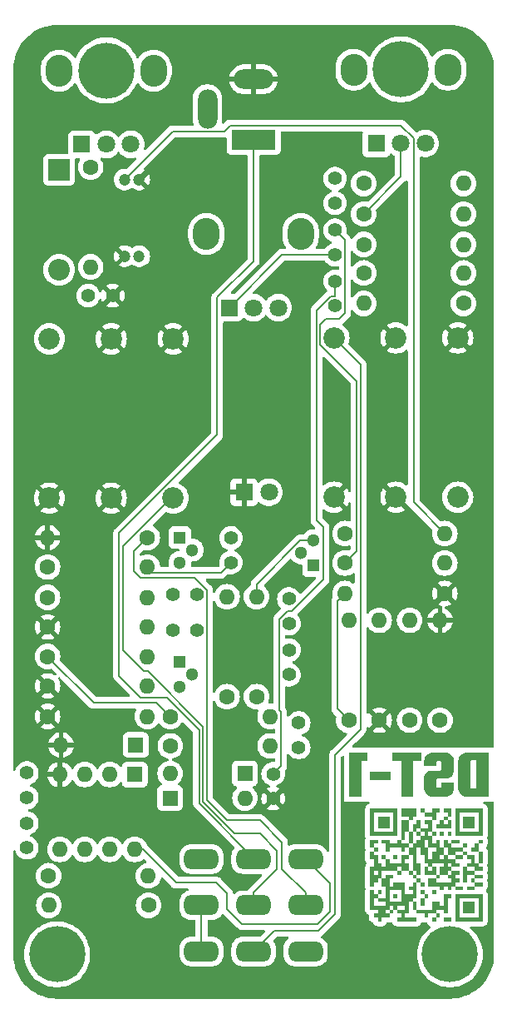
<source format=gbr>
%TF.GenerationSoftware,KiCad,Pcbnew,8.0.3*%
%TF.CreationDate,2024-11-20T17:39:26+02:00*%
%TF.ProjectId,DST1,44535431-2e6b-4696-9361-645f70636258,rev?*%
%TF.SameCoordinates,Original*%
%TF.FileFunction,Copper,L2,Bot*%
%TF.FilePolarity,Positive*%
%FSLAX46Y46*%
G04 Gerber Fmt 4.6, Leading zero omitted, Abs format (unit mm)*
G04 Created by KiCad (PCBNEW 8.0.3) date 2024-11-20 17:39:26*
%MOMM*%
%LPD*%
G01*
G04 APERTURE LIST*
G04 Aperture macros list*
%AMRoundRect*
0 Rectangle with rounded corners*
0 $1 Rounding radius*
0 $2 $3 $4 $5 $6 $7 $8 $9 X,Y pos of 4 corners*
0 Add a 4 corners polygon primitive as box body*
4,1,4,$2,$3,$4,$5,$6,$7,$8,$9,$2,$3,0*
0 Add four circle primitives for the rounded corners*
1,1,$1+$1,$2,$3*
1,1,$1+$1,$4,$5*
1,1,$1+$1,$6,$7*
1,1,$1+$1,$8,$9*
0 Add four rect primitives between the rounded corners*
20,1,$1+$1,$2,$3,$4,$5,0*
20,1,$1+$1,$4,$5,$6,$7,0*
20,1,$1+$1,$6,$7,$8,$9,0*
20,1,$1+$1,$8,$9,$2,$3,0*%
G04 Aperture macros list end*
%TA.AperFunction,NonConductor*%
%ADD10C,0.000000*%
%TD*%
%ADD11C,0.300000*%
%TA.AperFunction,NonConductor*%
%ADD12C,0.300000*%
%TD*%
%TA.AperFunction,ComponentPad*%
%ADD13C,5.700000*%
%TD*%
%TA.AperFunction,ComponentPad*%
%ADD14C,1.600000*%
%TD*%
%TA.AperFunction,ComponentPad*%
%ADD15O,1.600000X1.600000*%
%TD*%
%TA.AperFunction,ComponentPad*%
%ADD16C,1.400000*%
%TD*%
%TA.AperFunction,ComponentPad*%
%ADD17R,1.600000X1.600000*%
%TD*%
%TA.AperFunction,ComponentPad*%
%ADD18O,2.720000X3.240000*%
%TD*%
%TA.AperFunction,ComponentPad*%
%ADD19R,1.800000X1.800000*%
%TD*%
%TA.AperFunction,ComponentPad*%
%ADD20C,1.800000*%
%TD*%
%TA.AperFunction,ComponentPad*%
%ADD21R,1.300000X1.300000*%
%TD*%
%TA.AperFunction,ComponentPad*%
%ADD22C,1.300000*%
%TD*%
%TA.AperFunction,ComponentPad*%
%ADD23C,1.200000*%
%TD*%
%TA.AperFunction,ComponentPad*%
%ADD24C,2.171700*%
%TD*%
%TA.AperFunction,ComponentPad*%
%ADD25R,4.500000X2.000000*%
%TD*%
%TA.AperFunction,ComponentPad*%
%ADD26O,4.000000X2.000000*%
%TD*%
%TA.AperFunction,ComponentPad*%
%ADD27O,2.000000X4.000000*%
%TD*%
%TA.AperFunction,ComponentPad*%
%ADD28RoundRect,0.656168X-1.093832X-0.343832X1.093832X-0.343832X1.093832X0.343832X-1.093832X0.343832X0*%
%TD*%
%TA.AperFunction,ComponentPad*%
%ADD29R,2.200000X2.200000*%
%TD*%
%TA.AperFunction,ComponentPad*%
%ADD30O,2.200000X2.200000*%
%TD*%
%TA.AperFunction,Conductor*%
%ADD31C,0.200000*%
%TD*%
G04 APERTURE END LIST*
D10*
%TA.AperFunction,NonConductor*%
G36*
X173851111Y-127980444D02*
G01*
X173060889Y-127980444D01*
X173060889Y-127585333D01*
X173851111Y-127585333D01*
X173851111Y-127980444D01*
G37*
%TD.AperFunction*%
%TA.AperFunction,NonConductor*%
G36*
X171085334Y-128375556D02*
G01*
X170690222Y-128375556D01*
X170690222Y-127980444D01*
X171085334Y-127980444D01*
X171085334Y-128375556D01*
G37*
%TD.AperFunction*%
%TA.AperFunction,NonConductor*%
G36*
X175826667Y-127585333D02*
G01*
X175036444Y-127585333D01*
X175036444Y-127190223D01*
X175826667Y-127190223D01*
X175826667Y-127585333D01*
G37*
%TD.AperFunction*%
%TA.AperFunction,NonConductor*%
G36*
X173456000Y-123239111D02*
G01*
X172665778Y-123239111D01*
X172665778Y-122844000D01*
X173456000Y-122844000D01*
X173456000Y-123239111D01*
G37*
%TD.AperFunction*%
%TA.AperFunction,NonConductor*%
G36*
X167134222Y-124819556D02*
G01*
X166739111Y-124819556D01*
X166739111Y-124424444D01*
X167134222Y-124424444D01*
X167134222Y-124819556D01*
G37*
%TD.AperFunction*%
%TA.AperFunction,NonConductor*%
G36*
X175036444Y-127980444D02*
G01*
X174246222Y-127980444D01*
X174246222Y-127585333D01*
X175036444Y-127585333D01*
X175036444Y-127980444D01*
G37*
%TD.AperFunction*%
%TA.AperFunction,NonConductor*%
G36*
X165553778Y-128375556D02*
G01*
X165158667Y-128375556D01*
X165158667Y-127980444D01*
X165553778Y-127980444D01*
X165553778Y-128375556D01*
G37*
%TD.AperFunction*%
%TA.AperFunction,NonConductor*%
G36*
X175036444Y-127190223D02*
G01*
X174641333Y-127190223D01*
X174641333Y-126795111D01*
X175036444Y-126795111D01*
X175036444Y-127190223D01*
G37*
%TD.AperFunction*%
%TA.AperFunction,NonConductor*%
G36*
X166739111Y-126795111D02*
G01*
X166344000Y-126795111D01*
X166344000Y-127585333D01*
X166739111Y-127585333D01*
X166739111Y-127190223D01*
X167924445Y-127190223D01*
X167924445Y-128375556D01*
X168714667Y-128375556D01*
X168714667Y-127980444D01*
X168319555Y-127980444D01*
X168319555Y-127585333D01*
X168714667Y-127585333D01*
X168714667Y-127190223D01*
X169109778Y-127190223D01*
X169109778Y-128770667D01*
X168714667Y-128770667D01*
X168714667Y-129165778D01*
X168319555Y-129165778D01*
X168319555Y-130351111D01*
X167924445Y-130351111D01*
X167924445Y-130746223D01*
X169109778Y-130746223D01*
X169109778Y-131141334D01*
X167134222Y-131141334D01*
X167134222Y-130746223D01*
X167529334Y-130746223D01*
X167529334Y-130351111D01*
X167134222Y-130351111D01*
X167134222Y-129956000D01*
X167924445Y-129956000D01*
X167924445Y-129560889D01*
X167134222Y-129560889D01*
X167134222Y-129956000D01*
X166739111Y-129956000D01*
X166739111Y-130351111D01*
X166344000Y-130351111D01*
X166344000Y-129956000D01*
X166739111Y-129956000D01*
X166739111Y-129560889D01*
X166344000Y-129560889D01*
X166344000Y-129956000D01*
X165948889Y-129956000D01*
X165948889Y-130351111D01*
X166344000Y-130351111D01*
X166344000Y-130746223D01*
X165553778Y-130746223D01*
X165553778Y-131141334D01*
X165158667Y-131141334D01*
X165158667Y-130746223D01*
X164763555Y-130746223D01*
X164763555Y-130351111D01*
X165158667Y-130351111D01*
X165158667Y-129956000D01*
X164368444Y-129956000D01*
X164368444Y-127980444D01*
X164763555Y-127980444D01*
X164763555Y-128375556D01*
X165158667Y-128375556D01*
X165158667Y-128770667D01*
X164763555Y-128770667D01*
X164763555Y-129560889D01*
X165948889Y-129560889D01*
X165948889Y-129165778D01*
X166344000Y-129165778D01*
X167134222Y-129165778D01*
X167529334Y-129165778D01*
X167529334Y-127980444D01*
X166344000Y-127980444D01*
X166344000Y-129165778D01*
X165948889Y-129165778D01*
X165158667Y-129165778D01*
X165158667Y-128770667D01*
X165948889Y-128770667D01*
X165948889Y-127585333D01*
X165553778Y-127585333D01*
X165553778Y-126795111D01*
X165948889Y-126795111D01*
X165948889Y-126400000D01*
X166739111Y-126400000D01*
X166739111Y-126795111D01*
G37*
%TD.AperFunction*%
%TA.AperFunction,NonConductor*%
G36*
X169109778Y-126795111D02*
G01*
X168714667Y-126795111D01*
X168714667Y-126400000D01*
X169109778Y-126400000D01*
X169109778Y-126795111D01*
G37*
%TD.AperFunction*%
%TA.AperFunction,NonConductor*%
G36*
X175826667Y-126795111D02*
G01*
X175036444Y-126795111D01*
X175036444Y-126400000D01*
X175826667Y-126400000D01*
X175826667Y-126795111D01*
G37*
%TD.AperFunction*%
%TA.AperFunction,NonConductor*%
G36*
X175431556Y-124029334D02*
G01*
X174641333Y-124029334D01*
X174641333Y-123634222D01*
X175036444Y-123634222D01*
X175036444Y-123239111D01*
X175431556Y-123239111D01*
X175431556Y-124029334D01*
G37*
%TD.AperFunction*%
%TA.AperFunction,NonConductor*%
G36*
X172665778Y-122448889D02*
G01*
X172270667Y-122448889D01*
X172270667Y-122053778D01*
X172665778Y-122053778D01*
X172665778Y-122448889D01*
G37*
%TD.AperFunction*%
%TA.AperFunction,NonConductor*%
G36*
X173456000Y-128375556D02*
G01*
X175826667Y-128375556D01*
X175826667Y-131141334D01*
X173060889Y-131141334D01*
X173060889Y-130746223D01*
X173456000Y-130746223D01*
X175431556Y-130746223D01*
X175431556Y-128770667D01*
X173456000Y-128770667D01*
X173456000Y-130746223D01*
X173060889Y-130746223D01*
X173060889Y-128375556D01*
X173456000Y-128375556D01*
G37*
%TD.AperFunction*%
%TA.AperFunction,NonConductor*%
G36*
X175826667Y-125214667D02*
G01*
X175431556Y-125214667D01*
X175431556Y-124029334D01*
X175826667Y-124029334D01*
X175826667Y-125214667D01*
G37*
%TD.AperFunction*%
%TA.AperFunction,NonConductor*%
G36*
X169900000Y-129560889D02*
G01*
X169504889Y-129560889D01*
X169504889Y-128770667D01*
X169900000Y-128770667D01*
X169900000Y-129560889D01*
G37*
%TD.AperFunction*%
%TA.AperFunction,NonConductor*%
G36*
X175036444Y-121658667D02*
G01*
X173851111Y-121658667D01*
X173851111Y-120473334D01*
X175036444Y-120473334D01*
X175036444Y-121658667D01*
G37*
%TD.AperFunction*%
%TA.AperFunction,NonConductor*%
G36*
X173456000Y-119683111D02*
G01*
X175826667Y-119683111D01*
X175826667Y-122448889D01*
X173060889Y-122448889D01*
X173060889Y-122053778D01*
X173456000Y-122053778D01*
X175431556Y-122053778D01*
X175431556Y-120078222D01*
X173456000Y-120078222D01*
X173456000Y-122053778D01*
X173060889Y-122053778D01*
X173060889Y-119683111D01*
X173456000Y-119683111D01*
G37*
%TD.AperFunction*%
%TA.AperFunction,NonConductor*%
G36*
X165158667Y-123239111D02*
G01*
X164763555Y-123239111D01*
X164763555Y-123634222D01*
X164368444Y-123634222D01*
X164368444Y-122844000D01*
X165158667Y-122844000D01*
X165158667Y-123239111D01*
G37*
%TD.AperFunction*%
%TA.AperFunction,NonConductor*%
G36*
X168714667Y-126400000D02*
G01*
X168319555Y-126400000D01*
X168319555Y-126004889D01*
X168714667Y-126004889D01*
X168714667Y-126400000D01*
G37*
%TD.AperFunction*%
%TA.AperFunction,NonConductor*%
G36*
X171480444Y-120078222D02*
G01*
X171085334Y-120078222D01*
X171085334Y-120868445D01*
X170690222Y-120868445D01*
X170690222Y-120473334D01*
X169900000Y-120473334D01*
X169900000Y-120078222D01*
X170690222Y-120078222D01*
X170690222Y-119683111D01*
X171480444Y-119683111D01*
X171480444Y-120078222D01*
G37*
%TD.AperFunction*%
%TA.AperFunction,NonConductor*%
G36*
X170295111Y-128770667D02*
G01*
X169900000Y-128770667D01*
X169900000Y-128375556D01*
X170295111Y-128375556D01*
X170295111Y-128770667D01*
G37*
%TD.AperFunction*%
%TA.AperFunction,NonConductor*%
G36*
X169900000Y-120078222D02*
G01*
X169504889Y-120078222D01*
X169504889Y-119683111D01*
X169900000Y-119683111D01*
X169900000Y-120078222D01*
G37*
%TD.AperFunction*%
%TA.AperFunction,NonConductor*%
G36*
X167134222Y-128770667D02*
G01*
X166739111Y-128770667D01*
X166739111Y-128375556D01*
X167134222Y-128375556D01*
X167134222Y-128770667D01*
G37*
%TD.AperFunction*%
%TA.AperFunction,NonConductor*%
G36*
X171480444Y-130746223D02*
G01*
X171085334Y-130746223D01*
X171085334Y-130351111D01*
X171480444Y-130351111D01*
X171480444Y-130746223D01*
G37*
%TD.AperFunction*%
%TA.AperFunction,NonConductor*%
G36*
X171875556Y-122448889D02*
G01*
X171480444Y-122448889D01*
X171480444Y-122053778D01*
X171875556Y-122053778D01*
X171875556Y-122448889D01*
G37*
%TD.AperFunction*%
%TA.AperFunction,NonConductor*%
G36*
X169504889Y-122448889D02*
G01*
X169109778Y-122448889D01*
X169109778Y-122053778D01*
X169504889Y-122053778D01*
X169504889Y-122448889D01*
G37*
%TD.AperFunction*%
%TA.AperFunction,NonConductor*%
G36*
X171875556Y-121263556D02*
G01*
X172270667Y-121263556D01*
X172270667Y-120868445D01*
X172665778Y-120868445D01*
X172665778Y-121658667D01*
X171085334Y-121658667D01*
X171085334Y-121263556D01*
X171480444Y-121263556D01*
X171480444Y-120868445D01*
X171875556Y-120868445D01*
X171875556Y-121263556D01*
G37*
%TD.AperFunction*%
%TA.AperFunction,NonConductor*%
G36*
X172270667Y-120868445D02*
G01*
X171875556Y-120868445D01*
X171875556Y-120473334D01*
X172270667Y-120473334D01*
X172270667Y-120868445D01*
G37*
%TD.AperFunction*%
%TA.AperFunction,NonConductor*%
G36*
X169900000Y-128375556D02*
G01*
X169504889Y-128375556D01*
X169504889Y-127980444D01*
X169900000Y-127980444D01*
X169900000Y-128375556D01*
G37*
%TD.AperFunction*%
%TA.AperFunction,NonConductor*%
G36*
X175036444Y-130351111D02*
G01*
X173851111Y-130351111D01*
X173851111Y-129165778D01*
X175036444Y-129165778D01*
X175036444Y-130351111D01*
G37*
%TD.AperFunction*%
%TA.AperFunction,NonConductor*%
G36*
X174246222Y-123634222D02*
G01*
X173851111Y-123634222D01*
X173851111Y-123239111D01*
X174246222Y-123239111D01*
X174246222Y-123634222D01*
G37*
%TD.AperFunction*%
%TA.AperFunction,NonConductor*%
G36*
X169109778Y-129956000D02*
G01*
X168714667Y-129956000D01*
X168714667Y-129165778D01*
X169109778Y-129165778D01*
X169109778Y-129956000D01*
G37*
%TD.AperFunction*%
%TA.AperFunction,NonConductor*%
G36*
X164763555Y-119683111D02*
G01*
X167134222Y-119683111D01*
X167134222Y-122448889D01*
X164368444Y-122448889D01*
X164368444Y-122053778D01*
X164763555Y-122053778D01*
X166739111Y-122053778D01*
X166739111Y-120078222D01*
X164763555Y-120078222D01*
X164763555Y-122053778D01*
X164368444Y-122053778D01*
X164368444Y-119683111D01*
X164763555Y-119683111D01*
G37*
%TD.AperFunction*%
%TA.AperFunction,NonConductor*%
G36*
X165948889Y-124819556D02*
G01*
X165553778Y-124819556D01*
X165553778Y-124424444D01*
X165948889Y-124424444D01*
X165948889Y-124819556D01*
G37*
%TD.AperFunction*%
%TA.AperFunction,NonConductor*%
G36*
X164763555Y-124424444D02*
G01*
X165158667Y-124424444D01*
X165158667Y-125214667D01*
X165553778Y-125214667D01*
X165553778Y-125609778D01*
X165948889Y-125609778D01*
X165948889Y-124819556D01*
X166344000Y-124819556D01*
X166344000Y-125214667D01*
X167529334Y-125214667D01*
X167529334Y-124424444D01*
X168319555Y-124424444D01*
X168319555Y-124819556D01*
X167924445Y-124819556D01*
X167924445Y-125214667D01*
X168319555Y-125214667D01*
X168319555Y-126004889D01*
X167529334Y-126004889D01*
X167529334Y-125609778D01*
X167134222Y-125609778D01*
X167134222Y-126004889D01*
X165553778Y-126004889D01*
X165553778Y-126795111D01*
X165158667Y-126795111D01*
X165158667Y-127190223D01*
X164763555Y-127190223D01*
X164763555Y-127585333D01*
X164368444Y-127585333D01*
X164368444Y-126400000D01*
X164763555Y-126400000D01*
X165158667Y-126400000D01*
X165158667Y-126004889D01*
X164763555Y-126004889D01*
X164763555Y-126400000D01*
X164368444Y-126400000D01*
X164368444Y-125609778D01*
X164763555Y-125609778D01*
X164763555Y-124819556D01*
X164368444Y-124819556D01*
X164368444Y-124029334D01*
X164763555Y-124029334D01*
X164763555Y-124424444D01*
G37*
%TD.AperFunction*%
%TA.AperFunction,NonConductor*%
G36*
X172665778Y-131141334D02*
G01*
X171875556Y-131141334D01*
X171875556Y-130746223D01*
X172665778Y-130746223D01*
X172665778Y-131141334D01*
G37*
%TD.AperFunction*%
%TA.AperFunction,NonConductor*%
G36*
X172665778Y-128770667D02*
G01*
X172270667Y-128770667D01*
X172270667Y-130351111D01*
X171875556Y-130351111D01*
X171875556Y-129956000D01*
X171085334Y-129956000D01*
X171085334Y-130351111D01*
X170295111Y-130351111D01*
X170295111Y-130746223D01*
X169900000Y-130746223D01*
X169900000Y-130351111D01*
X169109778Y-130351111D01*
X169109778Y-129956000D01*
X170690222Y-129956000D01*
X170690222Y-129165778D01*
X171480444Y-129165778D01*
X171480444Y-129560889D01*
X171875556Y-129560889D01*
X171875556Y-128375556D01*
X172665778Y-128375556D01*
X172665778Y-128770667D01*
G37*
%TD.AperFunction*%
%TA.AperFunction,NonConductor*%
G36*
X172665778Y-120473334D02*
G01*
X172270667Y-120473334D01*
X172270667Y-120078222D01*
X171875556Y-120078222D01*
X171875556Y-119683111D01*
X172665778Y-119683111D01*
X172665778Y-120473334D01*
G37*
%TD.AperFunction*%
%TA.AperFunction,NonConductor*%
G36*
X167529334Y-126400000D02*
G01*
X167134222Y-126400000D01*
X167134222Y-126004889D01*
X167529334Y-126004889D01*
X167529334Y-126400000D01*
G37*
%TD.AperFunction*%
%TA.AperFunction,NonConductor*%
G36*
X175036444Y-125214667D02*
G01*
X175431556Y-125214667D01*
X175431556Y-125609778D01*
X175826667Y-125609778D01*
X175826667Y-126004889D01*
X175036444Y-126004889D01*
X175036444Y-125609778D01*
X174246222Y-125609778D01*
X174246222Y-126004889D01*
X175036444Y-126004889D01*
X175036444Y-126400000D01*
X174246222Y-126400000D01*
X174246222Y-127190223D01*
X173851111Y-127190223D01*
X173851111Y-125609778D01*
X174246222Y-125609778D01*
X174246222Y-125214667D01*
X174641333Y-125214667D01*
X174641333Y-124819556D01*
X174246222Y-124819556D01*
X174246222Y-124424444D01*
X175036444Y-124424444D01*
X175036444Y-125214667D01*
G37*
%TD.AperFunction*%
%TA.AperFunction,NonConductor*%
G36*
X175826667Y-123239111D02*
G01*
X175431556Y-123239111D01*
X175431556Y-122844000D01*
X175826667Y-122844000D01*
X175826667Y-123239111D01*
G37*
%TD.AperFunction*%
%TA.AperFunction,NonConductor*%
G36*
X166344000Y-121658667D02*
G01*
X165158667Y-121658667D01*
X165158667Y-120473334D01*
X166344000Y-120473334D01*
X166344000Y-121658667D01*
G37*
%TD.AperFunction*%
%TA.AperFunction,NonConductor*%
G36*
X165158667Y-124029334D02*
G01*
X164763555Y-124029334D01*
X164763555Y-123634222D01*
X165158667Y-123634222D01*
X165158667Y-124029334D01*
G37*
%TD.AperFunction*%
%TA.AperFunction,NonConductor*%
G36*
X169504889Y-127190223D02*
G01*
X169109778Y-127190223D01*
X169109778Y-126795111D01*
X169504889Y-126795111D01*
X169504889Y-127190223D01*
G37*
%TD.AperFunction*%
%TA.AperFunction,NonConductor*%
G36*
X167924445Y-120868445D02*
G01*
X168319555Y-120868445D01*
X168319555Y-122053778D01*
X168714667Y-122053778D01*
X168714667Y-121263556D01*
X169109778Y-121263556D01*
X169109778Y-120868445D01*
X169504889Y-120868445D01*
X169504889Y-121658667D01*
X169109778Y-121658667D01*
X169109778Y-122053778D01*
X168714667Y-122053778D01*
X168714667Y-123239111D01*
X169109778Y-123239111D01*
X169109778Y-122844000D01*
X169504889Y-122844000D01*
X169504889Y-122448889D01*
X169900000Y-122448889D01*
X169900000Y-122053778D01*
X169504889Y-122053778D01*
X169504889Y-121658667D01*
X170295111Y-121658667D01*
X170295111Y-121263556D01*
X169900000Y-121263556D01*
X169900000Y-120868445D01*
X170690222Y-120868445D01*
X170690222Y-122053778D01*
X170295111Y-122053778D01*
X170295111Y-122448889D01*
X170690222Y-122448889D01*
X170690222Y-122053778D01*
X171085334Y-122053778D01*
X171085334Y-122448889D01*
X170690222Y-122448889D01*
X170690222Y-123239111D01*
X171085334Y-123239111D01*
X171085334Y-122844000D01*
X171480444Y-122844000D01*
X171480444Y-123634222D01*
X171875556Y-123634222D01*
X171875556Y-124424444D01*
X171480444Y-124424444D01*
X171480444Y-124819556D01*
X171875556Y-124819556D01*
X171875556Y-124424444D01*
X172270667Y-124424444D01*
X172270667Y-123634222D01*
X171875556Y-123634222D01*
X171875556Y-122844000D01*
X172270667Y-122844000D01*
X172270667Y-123239111D01*
X172665778Y-123239111D01*
X172665778Y-123634222D01*
X173851111Y-123634222D01*
X173851111Y-124029334D01*
X173060889Y-124029334D01*
X173060889Y-124424444D01*
X172270667Y-124424444D01*
X172270667Y-124819556D01*
X173060889Y-124819556D01*
X173060889Y-124424444D01*
X173851111Y-124424444D01*
X173851111Y-124819556D01*
X173060889Y-124819556D01*
X173060889Y-125214667D01*
X173456000Y-125214667D01*
X173456000Y-125609778D01*
X172665778Y-125609778D01*
X172665778Y-126004889D01*
X172270667Y-126004889D01*
X172270667Y-126400000D01*
X172665778Y-126400000D01*
X172665778Y-126004889D01*
X173456000Y-126004889D01*
X173456000Y-126400000D01*
X173060889Y-126400000D01*
X173060889Y-126795111D01*
X173456000Y-126795111D01*
X173456000Y-127190223D01*
X173060889Y-127190223D01*
X173060889Y-127585333D01*
X172665778Y-127585333D01*
X172665778Y-127980444D01*
X172270667Y-127980444D01*
X172270667Y-127585333D01*
X171875556Y-127585333D01*
X171875556Y-127980444D01*
X171480444Y-127980444D01*
X171480444Y-127585333D01*
X170295111Y-127585333D01*
X170295111Y-126795111D01*
X171085334Y-126795111D01*
X171085334Y-127190223D01*
X172665778Y-127190223D01*
X172665778Y-126795111D01*
X172270667Y-126795111D01*
X172270667Y-126400000D01*
X171480444Y-126400000D01*
X171480444Y-126795111D01*
X171085334Y-126795111D01*
X171085334Y-126400000D01*
X171480444Y-126400000D01*
X171480444Y-125609778D01*
X171875556Y-125609778D01*
X172270667Y-125609778D01*
X172665778Y-125609778D01*
X172665778Y-125214667D01*
X172270667Y-125214667D01*
X172270667Y-125609778D01*
X171875556Y-125609778D01*
X171875556Y-125214667D01*
X170690222Y-125214667D01*
X170690222Y-125609778D01*
X170295111Y-125609778D01*
X170295111Y-125214667D01*
X169900000Y-125214667D01*
X169900000Y-124819556D01*
X170295111Y-124819556D01*
X170690222Y-124819556D01*
X170690222Y-124029334D01*
X171085334Y-124029334D01*
X171085334Y-123634222D01*
X170295111Y-123634222D01*
X170295111Y-124819556D01*
X169900000Y-124819556D01*
X169900000Y-124424444D01*
X169504889Y-124424444D01*
X169504889Y-123634222D01*
X169900000Y-123634222D01*
X170295111Y-123634222D01*
X170295111Y-122844000D01*
X169900000Y-122844000D01*
X169900000Y-123634222D01*
X169504889Y-123634222D01*
X169109778Y-123634222D01*
X169109778Y-125214667D01*
X169504889Y-125214667D01*
X169504889Y-126400000D01*
X169109778Y-126400000D01*
X169109778Y-126004889D01*
X168714667Y-126004889D01*
X168714667Y-124424444D01*
X168319555Y-124424444D01*
X168319555Y-123634222D01*
X168714667Y-123634222D01*
X168714667Y-123239111D01*
X168319555Y-123239111D01*
X168319555Y-123634222D01*
X167924445Y-123634222D01*
X167924445Y-124029334D01*
X167529334Y-124029334D01*
X167529334Y-123634222D01*
X166344000Y-123634222D01*
X166344000Y-124029334D01*
X165948889Y-124029334D01*
X165948889Y-123239111D01*
X165553778Y-123239111D01*
X165553778Y-122844000D01*
X166344000Y-122844000D01*
X166344000Y-123239111D01*
X167134222Y-123239111D01*
X167134222Y-122844000D01*
X167529334Y-122844000D01*
X167529334Y-123239111D01*
X168319555Y-123239111D01*
X168319555Y-122053778D01*
X167924445Y-122053778D01*
X167924445Y-122844000D01*
X167529334Y-122844000D01*
X167529334Y-120868445D01*
X167924445Y-120868445D01*
G37*
%TD.AperFunction*%
%TA.AperFunction,NonConductor*%
G36*
X170295111Y-126004889D02*
G01*
X170690222Y-126004889D01*
X170690222Y-125609778D01*
X171085334Y-125609778D01*
X171085334Y-126400000D01*
X169900000Y-126400000D01*
X169900000Y-125609778D01*
X170295111Y-125609778D01*
X170295111Y-126004889D01*
G37*
%TD.AperFunction*%
%TA.AperFunction,NonConductor*%
G36*
X174246222Y-124029334D02*
G01*
X174246222Y-124424444D01*
X173851111Y-124424444D01*
X173851111Y-124029334D01*
X174246222Y-124029334D01*
G37*
%TD.AperFunction*%
%TA.AperFunction,NonConductor*%
G36*
X169900000Y-127585333D02*
G01*
X169504889Y-127585333D01*
X169504889Y-127190223D01*
X169900000Y-127190223D01*
X169900000Y-127585333D01*
G37*
%TD.AperFunction*%
%TA.AperFunction,NonConductor*%
G36*
X171085334Y-131141334D02*
G01*
X170690222Y-131141334D01*
X170690222Y-130746223D01*
X171085334Y-130746223D01*
X171085334Y-131141334D01*
G37*
%TD.AperFunction*%
%TA.AperFunction,NonConductor*%
G36*
X169109778Y-120473334D02*
G01*
X168714667Y-120473334D01*
X168714667Y-120868445D01*
X168319555Y-120868445D01*
X168319555Y-120473334D01*
X167529334Y-120473334D01*
X167529334Y-119683111D01*
X169109778Y-119683111D01*
X169109778Y-120473334D01*
G37*
%TD.AperFunction*%
D11*
D12*
G36*
X174581053Y-115831716D02*
G01*
X174581053Y-114914584D01*
X174623796Y-114799790D01*
X174755687Y-114760711D01*
X176044068Y-114760711D01*
X176044068Y-113955931D01*
X174384438Y-113955931D01*
X174125082Y-113970815D01*
X173881844Y-114023140D01*
X173654342Y-114138255D01*
X173590648Y-114194068D01*
X173447766Y-114394309D01*
X173370830Y-114637827D01*
X173356175Y-114824214D01*
X173356175Y-115831716D01*
X174581053Y-115831716D01*
G37*
G36*
X174581053Y-117491346D02*
G01*
X174581053Y-115741346D01*
X173356175Y-115741346D01*
X173356175Y-117581716D01*
X173383882Y-117833041D01*
X173477305Y-118065739D01*
X173590648Y-118211863D01*
X173812184Y-118356977D01*
X174066588Y-118426744D01*
X174315792Y-118449069D01*
X174384438Y-118450000D01*
X176044068Y-118450000D01*
X176044068Y-117645219D01*
X174755687Y-117645219D01*
X174623796Y-117607362D01*
X174581053Y-117491346D01*
G37*
G36*
X176449511Y-113955931D02*
G01*
X175224633Y-113955931D01*
X175224633Y-118450000D01*
X176449511Y-118450000D01*
X176449511Y-113955931D01*
G37*
G36*
X171095708Y-117420516D02*
G01*
X171095708Y-116784263D01*
X171137229Y-116669469D01*
X171270341Y-116630390D01*
X171942009Y-116630390D01*
X172193350Y-116615049D01*
X172446776Y-116552724D01*
X172661786Y-116414650D01*
X172688171Y-116384926D01*
X172817053Y-116161301D01*
X172877704Y-115911944D01*
X172887229Y-115747452D01*
X172887229Y-114824214D01*
X172859956Y-114572890D01*
X172767993Y-114340191D01*
X172656420Y-114194068D01*
X172436945Y-114048953D01*
X172183209Y-113979187D01*
X171933852Y-113956861D01*
X171865073Y-113955931D01*
X170906420Y-113955931D01*
X170646759Y-113970815D01*
X170403907Y-114023140D01*
X170177927Y-114138255D01*
X170115073Y-114194068D01*
X169974423Y-114394309D01*
X169898689Y-114637827D01*
X169884263Y-114824214D01*
X169884263Y-115362770D01*
X171109141Y-115362770D01*
X171109141Y-114985415D01*
X171151884Y-114870621D01*
X171283775Y-114831542D01*
X171487718Y-114831542D01*
X171620830Y-114870621D01*
X171662351Y-114985415D01*
X171662351Y-115649755D01*
X171620830Y-115765771D01*
X171487718Y-115803628D01*
X170829483Y-115803628D01*
X170577760Y-115818130D01*
X170322784Y-115877044D01*
X170104339Y-116007561D01*
X170077215Y-116035659D01*
X169943589Y-116249796D01*
X169880706Y-116494688D01*
X169870830Y-116658478D01*
X169870830Y-117581716D01*
X169898103Y-117833041D01*
X169990066Y-118065739D01*
X170101639Y-118211863D01*
X170320943Y-118356977D01*
X170574273Y-118426744D01*
X170823134Y-118449069D01*
X170891765Y-118450000D01*
X171844312Y-118450000D01*
X172104202Y-118435116D01*
X172347859Y-118382791D01*
X172575610Y-118267676D01*
X172639323Y-118211863D01*
X172782205Y-118011622D01*
X172859141Y-117768104D01*
X172873796Y-117581716D01*
X172873796Y-117043161D01*
X171647697Y-117043161D01*
X171647697Y-117420516D01*
X171606175Y-117536531D01*
X171473063Y-117574389D01*
X171270341Y-117574389D01*
X171137229Y-117536531D01*
X171095708Y-117420516D01*
G37*
G36*
X168766852Y-114376029D02*
G01*
X167541974Y-114376029D01*
X167541974Y-118450000D01*
X168766852Y-118450000D01*
X168766852Y-114376029D01*
G37*
G36*
X166673691Y-113955931D02*
G01*
X166673691Y-114831542D01*
X169627808Y-114831542D01*
X169627808Y-113955931D01*
X166673691Y-113955931D01*
G37*
G36*
X166499057Y-116735415D02*
G01*
X166499057Y-115929413D01*
X164379030Y-115929413D01*
X164379030Y-116735415D01*
X166499057Y-116735415D01*
G37*
G36*
X162672993Y-113955931D02*
G01*
X162672993Y-114831542D01*
X164115247Y-114831542D01*
X164115247Y-113955931D01*
X162672993Y-113955931D01*
G37*
G36*
X163485101Y-113955931D02*
G01*
X162260223Y-113955931D01*
X162260223Y-118450000D01*
X163485101Y-118450000D01*
X163485101Y-113955931D01*
G37*
D13*
%TO.P,,1*%
%TO.N,N/C*%
X137500000Y-44600000D03*
%TD*%
%TO.P,,1*%
%TO.N,N/C*%
X167500000Y-44500000D03*
%TD*%
%TO.P,,1*%
%TO.N,N/C*%
X132500000Y-134500000D03*
%TD*%
%TO.P,,1*%
%TO.N,N/C*%
X172500000Y-134500000D03*
%TD*%
D14*
%TO.P,R17,1*%
%TO.N,Net-(C6-Pad2)*%
X141800000Y-129500000D03*
D15*
%TO.P,R17,2*%
%TO.N,Net-(C7-Pad1)*%
X131640000Y-129500000D03*
%TD*%
D16*
%TO.P,C9,1*%
%TO.N,GND*%
X154500000Y-118650000D03*
%TO.P,C9,2*%
%TO.N,Net-(D4-K)*%
X154500000Y-116150000D03*
%TD*%
D14*
%TO.P,R16,1*%
%TO.N,Net-(R16-Pad1)*%
X135900000Y-54420000D03*
D15*
%TO.P,R16,2*%
%TO.N,Net-(C8-Pad2)*%
X135900000Y-64580000D03*
%TD*%
D17*
%TO.P,D4,1,K*%
%TO.N,Net-(D4-K)*%
X151620000Y-116100000D03*
D15*
%TO.P,D4,2,A*%
%TO.N,+4.5V*%
X144000000Y-116100000D03*
%TD*%
D17*
%TO.P,D3,1,K*%
%TO.N,Net-(D3-K)*%
X140510000Y-113200000D03*
D15*
%TO.P,D3,2,A*%
%TO.N,GND*%
X132890000Y-113200000D03*
%TD*%
D16*
%TO.P,C7,1*%
%TO.N,Net-(C7-Pad1)*%
X129400000Y-123650000D03*
%TO.P,C7,2*%
%TO.N,Net-(D4-K)*%
X129400000Y-121150000D03*
%TD*%
D18*
%TO.P,RV2,*%
%TO.N,*%
X147700000Y-61225000D03*
X157300000Y-61225000D03*
D19*
%TO.P,RV2,1,1*%
%TO.N,Net-(C11-Pad2)*%
X150000000Y-68725000D03*
D20*
%TO.P,RV2,2,2*%
%TO.N,Net-(RV2-Pad2)*%
X152500000Y-68725000D03*
%TO.P,RV2,3,3*%
%TO.N,Net-(R18-Pad2)*%
X155000000Y-68725000D03*
%TD*%
D17*
%TO.P,D5,1,K*%
%TO.N,+4.5V*%
X144000000Y-118600000D03*
D15*
%TO.P,D5,2,A*%
%TO.N,Net-(D4-K)*%
X151620000Y-118600000D03*
%TD*%
D16*
%TO.P,C3,1*%
%TO.N,Net-(C2-Pad2)*%
X144250000Y-101500000D03*
%TO.P,C3,2*%
%TO.N,Net-(Q2-B)*%
X146750000Y-101500000D03*
%TD*%
%TO.P,C11,1*%
%TO.N,+4.5V*%
X160800000Y-60850000D03*
%TO.P,C11,2*%
%TO.N,Net-(C11-Pad2)*%
X160800000Y-63350000D03*
%TD*%
D21*
%TO.P,Q1,1,E*%
%TO.N,Net-(Q1-E)*%
X145000000Y-92100000D03*
D22*
%TO.P,Q1,2,B*%
%TO.N,Net-(Q1-B)*%
X146270000Y-93370000D03*
%TO.P,Q1,3,C*%
%TO.N,+9V*%
X145000000Y-94640000D03*
%TD*%
D16*
%TO.P,C2,1*%
%TO.N,Net-(Q1-E)*%
X144250000Y-97900000D03*
%TO.P,C2,2*%
%TO.N,Net-(C2-Pad2)*%
X146750000Y-97900000D03*
%TD*%
D17*
%TO.P,U1,1*%
%TO.N,Net-(U1A--)*%
X140400000Y-116200000D03*
D15*
%TO.P,U1,2,-*%
X137860000Y-116200000D03*
%TO.P,U1,3,+*%
%TO.N,Net-(D3-K)*%
X135320000Y-116200000D03*
%TO.P,U1,4,V-*%
%TO.N,GND*%
X132780000Y-116200000D03*
%TO.P,U1,5,+*%
%TO.N,Net-(U1A--)*%
X132780000Y-123820000D03*
%TO.P,U1,6,-*%
%TO.N,Net-(U1B--)*%
X135320000Y-123820000D03*
%TO.P,U1,7*%
%TO.N,Net-(C6-Pad2)*%
X137860000Y-123820000D03*
%TO.P,U1,8,V+*%
%TO.N,+9V*%
X140400000Y-123820000D03*
%TD*%
D14*
%TO.P,R20,1*%
%TO.N,Net-(R18-Pad2)*%
X163720000Y-62300000D03*
D15*
%TO.P,R20,2*%
%TO.N,+4.5V*%
X173880000Y-62300000D03*
%TD*%
D18*
%TO.P,RV3,*%
%TO.N,*%
X162700000Y-44525000D03*
X172300000Y-44525000D03*
D19*
%TO.P,RV3,1,1*%
%TO.N,Net-(RV2-Pad2)*%
X165000000Y-52025000D03*
D20*
%TO.P,RV3,2,2*%
%TO.N,Net-(R21-Pad1)*%
X167500000Y-52025000D03*
%TO.P,RV3,3,3*%
%TO.N,+4.5V*%
X170000000Y-52025000D03*
%TD*%
D16*
%TO.P,C13,1*%
%TO.N,DST_OUT*%
X157100000Y-113450000D03*
%TO.P,C13,2*%
%TO.N,Net-(C13-Pad2)*%
X157100000Y-110950000D03*
%TD*%
D14*
%TO.P,R14,1*%
%TO.N,Net-(D3-K)*%
X144020000Y-113300000D03*
D15*
%TO.P,R14,2*%
%TO.N,Net-(C5-Pad2)*%
X154180000Y-113300000D03*
%TD*%
D14*
%TO.P,R8,1*%
%TO.N,+4.5V*%
X131520000Y-104200000D03*
D15*
%TO.P,R8,2*%
%TO.N,Net-(C2-Pad2)*%
X141680000Y-104200000D03*
%TD*%
D23*
%TO.P,C15,1*%
%TO.N,+4.5V*%
X140850000Y-63500000D03*
%TO.P,C15,2*%
%TO.N,GND*%
X139350000Y-63500000D03*
%TD*%
D14*
%TO.P,R25,1*%
%TO.N,Net-(C13-Pad2)*%
X168400000Y-110680000D03*
D15*
%TO.P,R25,2*%
%TO.N,Net-(Q3-E)*%
X168400000Y-100520000D03*
%TD*%
D14*
%TO.P,R23,1*%
%TO.N,+4.5V*%
X162200000Y-110680000D03*
D15*
%TO.P,R23,2*%
%TO.N,Net-(Q3-B)*%
X162200000Y-100520000D03*
%TD*%
D14*
%TO.P,R7,1*%
%TO.N,Net-(D2-A)*%
X161820000Y-91700000D03*
D15*
%TO.P,R7,2*%
%TO.N,Net-(D1-K)*%
X171980000Y-91700000D03*
%TD*%
D18*
%TO.P,RV1,*%
%TO.N,*%
X132700000Y-44625000D03*
X142300000Y-44625000D03*
D19*
%TO.P,RV1,1,1*%
%TO.N,Net-(R16-Pad1)*%
X135000000Y-52125000D03*
D20*
%TO.P,RV1,2,2*%
%TO.N,Net-(C6-Pad1)*%
X137500000Y-52125000D03*
%TO.P,RV1,3,3*%
%TO.N,Net-(C6-Pad2)*%
X140000000Y-52125000D03*
%TD*%
D14*
%TO.P,R5,1*%
%TO.N,+4.5V*%
X161820000Y-94700000D03*
D15*
%TO.P,R5,2*%
%TO.N,Net-(D1-K)*%
X171980000Y-94700000D03*
%TD*%
D21*
%TO.P,Q2,1,E*%
%TO.N,Net-(Q2-E)*%
X145000000Y-104760000D03*
D22*
%TO.P,Q2,2,B*%
%TO.N,Net-(Q2-B)*%
X146270000Y-106030000D03*
%TO.P,Q2,3,C*%
%TO.N,Net-(Q2-C)*%
X145000000Y-107300000D03*
%TD*%
D14*
%TO.P,R3,1*%
%TO.N,+9V*%
X131520000Y-98200000D03*
D15*
%TO.P,R3,2*%
%TO.N,Net-(Q1-B)*%
X141680000Y-98200000D03*
%TD*%
D24*
%TO.P,J5,R*%
%TO.N,GND*%
X167000000Y-71799800D03*
%TO.P,J5,RB*%
X167000000Y-88000000D03*
%TO.P,J5,S*%
X173300000Y-71799600D03*
%TO.P,J5,SB*%
%TO.N,N/C*%
X173300000Y-88000000D03*
%TO.P,J5,T*%
%TO.N,out*%
X160690000Y-71800000D03*
%TO.P,J5,TB*%
%TO.N,GND*%
X160690000Y-88000000D03*
%TD*%
D14*
%TO.P,R4,1*%
%TO.N,GND*%
X131520000Y-101200000D03*
D15*
%TO.P,R4,2*%
%TO.N,Net-(Q1-E)*%
X141680000Y-101200000D03*
%TD*%
D14*
%TO.P,R21,1*%
%TO.N,Net-(R21-Pad1)*%
X163720000Y-59200000D03*
D15*
%TO.P,R21,2*%
%TO.N,Net-(C12-Pad2)*%
X173880000Y-59200000D03*
%TD*%
D23*
%TO.P,C14,1*%
%TO.N,Net-(D1-K)*%
X139350000Y-55700000D03*
%TO.P,C14,2*%
%TO.N,GND*%
X140850000Y-55700000D03*
%TD*%
D25*
%TO.P,J3,1*%
%TO.N,Vbatt*%
X152500000Y-51700000D03*
D26*
%TO.P,J3,2*%
%TO.N,GND*%
X152500000Y-45500000D03*
D27*
%TO.P,J3,3*%
%TO.N,N/C*%
X147800000Y-48500000D03*
%TD*%
D16*
%TO.P,C8,1*%
%TO.N,GND*%
X138150000Y-67500000D03*
%TO.P,C8,2*%
%TO.N,Net-(C8-Pad2)*%
X135650000Y-67500000D03*
%TD*%
D28*
%TO.P,FTSW1,1*%
%TO.N,Vbatt*%
X152500000Y-124800000D03*
%TO.P,FTSW1,2*%
%TO.N,+9V*%
X157800000Y-124800000D03*
%TO.P,FTSW1,3*%
%TO.N,unconnected-(FTSW1-Pad3)*%
X147200000Y-124800000D03*
%TO.P,FTSW1,4*%
%TO.N,in*%
X152500000Y-129500000D03*
%TO.P,FTSW1,5*%
%TO.N,DST_IN*%
X157800000Y-129500000D03*
%TO.P,FTSW1,6*%
%TO.N,bypass*%
X147200000Y-129500000D03*
%TO.P,FTSW1,7*%
%TO.N,out*%
X152500000Y-134200000D03*
%TO.P,FTSW1,8*%
%TO.N,DST_OUT*%
X157800000Y-134200000D03*
%TO.P,FTSW1,9*%
%TO.N,bypass*%
X147200000Y-134200000D03*
%TD*%
D14*
%TO.P,R15,1*%
%TO.N,Net-(C6-Pad1)*%
X131620000Y-126500000D03*
D15*
%TO.P,R15,2*%
%TO.N,Net-(U1B--)*%
X141780000Y-126500000D03*
%TD*%
D14*
%TO.P,R13,1*%
%TO.N,+4.5V*%
X144020000Y-110300000D03*
D15*
%TO.P,R13,2*%
%TO.N,Net-(C5-Pad2)*%
X154180000Y-110300000D03*
%TD*%
D14*
%TO.P,R2,1*%
%TO.N,DST_IN*%
X131520000Y-95100000D03*
D15*
%TO.P,R2,2*%
%TO.N,Net-(C1-Pad1)*%
X141680000Y-95100000D03*
%TD*%
D19*
%TO.P,D2,1,K*%
%TO.N,GND*%
X151525000Y-87500000D03*
D20*
%TO.P,D2,2,A*%
%TO.N,Net-(D2-A)*%
X154065000Y-87500000D03*
%TD*%
D16*
%TO.P,C6,1*%
%TO.N,Net-(C6-Pad1)*%
X129400000Y-118550000D03*
%TO.P,C6,2*%
%TO.N,Net-(C6-Pad2)*%
X129400000Y-116050000D03*
%TD*%
D14*
%TO.P,R26,1*%
%TO.N,DST_OUT*%
X171500000Y-110680000D03*
D15*
%TO.P,R26,2*%
%TO.N,GND*%
X171500000Y-100520000D03*
%TD*%
D16*
%TO.P,C1,1*%
%TO.N,Net-(C1-Pad1)*%
X150200000Y-94650000D03*
%TO.P,C1,2*%
%TO.N,Net-(Q1-B)*%
X150200000Y-92150000D03*
%TD*%
D14*
%TO.P,R18,1*%
%TO.N,Net-(C10-Pad1)*%
X173880000Y-68300000D03*
D15*
%TO.P,R18,2*%
%TO.N,Net-(R18-Pad2)*%
X163720000Y-68300000D03*
%TD*%
D16*
%TO.P,C10,1*%
%TO.N,Net-(C10-Pad1)*%
X160800000Y-68550000D03*
%TO.P,C10,2*%
%TO.N,Net-(D4-K)*%
X160800000Y-66050000D03*
%TD*%
D14*
%TO.P,R10,1*%
%TO.N,Net-(Q2-C)*%
X149800000Y-108280000D03*
D15*
%TO.P,R10,2*%
%TO.N,Net-(Q2-B)*%
X149800000Y-98120000D03*
%TD*%
D14*
%TO.P,R24,1*%
%TO.N,GND*%
X165300000Y-110680000D03*
D15*
%TO.P,R24,2*%
%TO.N,Net-(Q3-E)*%
X165300000Y-100520000D03*
%TD*%
D14*
%TO.P,R19,1*%
%TO.N,Net-(D4-K)*%
X163720000Y-65200000D03*
D15*
%TO.P,R19,2*%
%TO.N,Net-(C11-Pad2)*%
X173880000Y-65200000D03*
%TD*%
D16*
%TO.P,C5,1*%
%TO.N,Net-(Q2-C)*%
X156100000Y-103550000D03*
%TO.P,C5,2*%
%TO.N,Net-(C5-Pad2)*%
X156100000Y-106050000D03*
%TD*%
D21*
%TO.P,Q3,1,E*%
%TO.N,Net-(Q3-E)*%
X158600000Y-94940000D03*
D22*
%TO.P,Q3,2,B*%
%TO.N,Net-(Q3-B)*%
X157330000Y-93670000D03*
%TO.P,Q3,3,C*%
%TO.N,+9V*%
X158600000Y-92400000D03*
%TD*%
D14*
%TO.P,R6,1*%
%TO.N,GND*%
X171980000Y-97800000D03*
D15*
%TO.P,R6,2*%
%TO.N,+4.5V*%
X161820000Y-97800000D03*
%TD*%
D16*
%TO.P,C4,1*%
%TO.N,Net-(Q2-B)*%
X156100000Y-98350000D03*
%TO.P,C4,2*%
%TO.N,Net-(Q2-C)*%
X156100000Y-100850000D03*
%TD*%
D14*
%TO.P,R1,1*%
%TO.N,DST_IN*%
X141680000Y-92100000D03*
D15*
%TO.P,R1,2*%
%TO.N,GND*%
X131520000Y-92100000D03*
%TD*%
D16*
%TO.P,C12,1*%
%TO.N,Net-(Q3-B)*%
X160800000Y-58100000D03*
%TO.P,C12,2*%
%TO.N,Net-(C12-Pad2)*%
X160800000Y-55600000D03*
%TD*%
D24*
%TO.P,J4,R*%
%TO.N,GND*%
X138000000Y-88100200D03*
%TO.P,J4,RB*%
X138000000Y-71900000D03*
%TO.P,J4,S*%
X131700000Y-88100400D03*
%TO.P,J4,SB*%
%TO.N,N/C*%
X131700000Y-71900000D03*
%TO.P,J4,T*%
%TO.N,in*%
X144310000Y-88100000D03*
%TO.P,J4,TB*%
%TO.N,GND*%
X144310000Y-71900000D03*
%TD*%
D14*
%TO.P,R9,1*%
%TO.N,GND*%
X131520000Y-107200000D03*
D15*
%TO.P,R9,2*%
%TO.N,Net-(Q2-B)*%
X141680000Y-107200000D03*
%TD*%
D14*
%TO.P,R11,1*%
%TO.N,Net-(Q2-C)*%
X152800000Y-108280000D03*
D15*
%TO.P,R11,2*%
%TO.N,+9V*%
X152800000Y-98120000D03*
%TD*%
D29*
%TO.P,D1,1,K*%
%TO.N,Net-(D1-K)*%
X132700000Y-54720000D03*
D30*
%TO.P,D1,2,A*%
%TO.N,Vbatt*%
X132700000Y-64880000D03*
%TD*%
D14*
%TO.P,R12,1*%
%TO.N,GND*%
X131520000Y-110300000D03*
D15*
%TO.P,R12,2*%
%TO.N,Net-(Q2-E)*%
X141680000Y-110300000D03*
%TD*%
D14*
%TO.P,R22,1*%
%TO.N,+4.5V*%
X163720000Y-56100000D03*
D15*
%TO.P,R22,2*%
%TO.N,Net-(C12-Pad2)*%
X173880000Y-56100000D03*
%TD*%
D31*
%TO.N,+4.5V*%
X163000000Y-93520000D02*
X161820000Y-94700000D01*
X159304150Y-70495850D02*
X159304150Y-72504150D01*
X163000000Y-76200000D02*
X163000000Y-93520000D01*
X159304150Y-72504150D02*
X163000000Y-76200000D01*
X159900000Y-69900000D02*
X159304150Y-70495850D01*
X161800000Y-61850000D02*
X161800000Y-69300000D01*
X160800000Y-60850000D02*
X161800000Y-61850000D01*
X161200000Y-69900000D02*
X159900000Y-69900000D01*
X161800000Y-69300000D02*
X161200000Y-69900000D01*
%TO.N,Net-(C1-Pad1)*%
X142280000Y-95700000D02*
X141680000Y-95100000D01*
X149150000Y-95700000D02*
X142280000Y-95700000D01*
X150200000Y-94650000D02*
X149150000Y-95700000D01*
%TO.N,DST_IN*%
X140300000Y-93480000D02*
X141680000Y-92100000D01*
X140300000Y-95500000D02*
X140300000Y-93480000D01*
X141000000Y-96200000D02*
X140300000Y-95500000D01*
X146500000Y-96200000D02*
X141000000Y-96200000D01*
X147750000Y-97450000D02*
X146500000Y-96200000D01*
X149800000Y-120860000D02*
X147750000Y-118810000D01*
X153160000Y-120860000D02*
X149800000Y-120860000D01*
X155400000Y-123100000D02*
X153160000Y-120860000D01*
X155400000Y-125800000D02*
X155400000Y-123100000D01*
X147750000Y-118810000D02*
X147750000Y-97450000D01*
X157800000Y-128200000D02*
X155400000Y-125800000D01*
X157800000Y-129500000D02*
X157800000Y-128200000D01*
%TO.N,+4.5V*%
X136220000Y-108900000D02*
X131520000Y-104200000D01*
X142620000Y-108900000D02*
X136220000Y-108900000D01*
X144020000Y-110300000D02*
X142620000Y-108900000D01*
%TO.N,Vbatt*%
X152500000Y-64000000D02*
X152500000Y-51700000D01*
X148800000Y-67700000D02*
X152500000Y-64000000D01*
X148800000Y-81650112D02*
X148800000Y-67700000D01*
X141000000Y-108400000D02*
X138800000Y-106200000D01*
X146950000Y-111674365D02*
X143675635Y-108400000D01*
X146950000Y-119141371D02*
X146950000Y-111674365D01*
X138800000Y-106200000D02*
X138800000Y-91650112D01*
X152500000Y-124691371D02*
X146950000Y-119141371D01*
X152500000Y-124800000D02*
X152500000Y-124691371D01*
X138800000Y-91650112D02*
X148800000Y-81650112D01*
X143675635Y-108400000D02*
X141000000Y-108400000D01*
%TO.N,in*%
X152500000Y-128200000D02*
X152500000Y-129500000D01*
X153134314Y-122200000D02*
X154900000Y-123965686D01*
X154900000Y-125800000D02*
X152500000Y-128200000D01*
X150574315Y-122200000D02*
X153134314Y-122200000D01*
X147584315Y-119210000D02*
X150574315Y-122200000D01*
X147350000Y-111314365D02*
X147350000Y-118975686D01*
X141300000Y-105700000D02*
X141735635Y-105700000D01*
X147350000Y-118975686D02*
X147584315Y-119210000D01*
X139200000Y-103600000D02*
X141300000Y-105700000D01*
X141735635Y-105700000D02*
X147350000Y-111314365D01*
X139200000Y-93000000D02*
X139200000Y-103600000D01*
X144100000Y-88100000D02*
X139200000Y-93000000D01*
X154900000Y-123965686D02*
X154900000Y-125800000D01*
X144310000Y-88100000D02*
X144100000Y-88100000D01*
%TO.N,+4.5V*%
X161020001Y-98599999D02*
X161020001Y-109500001D01*
X161020001Y-109500001D02*
X162200000Y-110680000D01*
X161820000Y-97800000D02*
X161020001Y-98599999D01*
%TO.N,Net-(C11-Pad2)*%
X155375000Y-63350000D02*
X160800000Y-63350000D01*
X150000000Y-68725000D02*
X155375000Y-63350000D01*
%TO.N,Net-(D4-K)*%
X154500000Y-116150000D02*
X155300000Y-115350000D01*
X155935786Y-99600000D02*
X156400000Y-99600000D01*
X158904150Y-90339785D02*
X158904150Y-69031636D01*
X160385786Y-67550000D02*
X160800000Y-67550000D01*
X160800000Y-67550000D02*
X160800000Y-66050000D01*
X158904150Y-69031636D02*
X160385786Y-67550000D01*
X156400000Y-99600000D02*
X159600000Y-96400000D01*
X159600000Y-96400000D02*
X159600000Y-91035635D01*
X155100000Y-100435786D02*
X155935786Y-99600000D01*
X159600000Y-91035635D02*
X158904150Y-90339785D01*
X155300000Y-115350000D02*
X155300000Y-109864365D01*
X155100000Y-109664365D02*
X155100000Y-100435786D01*
X155300000Y-109864365D02*
X155100000Y-109664365D01*
%TO.N,Net-(D1-K)*%
X144250000Y-50800000D02*
X149500000Y-50800000D01*
X168800000Y-88520000D02*
X171980000Y-91700000D01*
X139350000Y-55700000D02*
X144250000Y-50800000D01*
X167472057Y-50200000D02*
X168800000Y-51527943D01*
X149500000Y-50800000D02*
X150100000Y-50200000D01*
X168800000Y-51527943D02*
X168800000Y-88520000D01*
X150100000Y-50200000D02*
X167472057Y-50200000D01*
%TO.N,+9V*%
X151300000Y-131400000D02*
X149800000Y-129900000D01*
X159000000Y-131400000D02*
X151300000Y-131400000D01*
X157256497Y-92400000D02*
X158600000Y-92400000D01*
X157800000Y-124800000D02*
X160267157Y-127267157D01*
X149800000Y-129900000D02*
X149800000Y-128300000D01*
X160267157Y-127267157D02*
X160267157Y-130132843D01*
X152800000Y-96856497D02*
X157256497Y-92400000D01*
X148700000Y-127200000D02*
X144600000Y-127200000D01*
X149800000Y-128300000D02*
X148700000Y-127200000D01*
X140560000Y-123660000D02*
X140400000Y-123820000D01*
X160267157Y-130132843D02*
X159000000Y-131400000D01*
X152800000Y-98120000D02*
X152800000Y-96856497D01*
X141220000Y-123820000D02*
X140400000Y-123820000D01*
X144600000Y-127200000D02*
X141220000Y-123820000D01*
%TO.N,out*%
X152500000Y-134200000D02*
X154600000Y-132100000D01*
X160800000Y-130400000D02*
X160800000Y-114200000D01*
X163400000Y-74510000D02*
X160690000Y-71800000D01*
X154600000Y-132100000D02*
X159100000Y-132100000D01*
X160800000Y-114200000D02*
X163400000Y-111600000D01*
X159100000Y-132100000D02*
X160800000Y-130400000D01*
X163400000Y-111600000D02*
X163400000Y-110900000D01*
X163400000Y-111035635D02*
X163400000Y-110900000D01*
X163400000Y-110900000D02*
X163400000Y-74510000D01*
%TO.N,Net-(R21-Pad1)*%
X167500000Y-55420000D02*
X163720000Y-59200000D01*
X167500000Y-52025000D02*
X167500000Y-55420000D01*
%TO.N,bypass*%
X147200000Y-134200000D02*
X147200000Y-129500000D01*
%TD*%
%TA.AperFunction,Conductor*%
%TO.N,GND*%
G36*
X172502702Y-40000617D02*
G01*
X172886771Y-40017386D01*
X172897506Y-40018326D01*
X173275971Y-40068152D01*
X173286597Y-40070025D01*
X173659284Y-40152648D01*
X173669710Y-40155442D01*
X174033765Y-40270227D01*
X174043911Y-40273920D01*
X174396578Y-40420000D01*
X174406369Y-40424566D01*
X174744942Y-40600816D01*
X174754310Y-40606224D01*
X175076244Y-40811318D01*
X175085105Y-40817523D01*
X175387930Y-41049889D01*
X175396217Y-41056843D01*
X175677635Y-41314715D01*
X175685284Y-41322364D01*
X175943156Y-41603782D01*
X175950110Y-41612069D01*
X176182476Y-41914894D01*
X176188681Y-41923755D01*
X176393775Y-42245689D01*
X176399183Y-42255057D01*
X176575430Y-42593623D01*
X176580002Y-42603427D01*
X176726075Y-42956078D01*
X176729775Y-42966244D01*
X176844554Y-43330278D01*
X176847354Y-43340727D01*
X176929971Y-43713389D01*
X176931849Y-43724042D01*
X176981671Y-44102473D01*
X176982614Y-44113249D01*
X176999382Y-44497297D01*
X176999500Y-44502706D01*
X176999500Y-113326431D01*
X176979815Y-113393470D01*
X176927011Y-113439225D01*
X176875500Y-113450431D01*
X162698166Y-113450431D01*
X162631127Y-113430746D01*
X162585372Y-113377942D01*
X162575428Y-113308784D01*
X162604453Y-113245228D01*
X162610485Y-113238750D01*
X162894841Y-112954394D01*
X163758506Y-112090727D01*
X163758511Y-112090724D01*
X163768714Y-112080520D01*
X163768716Y-112080520D01*
X163880520Y-111968716D01*
X163935237Y-111873942D01*
X163959577Y-111831785D01*
X164000500Y-111679058D01*
X164000500Y-111520943D01*
X164000500Y-111483880D01*
X164020185Y-111416841D01*
X164072989Y-111371086D01*
X164142147Y-111361142D01*
X164205703Y-111390167D01*
X164219379Y-111405333D01*
X164220974Y-111405472D01*
X164900000Y-110726446D01*
X164900000Y-110732661D01*
X164927259Y-110834394D01*
X164979920Y-110925606D01*
X165054394Y-111000080D01*
X165145606Y-111052741D01*
X165247339Y-111080000D01*
X165253553Y-111080000D01*
X164574526Y-111759025D01*
X164647513Y-111810132D01*
X164647521Y-111810136D01*
X164853668Y-111906264D01*
X164853682Y-111906269D01*
X165073389Y-111965139D01*
X165073400Y-111965141D01*
X165299998Y-111984966D01*
X165300002Y-111984966D01*
X165526599Y-111965141D01*
X165526610Y-111965139D01*
X165746317Y-111906269D01*
X165746331Y-111906264D01*
X165952478Y-111810136D01*
X166025471Y-111759024D01*
X165346447Y-111080000D01*
X165352661Y-111080000D01*
X165454394Y-111052741D01*
X165545606Y-111000080D01*
X165620080Y-110925606D01*
X165672741Y-110834394D01*
X165700000Y-110732661D01*
X165700000Y-110726447D01*
X166379024Y-111405471D01*
X166430136Y-111332478D01*
X166526264Y-111126331D01*
X166526269Y-111126317D01*
X166585139Y-110906610D01*
X166585141Y-110906599D01*
X166604966Y-110680002D01*
X166604966Y-110679998D01*
X167094532Y-110679998D01*
X167094532Y-110680001D01*
X167114364Y-110906686D01*
X167114366Y-110906697D01*
X167173258Y-111126488D01*
X167173261Y-111126497D01*
X167269431Y-111332732D01*
X167269432Y-111332734D01*
X167399954Y-111519141D01*
X167560858Y-111680045D01*
X167560861Y-111680047D01*
X167747266Y-111810568D01*
X167953504Y-111906739D01*
X168173308Y-111965635D01*
X168335230Y-111979801D01*
X168399998Y-111985468D01*
X168400000Y-111985468D01*
X168400002Y-111985468D01*
X168456673Y-111980509D01*
X168626692Y-111965635D01*
X168846496Y-111906739D01*
X169052734Y-111810568D01*
X169239139Y-111680047D01*
X169400047Y-111519139D01*
X169530568Y-111332734D01*
X169626739Y-111126496D01*
X169685635Y-110906692D01*
X169705468Y-110680000D01*
X169705468Y-110679998D01*
X170194532Y-110679998D01*
X170194532Y-110680001D01*
X170214364Y-110906686D01*
X170214366Y-110906697D01*
X170273258Y-111126488D01*
X170273261Y-111126497D01*
X170369431Y-111332732D01*
X170369432Y-111332734D01*
X170499954Y-111519141D01*
X170660858Y-111680045D01*
X170660861Y-111680047D01*
X170847266Y-111810568D01*
X171053504Y-111906739D01*
X171273308Y-111965635D01*
X171435230Y-111979801D01*
X171499998Y-111985468D01*
X171500000Y-111985468D01*
X171500002Y-111985468D01*
X171556673Y-111980509D01*
X171726692Y-111965635D01*
X171946496Y-111906739D01*
X172152734Y-111810568D01*
X172339139Y-111680047D01*
X172500047Y-111519139D01*
X172630568Y-111332734D01*
X172726739Y-111126496D01*
X172785635Y-110906692D01*
X172805468Y-110680000D01*
X172785635Y-110453308D01*
X172726739Y-110233504D01*
X172630568Y-110027266D01*
X172509018Y-109853673D01*
X172500045Y-109840858D01*
X172339141Y-109679954D01*
X172152734Y-109549432D01*
X172152732Y-109549431D01*
X171946497Y-109453261D01*
X171946488Y-109453258D01*
X171726697Y-109394366D01*
X171726693Y-109394365D01*
X171726692Y-109394365D01*
X171726691Y-109394364D01*
X171726686Y-109394364D01*
X171500002Y-109374532D01*
X171499998Y-109374532D01*
X171273313Y-109394364D01*
X171273302Y-109394366D01*
X171053511Y-109453258D01*
X171053502Y-109453261D01*
X170847267Y-109549431D01*
X170847265Y-109549432D01*
X170660858Y-109679954D01*
X170499954Y-109840858D01*
X170369432Y-110027265D01*
X170369431Y-110027267D01*
X170273261Y-110233502D01*
X170273258Y-110233511D01*
X170214366Y-110453302D01*
X170214364Y-110453313D01*
X170194532Y-110679998D01*
X169705468Y-110679998D01*
X169685635Y-110453308D01*
X169626739Y-110233504D01*
X169530568Y-110027266D01*
X169409018Y-109853673D01*
X169400045Y-109840858D01*
X169239141Y-109679954D01*
X169052734Y-109549432D01*
X169052732Y-109549431D01*
X168846497Y-109453261D01*
X168846488Y-109453258D01*
X168626697Y-109394366D01*
X168626693Y-109394365D01*
X168626692Y-109394365D01*
X168626691Y-109394364D01*
X168626686Y-109394364D01*
X168400002Y-109374532D01*
X168399998Y-109374532D01*
X168173313Y-109394364D01*
X168173302Y-109394366D01*
X167953511Y-109453258D01*
X167953502Y-109453261D01*
X167747267Y-109549431D01*
X167747265Y-109549432D01*
X167560858Y-109679954D01*
X167399954Y-109840858D01*
X167269432Y-110027265D01*
X167269431Y-110027267D01*
X167173261Y-110233502D01*
X167173258Y-110233511D01*
X167114366Y-110453302D01*
X167114364Y-110453313D01*
X167094532Y-110679998D01*
X166604966Y-110679998D01*
X166604966Y-110679997D01*
X166585141Y-110453400D01*
X166585139Y-110453389D01*
X166526269Y-110233682D01*
X166526264Y-110233668D01*
X166430136Y-110027521D01*
X166430132Y-110027513D01*
X166379025Y-109954526D01*
X165700000Y-110633551D01*
X165700000Y-110627339D01*
X165672741Y-110525606D01*
X165620080Y-110434394D01*
X165545606Y-110359920D01*
X165454394Y-110307259D01*
X165352661Y-110280000D01*
X165346448Y-110280000D01*
X166025472Y-109600974D01*
X165952478Y-109549863D01*
X165746331Y-109453735D01*
X165746317Y-109453730D01*
X165526610Y-109394860D01*
X165526599Y-109394858D01*
X165300002Y-109375034D01*
X165299998Y-109375034D01*
X165073400Y-109394858D01*
X165073389Y-109394860D01*
X164853682Y-109453730D01*
X164853673Y-109453734D01*
X164647516Y-109549866D01*
X164647512Y-109549868D01*
X164574526Y-109600973D01*
X164574526Y-109600974D01*
X165253553Y-110280000D01*
X165247339Y-110280000D01*
X165145606Y-110307259D01*
X165054394Y-110359920D01*
X164979920Y-110434394D01*
X164927259Y-110525606D01*
X164900000Y-110627339D01*
X164900000Y-110633552D01*
X164220974Y-109954526D01*
X164216466Y-109954920D01*
X164171497Y-109990866D01*
X164101999Y-109998058D01*
X164039644Y-109966535D01*
X164004231Y-109906305D01*
X164000500Y-109876117D01*
X164000500Y-101324752D01*
X164020185Y-101257713D01*
X164072989Y-101211958D01*
X164142147Y-101202014D01*
X164205703Y-101231039D01*
X164226073Y-101253627D01*
X164252726Y-101291692D01*
X164299954Y-101359141D01*
X164460858Y-101520045D01*
X164460861Y-101520047D01*
X164647266Y-101650568D01*
X164853504Y-101746739D01*
X164853509Y-101746740D01*
X164853511Y-101746741D01*
X164865536Y-101749963D01*
X165073308Y-101805635D01*
X165235230Y-101819801D01*
X165299998Y-101825468D01*
X165300000Y-101825468D01*
X165300002Y-101825468D01*
X165356673Y-101820509D01*
X165526692Y-101805635D01*
X165746496Y-101746739D01*
X165952734Y-101650568D01*
X166139139Y-101520047D01*
X166300047Y-101359139D01*
X166430568Y-101172734D01*
X166526739Y-100966496D01*
X166585635Y-100746692D01*
X166605468Y-100520000D01*
X166605468Y-100519998D01*
X167094532Y-100519998D01*
X167094532Y-100520001D01*
X167114364Y-100746686D01*
X167114366Y-100746697D01*
X167173258Y-100966488D01*
X167173261Y-100966497D01*
X167269431Y-101172732D01*
X167269432Y-101172734D01*
X167399954Y-101359141D01*
X167560858Y-101520045D01*
X167560861Y-101520047D01*
X167747266Y-101650568D01*
X167953504Y-101746739D01*
X167953509Y-101746740D01*
X167953511Y-101746741D01*
X167965536Y-101749963D01*
X168173308Y-101805635D01*
X168335230Y-101819801D01*
X168399998Y-101825468D01*
X168400000Y-101825468D01*
X168400002Y-101825468D01*
X168456673Y-101820509D01*
X168626692Y-101805635D01*
X168846496Y-101746739D01*
X169052734Y-101650568D01*
X169239139Y-101520047D01*
X169400047Y-101359139D01*
X169530568Y-101172734D01*
X169626739Y-100966496D01*
X169685635Y-100746692D01*
X169705468Y-100520000D01*
X169685635Y-100293308D01*
X169679389Y-100269999D01*
X170221127Y-100269999D01*
X170221128Y-100270000D01*
X171184314Y-100270000D01*
X171179920Y-100274394D01*
X171127259Y-100365606D01*
X171100000Y-100467339D01*
X171100000Y-100572661D01*
X171127259Y-100674394D01*
X171179920Y-100765606D01*
X171184314Y-100770000D01*
X170221128Y-100770000D01*
X170273730Y-100966317D01*
X170273734Y-100966326D01*
X170369865Y-101172482D01*
X170500342Y-101358820D01*
X170661179Y-101519657D01*
X170847517Y-101650134D01*
X171053673Y-101746265D01*
X171053682Y-101746269D01*
X171249999Y-101798872D01*
X171250000Y-101798871D01*
X171250000Y-100835686D01*
X171254394Y-100840080D01*
X171345606Y-100892741D01*
X171447339Y-100920000D01*
X171552661Y-100920000D01*
X171654394Y-100892741D01*
X171745606Y-100840080D01*
X171750000Y-100835686D01*
X171750000Y-101798872D01*
X171946317Y-101746269D01*
X171946326Y-101746265D01*
X172152482Y-101650134D01*
X172338820Y-101519657D01*
X172499657Y-101358820D01*
X172630134Y-101172482D01*
X172726265Y-100966326D01*
X172726269Y-100966317D01*
X172778872Y-100770000D01*
X171815686Y-100770000D01*
X171820080Y-100765606D01*
X171872741Y-100674394D01*
X171900000Y-100572661D01*
X171900000Y-100467339D01*
X171872741Y-100365606D01*
X171820080Y-100274394D01*
X171815686Y-100270000D01*
X172778872Y-100270000D01*
X172778872Y-100269999D01*
X172726269Y-100073682D01*
X172726265Y-100073673D01*
X172630134Y-99867517D01*
X172499657Y-99681179D01*
X172338820Y-99520342D01*
X172152482Y-99389865D01*
X172030200Y-99332844D01*
X171977761Y-99286671D01*
X171958609Y-99219478D01*
X171978825Y-99152597D01*
X172031991Y-99107262D01*
X172071799Y-99096934D01*
X172206599Y-99085141D01*
X172206610Y-99085139D01*
X172426317Y-99026269D01*
X172426331Y-99026264D01*
X172632478Y-98930136D01*
X172705471Y-98879024D01*
X172026447Y-98200000D01*
X172032661Y-98200000D01*
X172134394Y-98172741D01*
X172225606Y-98120080D01*
X172300080Y-98045606D01*
X172352741Y-97954394D01*
X172380000Y-97852661D01*
X172380000Y-97846447D01*
X173059024Y-98525471D01*
X173110136Y-98452478D01*
X173206264Y-98246331D01*
X173206269Y-98246317D01*
X173265139Y-98026610D01*
X173265141Y-98026599D01*
X173284966Y-97800002D01*
X173284966Y-97799997D01*
X173265141Y-97573400D01*
X173265139Y-97573389D01*
X173206269Y-97353682D01*
X173206264Y-97353668D01*
X173110136Y-97147521D01*
X173110132Y-97147513D01*
X173059025Y-97074526D01*
X172380000Y-97753551D01*
X172380000Y-97747339D01*
X172352741Y-97645606D01*
X172300080Y-97554394D01*
X172225606Y-97479920D01*
X172134394Y-97427259D01*
X172032661Y-97400000D01*
X172026448Y-97400000D01*
X172705472Y-96720974D01*
X172632478Y-96669863D01*
X172426331Y-96573735D01*
X172426317Y-96573730D01*
X172206610Y-96514860D01*
X172206599Y-96514858D01*
X171980002Y-96495034D01*
X171979998Y-96495034D01*
X171753400Y-96514858D01*
X171753389Y-96514860D01*
X171533682Y-96573730D01*
X171533673Y-96573734D01*
X171327516Y-96669866D01*
X171327512Y-96669868D01*
X171254526Y-96720973D01*
X171254526Y-96720974D01*
X171933553Y-97400000D01*
X171927339Y-97400000D01*
X171825606Y-97427259D01*
X171734394Y-97479920D01*
X171659920Y-97554394D01*
X171607259Y-97645606D01*
X171580000Y-97747339D01*
X171580000Y-97753552D01*
X170900974Y-97074526D01*
X170900973Y-97074526D01*
X170849868Y-97147512D01*
X170849866Y-97147516D01*
X170753734Y-97353673D01*
X170753730Y-97353682D01*
X170694860Y-97573389D01*
X170694858Y-97573400D01*
X170675034Y-97799997D01*
X170675034Y-97800002D01*
X170694858Y-98026599D01*
X170694860Y-98026610D01*
X170753730Y-98246317D01*
X170753735Y-98246331D01*
X170849863Y-98452478D01*
X170900974Y-98525472D01*
X171580000Y-97846446D01*
X171580000Y-97852661D01*
X171607259Y-97954394D01*
X171659920Y-98045606D01*
X171734394Y-98120080D01*
X171825606Y-98172741D01*
X171927339Y-98200000D01*
X171933553Y-98200000D01*
X171254526Y-98879025D01*
X171327513Y-98930132D01*
X171327521Y-98930136D01*
X171533668Y-99026264D01*
X171533682Y-99026269D01*
X171658669Y-99059759D01*
X171718330Y-99096124D01*
X171748859Y-99158971D01*
X171746347Y-99179977D01*
X171750000Y-99179977D01*
X171750000Y-100204314D01*
X171745606Y-100199920D01*
X171654394Y-100147259D01*
X171552661Y-100120000D01*
X171447339Y-100120000D01*
X171345606Y-100147259D01*
X171254394Y-100199920D01*
X171250000Y-100204314D01*
X171250000Y-99241127D01*
X171053671Y-99293734D01*
X170847517Y-99389865D01*
X170661179Y-99520342D01*
X170500342Y-99681179D01*
X170369865Y-99867517D01*
X170273734Y-100073673D01*
X170273730Y-100073682D01*
X170221127Y-100269999D01*
X169679389Y-100269999D01*
X169626739Y-100073504D01*
X169530568Y-99867266D01*
X169400047Y-99680861D01*
X169400045Y-99680858D01*
X169239141Y-99519954D01*
X169052734Y-99389432D01*
X169052732Y-99389431D01*
X168846497Y-99293261D01*
X168846488Y-99293258D01*
X168626697Y-99234366D01*
X168626693Y-99234365D01*
X168626692Y-99234365D01*
X168626691Y-99234364D01*
X168626686Y-99234364D01*
X168400002Y-99214532D01*
X168399998Y-99214532D01*
X168173313Y-99234364D01*
X168173302Y-99234366D01*
X167953511Y-99293258D01*
X167953502Y-99293261D01*
X167747267Y-99389431D01*
X167747265Y-99389432D01*
X167560858Y-99519954D01*
X167399954Y-99680858D01*
X167269432Y-99867265D01*
X167269431Y-99867267D01*
X167173261Y-100073502D01*
X167173258Y-100073511D01*
X167114366Y-100293302D01*
X167114364Y-100293313D01*
X167094532Y-100519998D01*
X166605468Y-100519998D01*
X166585635Y-100293308D01*
X166526739Y-100073504D01*
X166430568Y-99867266D01*
X166300047Y-99680861D01*
X166300045Y-99680858D01*
X166139141Y-99519954D01*
X165952734Y-99389432D01*
X165952732Y-99389431D01*
X165746497Y-99293261D01*
X165746488Y-99293258D01*
X165526697Y-99234366D01*
X165526693Y-99234365D01*
X165526692Y-99234365D01*
X165526691Y-99234364D01*
X165526686Y-99234364D01*
X165300002Y-99214532D01*
X165299998Y-99214532D01*
X165073313Y-99234364D01*
X165073302Y-99234366D01*
X164853511Y-99293258D01*
X164853502Y-99293261D01*
X164647267Y-99389431D01*
X164647265Y-99389432D01*
X164460858Y-99519954D01*
X164299954Y-99680858D01*
X164226075Y-99786370D01*
X164171498Y-99829995D01*
X164102000Y-99837189D01*
X164039645Y-99805666D01*
X164004231Y-99745437D01*
X164000500Y-99715247D01*
X164000500Y-94699998D01*
X170674532Y-94699998D01*
X170674532Y-94700001D01*
X170694364Y-94926686D01*
X170694366Y-94926697D01*
X170753258Y-95146488D01*
X170753261Y-95146497D01*
X170849431Y-95352732D01*
X170849432Y-95352734D01*
X170979954Y-95539141D01*
X171140858Y-95700045D01*
X171140861Y-95700047D01*
X171327266Y-95830568D01*
X171533504Y-95926739D01*
X171753308Y-95985635D01*
X171915230Y-95999801D01*
X171979998Y-96005468D01*
X171980000Y-96005468D01*
X171980002Y-96005468D01*
X172036673Y-96000509D01*
X172206692Y-95985635D01*
X172426496Y-95926739D01*
X172632734Y-95830568D01*
X172819139Y-95700047D01*
X172980047Y-95539139D01*
X173110568Y-95352734D01*
X173206739Y-95146496D01*
X173265635Y-94926692D01*
X173285468Y-94700000D01*
X173281093Y-94649999D01*
X173270744Y-94531706D01*
X173265635Y-94473308D01*
X173208710Y-94260861D01*
X173206741Y-94253511D01*
X173206738Y-94253502D01*
X173157731Y-94148407D01*
X173110568Y-94047266D01*
X172988730Y-93873262D01*
X172980045Y-93860858D01*
X172819141Y-93699954D01*
X172632734Y-93569432D01*
X172632732Y-93569431D01*
X172426497Y-93473261D01*
X172426488Y-93473258D01*
X172206697Y-93414366D01*
X172206693Y-93414365D01*
X172206692Y-93414365D01*
X172206691Y-93414364D01*
X172206686Y-93414364D01*
X171980002Y-93394532D01*
X171979998Y-93394532D01*
X171753313Y-93414364D01*
X171753302Y-93414366D01*
X171533511Y-93473258D01*
X171533502Y-93473261D01*
X171327267Y-93569431D01*
X171327265Y-93569432D01*
X171140858Y-93699954D01*
X170979954Y-93860858D01*
X170849432Y-94047265D01*
X170849431Y-94047267D01*
X170753261Y-94253502D01*
X170753258Y-94253511D01*
X170694366Y-94473302D01*
X170694364Y-94473313D01*
X170674532Y-94699998D01*
X164000500Y-94699998D01*
X164000500Y-74599060D01*
X164000501Y-74599047D01*
X164000501Y-74430944D01*
X163959576Y-74278214D01*
X163959573Y-74278209D01*
X163880524Y-74141290D01*
X163880518Y-74141282D01*
X163051734Y-73312498D01*
X162211459Y-72472224D01*
X162177975Y-72410902D01*
X162182959Y-72341210D01*
X162184546Y-72337175D01*
X162203373Y-72291725D01*
X162261664Y-72048927D01*
X162281255Y-71800000D01*
X162261664Y-71551073D01*
X162203373Y-71308275D01*
X162203373Y-71308274D01*
X162203373Y-71308273D01*
X162107821Y-71077588D01*
X162107819Y-71077585D01*
X161977355Y-70864689D01*
X161977354Y-70864686D01*
X161900595Y-70774813D01*
X161815187Y-70674813D01*
X161653596Y-70536801D01*
X161625527Y-70512828D01*
X161587334Y-70454321D01*
X161586836Y-70384453D01*
X161618375Y-70330860D01*
X161680520Y-70268716D01*
X161680521Y-70268713D01*
X162168713Y-69780521D01*
X162168716Y-69780520D01*
X162280520Y-69668716D01*
X162330639Y-69581904D01*
X162359577Y-69531785D01*
X162400500Y-69379057D01*
X162400500Y-69220943D01*
X162400500Y-69076188D01*
X162420185Y-69009149D01*
X162472989Y-68963394D01*
X162542147Y-68953450D01*
X162605703Y-68982475D01*
X162626071Y-69005060D01*
X162711901Y-69127640D01*
X162719955Y-69139142D01*
X162880858Y-69300045D01*
X162880861Y-69300047D01*
X163067266Y-69430568D01*
X163273504Y-69526739D01*
X163493308Y-69585635D01*
X163639773Y-69598449D01*
X163719998Y-69605468D01*
X163720000Y-69605468D01*
X163720002Y-69605468D01*
X163800227Y-69598449D01*
X163946692Y-69585635D01*
X164166496Y-69526739D01*
X164372734Y-69430568D01*
X164559139Y-69300047D01*
X164720047Y-69139139D01*
X164850568Y-68952734D01*
X164946739Y-68746496D01*
X165005635Y-68526692D01*
X165024397Y-68312238D01*
X165025468Y-68300001D01*
X165025468Y-68299998D01*
X165011005Y-68134689D01*
X165005635Y-68073308D01*
X164948976Y-67861852D01*
X164946741Y-67853511D01*
X164946738Y-67853502D01*
X164936927Y-67832463D01*
X164850568Y-67647266D01*
X164720047Y-67460861D01*
X164720045Y-67460858D01*
X164559141Y-67299954D01*
X164372734Y-67169432D01*
X164372732Y-67169431D01*
X164166497Y-67073261D01*
X164166488Y-67073258D01*
X163946697Y-67014366D01*
X163946693Y-67014365D01*
X163946692Y-67014365D01*
X163946691Y-67014364D01*
X163946686Y-67014364D01*
X163720002Y-66994532D01*
X163719998Y-66994532D01*
X163493313Y-67014364D01*
X163493302Y-67014366D01*
X163273511Y-67073258D01*
X163273502Y-67073261D01*
X163067267Y-67169431D01*
X163067265Y-67169432D01*
X162880858Y-67299954D01*
X162719954Y-67460858D01*
X162626075Y-67594934D01*
X162571499Y-67638559D01*
X162502000Y-67645753D01*
X162439645Y-67614231D01*
X162404231Y-67554001D01*
X162400500Y-67523811D01*
X162400500Y-65976188D01*
X162420185Y-65909149D01*
X162472989Y-65863394D01*
X162542147Y-65853450D01*
X162605703Y-65882475D01*
X162626071Y-65905060D01*
X162675875Y-65976188D01*
X162719955Y-66039142D01*
X162880858Y-66200045D01*
X162880861Y-66200047D01*
X163067266Y-66330568D01*
X163273504Y-66426739D01*
X163493308Y-66485635D01*
X163655230Y-66499801D01*
X163719998Y-66505468D01*
X163720000Y-66505468D01*
X163720002Y-66505468D01*
X163776673Y-66500509D01*
X163946692Y-66485635D01*
X164166496Y-66426739D01*
X164372734Y-66330568D01*
X164559139Y-66200047D01*
X164720047Y-66039139D01*
X164850568Y-65852734D01*
X164946739Y-65646496D01*
X165005635Y-65426692D01*
X165025468Y-65200000D01*
X165005635Y-64973308D01*
X164946739Y-64753504D01*
X164850568Y-64547266D01*
X164734835Y-64381980D01*
X164720045Y-64360858D01*
X164559141Y-64199954D01*
X164372734Y-64069432D01*
X164372732Y-64069431D01*
X164166497Y-63973261D01*
X164166488Y-63973258D01*
X163946697Y-63914366D01*
X163946693Y-63914365D01*
X163946692Y-63914365D01*
X163946691Y-63914364D01*
X163946686Y-63914364D01*
X163720002Y-63894532D01*
X163719998Y-63894532D01*
X163493313Y-63914364D01*
X163493302Y-63914366D01*
X163273511Y-63973258D01*
X163273502Y-63973261D01*
X163067267Y-64069431D01*
X163067265Y-64069432D01*
X162880858Y-64199954D01*
X162719954Y-64360858D01*
X162626075Y-64494934D01*
X162571499Y-64538559D01*
X162502000Y-64545753D01*
X162439645Y-64514231D01*
X162404231Y-64454001D01*
X162400500Y-64423811D01*
X162400500Y-63076188D01*
X162420185Y-63009149D01*
X162472989Y-62963394D01*
X162542147Y-62953450D01*
X162605703Y-62982475D01*
X162626071Y-63005060D01*
X162693199Y-63100930D01*
X162719955Y-63139142D01*
X162880858Y-63300045D01*
X162880861Y-63300047D01*
X163067266Y-63430568D01*
X163273504Y-63526739D01*
X163493308Y-63585635D01*
X163655230Y-63599801D01*
X163719998Y-63605468D01*
X163720000Y-63605468D01*
X163720002Y-63605468D01*
X163776673Y-63600509D01*
X163946692Y-63585635D01*
X164166496Y-63526739D01*
X164372734Y-63430568D01*
X164559139Y-63300047D01*
X164720047Y-63139139D01*
X164850568Y-62952734D01*
X164946739Y-62746496D01*
X165005635Y-62526692D01*
X165025468Y-62300000D01*
X165005635Y-62073308D01*
X164946739Y-61853504D01*
X164850568Y-61647266D01*
X164720047Y-61460861D01*
X164720045Y-61460858D01*
X164559141Y-61299954D01*
X164372734Y-61169432D01*
X164372732Y-61169431D01*
X164166497Y-61073261D01*
X164166488Y-61073258D01*
X163946697Y-61014366D01*
X163946693Y-61014365D01*
X163946692Y-61014365D01*
X163946691Y-61014364D01*
X163946686Y-61014364D01*
X163720002Y-60994532D01*
X163719998Y-60994532D01*
X163493313Y-61014364D01*
X163493302Y-61014366D01*
X163273511Y-61073258D01*
X163273502Y-61073261D01*
X163067267Y-61169431D01*
X163067265Y-61169432D01*
X162880858Y-61299954D01*
X162719954Y-61460858D01*
X162589430Y-61647268D01*
X162587430Y-61650733D01*
X162536859Y-61698944D01*
X162468251Y-61712162D01*
X162403388Y-61686188D01*
X162362865Y-61629271D01*
X162360281Y-61620845D01*
X162359577Y-61618216D01*
X162353065Y-61606937D01*
X162280524Y-61481290D01*
X162280518Y-61481282D01*
X162011314Y-61212079D01*
X161977829Y-61150756D01*
X161979730Y-61090460D01*
X161985115Y-61071536D01*
X162005643Y-60850000D01*
X161985115Y-60628464D01*
X161924229Y-60414472D01*
X161882450Y-60330568D01*
X161825061Y-60215316D01*
X161825056Y-60215308D01*
X161690979Y-60037761D01*
X161526562Y-59887876D01*
X161526560Y-59887874D01*
X161337404Y-59770754D01*
X161337398Y-59770752D01*
X161129940Y-59690382D01*
X160911243Y-59649500D01*
X160688757Y-59649500D01*
X160470060Y-59690382D01*
X160353213Y-59735649D01*
X160262601Y-59770752D01*
X160262595Y-59770754D01*
X160073439Y-59887874D01*
X160073437Y-59887876D01*
X159909020Y-60037761D01*
X159774943Y-60215308D01*
X159774938Y-60215316D01*
X159675775Y-60414461D01*
X159675769Y-60414476D01*
X159614885Y-60628462D01*
X159614884Y-60628464D01*
X159594357Y-60849999D01*
X159594357Y-60850000D01*
X159614884Y-61071535D01*
X159614885Y-61071537D01*
X159675769Y-61285523D01*
X159675775Y-61285538D01*
X159774938Y-61484683D01*
X159774943Y-61484691D01*
X159909020Y-61662238D01*
X160073437Y-61812123D01*
X160073439Y-61812125D01*
X160262595Y-61929245D01*
X160262596Y-61929245D01*
X160262599Y-61929247D01*
X160404898Y-61984374D01*
X160460298Y-62026946D01*
X160483889Y-62092713D01*
X160468178Y-62160793D01*
X160418154Y-62209572D01*
X160404906Y-62215622D01*
X160298693Y-62256769D01*
X160262601Y-62270752D01*
X160262595Y-62270754D01*
X160073439Y-62387874D01*
X160073437Y-62387876D01*
X159909020Y-62537761D01*
X159786333Y-62700227D01*
X159730224Y-62741863D01*
X159687379Y-62749500D01*
X158926271Y-62749500D01*
X158859232Y-62729815D01*
X158813477Y-62677011D01*
X158803533Y-62607853D01*
X158827894Y-62550015D01*
X158837296Y-62537761D01*
X158850268Y-62520856D01*
X158972212Y-62309644D01*
X159065544Y-62084321D01*
X159128666Y-61848744D01*
X159160500Y-61606944D01*
X159160500Y-60843056D01*
X159128666Y-60601256D01*
X159065544Y-60365679D01*
X158972212Y-60140356D01*
X158972210Y-60140353D01*
X158972208Y-60140348D01*
X158850272Y-59929151D01*
X158850268Y-59929144D01*
X158791635Y-59852732D01*
X158701800Y-59735656D01*
X158701794Y-59735649D01*
X158529350Y-59563205D01*
X158529343Y-59563199D01*
X158335864Y-59414738D01*
X158335862Y-59414736D01*
X158335856Y-59414732D01*
X158335851Y-59414729D01*
X158335848Y-59414727D01*
X158124651Y-59292791D01*
X158124640Y-59292786D01*
X157899330Y-59199459D01*
X157899323Y-59199457D01*
X157899321Y-59199456D01*
X157663744Y-59136334D01*
X157623333Y-59131013D01*
X157421951Y-59104500D01*
X157421944Y-59104500D01*
X157178056Y-59104500D01*
X157178048Y-59104500D01*
X156947896Y-59134801D01*
X156936256Y-59136334D01*
X156776101Y-59179247D01*
X156700679Y-59199456D01*
X156700669Y-59199459D01*
X156475359Y-59292786D01*
X156475348Y-59292791D01*
X156264151Y-59414727D01*
X156264135Y-59414738D01*
X156070656Y-59563199D01*
X156070649Y-59563205D01*
X155898205Y-59735649D01*
X155898199Y-59735656D01*
X155749738Y-59929135D01*
X155749727Y-59929151D01*
X155627791Y-60140348D01*
X155627786Y-60140359D01*
X155534459Y-60365669D01*
X155534456Y-60365679D01*
X155518096Y-60426738D01*
X155471335Y-60601253D01*
X155471333Y-60601264D01*
X155439500Y-60843048D01*
X155439500Y-61606951D01*
X155451612Y-61698944D01*
X155471334Y-61848744D01*
X155534456Y-62084320D01*
X155534459Y-62084330D01*
X155627786Y-62309640D01*
X155627791Y-62309651D01*
X155749727Y-62520848D01*
X155749732Y-62520856D01*
X155754206Y-62526686D01*
X155772106Y-62550015D01*
X155797299Y-62615184D01*
X155783260Y-62683629D01*
X155734446Y-62733618D01*
X155673729Y-62749500D01*
X155461669Y-62749500D01*
X155461653Y-62749499D01*
X155454057Y-62749499D01*
X155295943Y-62749499D01*
X155216010Y-62770917D01*
X155143216Y-62790422D01*
X155113050Y-62807839D01*
X155113049Y-62807838D01*
X155006287Y-62869477D01*
X155006282Y-62869481D01*
X150587583Y-67288181D01*
X150526260Y-67321666D01*
X150499902Y-67324500D01*
X150324096Y-67324500D01*
X150257057Y-67304815D01*
X150211302Y-67252011D01*
X150201358Y-67182853D01*
X150230383Y-67119297D01*
X150236415Y-67112819D01*
X151542496Y-65806738D01*
X152858506Y-64490728D01*
X152858511Y-64490724D01*
X152868714Y-64480520D01*
X152868716Y-64480520D01*
X152980520Y-64368716D01*
X153052190Y-64244579D01*
X153059577Y-64231785D01*
X153100500Y-64079057D01*
X153100500Y-63920943D01*
X153100500Y-55599999D01*
X159594357Y-55599999D01*
X159594357Y-55600000D01*
X159614884Y-55821535D01*
X159614885Y-55821537D01*
X159675769Y-56035523D01*
X159675775Y-56035538D01*
X159774938Y-56234683D01*
X159774943Y-56234691D01*
X159909020Y-56412238D01*
X160073437Y-56562123D01*
X160073439Y-56562125D01*
X160262595Y-56679245D01*
X160262596Y-56679245D01*
X160262599Y-56679247D01*
X160404898Y-56734374D01*
X160460298Y-56776946D01*
X160483889Y-56842713D01*
X160468178Y-56910793D01*
X160418154Y-56959572D01*
X160404906Y-56965622D01*
X160298693Y-57006769D01*
X160262601Y-57020752D01*
X160262595Y-57020754D01*
X160073439Y-57137874D01*
X160073437Y-57137876D01*
X159909020Y-57287761D01*
X159774943Y-57465308D01*
X159774938Y-57465316D01*
X159675775Y-57664461D01*
X159675769Y-57664476D01*
X159614885Y-57878462D01*
X159614884Y-57878464D01*
X159594357Y-58099999D01*
X159594357Y-58100000D01*
X159614884Y-58321535D01*
X159614885Y-58321537D01*
X159675769Y-58535523D01*
X159675775Y-58535538D01*
X159774938Y-58734683D01*
X159774943Y-58734691D01*
X159909020Y-58912238D01*
X160073437Y-59062123D01*
X160073439Y-59062125D01*
X160262595Y-59179245D01*
X160262596Y-59179245D01*
X160262599Y-59179247D01*
X160470060Y-59259618D01*
X160688757Y-59300500D01*
X160688759Y-59300500D01*
X160911241Y-59300500D01*
X160911243Y-59300500D01*
X161129940Y-59259618D01*
X161337401Y-59179247D01*
X161526562Y-59062124D01*
X161690981Y-58912236D01*
X161825058Y-58734689D01*
X161924229Y-58535528D01*
X161985115Y-58321536D01*
X162005643Y-58100000D01*
X161985115Y-57878464D01*
X161924229Y-57664472D01*
X161924224Y-57664461D01*
X161825061Y-57465316D01*
X161825056Y-57465308D01*
X161690979Y-57287761D01*
X161526562Y-57137876D01*
X161526560Y-57137874D01*
X161337404Y-57020754D01*
X161337395Y-57020750D01*
X161265560Y-56992921D01*
X161195101Y-56965625D01*
X161139701Y-56923054D01*
X161116110Y-56857288D01*
X161131821Y-56789207D01*
X161181844Y-56740428D01*
X161195093Y-56734377D01*
X161337401Y-56679247D01*
X161526562Y-56562124D01*
X161690981Y-56412236D01*
X161825058Y-56234689D01*
X161892127Y-56099998D01*
X162414532Y-56099998D01*
X162414532Y-56100001D01*
X162434364Y-56326686D01*
X162434366Y-56326697D01*
X162493258Y-56546488D01*
X162493261Y-56546497D01*
X162589431Y-56752732D01*
X162589432Y-56752734D01*
X162719954Y-56939141D01*
X162880858Y-57100045D01*
X162880861Y-57100047D01*
X163067266Y-57230568D01*
X163273504Y-57326739D01*
X163493308Y-57385635D01*
X163655230Y-57399801D01*
X163719998Y-57405468D01*
X163720000Y-57405468D01*
X163720002Y-57405468D01*
X163776673Y-57400509D01*
X163946692Y-57385635D01*
X164166496Y-57326739D01*
X164372734Y-57230568D01*
X164559139Y-57100047D01*
X164720047Y-56939139D01*
X164850568Y-56752734D01*
X164946739Y-56546496D01*
X165005635Y-56326692D01*
X165025468Y-56100000D01*
X165025402Y-56099250D01*
X165016719Y-56000000D01*
X165005635Y-55873308D01*
X164946739Y-55653504D01*
X164850568Y-55447266D01*
X164720047Y-55260861D01*
X164720045Y-55260858D01*
X164559141Y-55099954D01*
X164372734Y-54969432D01*
X164372732Y-54969431D01*
X164166497Y-54873261D01*
X164166488Y-54873258D01*
X163946697Y-54814366D01*
X163946693Y-54814365D01*
X163946692Y-54814365D01*
X163946691Y-54814364D01*
X163946686Y-54814364D01*
X163720002Y-54794532D01*
X163719998Y-54794532D01*
X163493313Y-54814364D01*
X163493302Y-54814366D01*
X163273511Y-54873258D01*
X163273502Y-54873261D01*
X163067267Y-54969431D01*
X163067265Y-54969432D01*
X162880858Y-55099954D01*
X162719954Y-55260858D01*
X162589432Y-55447265D01*
X162589431Y-55447267D01*
X162493261Y-55653502D01*
X162493258Y-55653511D01*
X162434366Y-55873302D01*
X162434364Y-55873313D01*
X162414532Y-56099998D01*
X161892127Y-56099998D01*
X161924229Y-56035528D01*
X161985115Y-55821536D01*
X162005643Y-55600000D01*
X162001062Y-55550567D01*
X161985115Y-55378464D01*
X161985114Y-55378462D01*
X161963054Y-55300930D01*
X161924229Y-55164472D01*
X161902036Y-55119902D01*
X161825061Y-54965316D01*
X161825056Y-54965308D01*
X161690979Y-54787761D01*
X161526562Y-54637876D01*
X161526560Y-54637874D01*
X161337404Y-54520754D01*
X161337398Y-54520752D01*
X161129940Y-54440382D01*
X160911243Y-54399500D01*
X160688757Y-54399500D01*
X160470060Y-54440382D01*
X160338864Y-54491207D01*
X160262601Y-54520752D01*
X160262595Y-54520754D01*
X160073439Y-54637874D01*
X160073437Y-54637876D01*
X159909020Y-54787761D01*
X159774943Y-54965308D01*
X159774938Y-54965316D01*
X159675775Y-55164461D01*
X159675769Y-55164476D01*
X159614885Y-55378462D01*
X159614884Y-55378464D01*
X159594357Y-55599999D01*
X153100500Y-55599999D01*
X153100500Y-53324499D01*
X153120185Y-53257460D01*
X153172989Y-53211705D01*
X153224500Y-53200499D01*
X154797871Y-53200499D01*
X154797872Y-53200499D01*
X154857483Y-53194091D01*
X154992331Y-53143796D01*
X155107546Y-53057546D01*
X155193796Y-52942331D01*
X155244091Y-52807483D01*
X155250500Y-52747873D01*
X155250499Y-50924499D01*
X155270184Y-50857461D01*
X155322987Y-50811706D01*
X155374499Y-50800500D01*
X163508258Y-50800500D01*
X163575297Y-50820185D01*
X163621052Y-50872989D01*
X163630996Y-50942147D01*
X163624440Y-50967830D01*
X163618906Y-50982671D01*
X163605908Y-51017518D01*
X163599501Y-51077116D01*
X163599500Y-51077135D01*
X163599500Y-52972870D01*
X163599501Y-52972876D01*
X163605908Y-53032483D01*
X163656202Y-53167328D01*
X163656206Y-53167335D01*
X163742452Y-53282544D01*
X163742455Y-53282547D01*
X163857664Y-53368793D01*
X163857671Y-53368797D01*
X163992517Y-53419091D01*
X163992516Y-53419091D01*
X163999444Y-53419835D01*
X164052127Y-53425500D01*
X165947872Y-53425499D01*
X166007483Y-53419091D01*
X166142331Y-53368796D01*
X166257546Y-53282546D01*
X166343796Y-53167331D01*
X166362092Y-53118274D01*
X166403961Y-53062342D01*
X166469425Y-53037924D01*
X166537699Y-53052775D01*
X166554436Y-53063755D01*
X166731365Y-53201464D01*
X166731376Y-53201471D01*
X166834517Y-53257288D01*
X166884108Y-53306507D01*
X166899500Y-53366343D01*
X166899500Y-55119902D01*
X166879815Y-55186941D01*
X166863181Y-55207583D01*
X164162705Y-57908058D01*
X164101382Y-57941543D01*
X164042931Y-57940152D01*
X163946697Y-57914366D01*
X163946693Y-57914365D01*
X163946692Y-57914365D01*
X163946691Y-57914364D01*
X163946686Y-57914364D01*
X163720002Y-57894532D01*
X163719998Y-57894532D01*
X163493313Y-57914364D01*
X163493302Y-57914366D01*
X163273511Y-57973258D01*
X163273502Y-57973261D01*
X163067267Y-58069431D01*
X163067265Y-58069432D01*
X162880858Y-58199954D01*
X162719954Y-58360858D01*
X162589432Y-58547265D01*
X162589431Y-58547267D01*
X162493261Y-58753502D01*
X162493258Y-58753511D01*
X162434366Y-58973302D01*
X162434364Y-58973313D01*
X162414532Y-59199998D01*
X162414532Y-59200001D01*
X162434364Y-59426686D01*
X162434366Y-59426697D01*
X162493258Y-59646488D01*
X162493261Y-59646497D01*
X162589431Y-59852732D01*
X162589432Y-59852734D01*
X162719954Y-60039141D01*
X162880858Y-60200045D01*
X162880861Y-60200047D01*
X163067266Y-60330568D01*
X163273504Y-60426739D01*
X163493308Y-60485635D01*
X163655230Y-60499801D01*
X163719998Y-60505468D01*
X163720000Y-60505468D01*
X163720002Y-60505468D01*
X163776673Y-60500509D01*
X163946692Y-60485635D01*
X164166496Y-60426739D01*
X164372734Y-60330568D01*
X164559139Y-60200047D01*
X164720047Y-60039139D01*
X164850568Y-59852734D01*
X164946739Y-59646496D01*
X165005635Y-59426692D01*
X165025468Y-59200000D01*
X165025420Y-59199456D01*
X165005635Y-58973313D01*
X165005635Y-58973308D01*
X164979847Y-58877066D01*
X164981510Y-58807217D01*
X165011939Y-58757294D01*
X167858506Y-55910728D01*
X167858511Y-55910724D01*
X167868714Y-55900520D01*
X167868716Y-55900520D01*
X167980520Y-55788716D01*
X167980520Y-55788715D01*
X167986267Y-55782969D01*
X167988288Y-55784990D01*
X168033541Y-55751942D01*
X168103287Y-55747780D01*
X168164210Y-55781987D01*
X168196969Y-55843701D01*
X168199500Y-55868627D01*
X168199500Y-70469762D01*
X168179815Y-70536801D01*
X168127011Y-70582556D01*
X168057853Y-70592500D01*
X167994969Y-70564052D01*
X167935025Y-70512855D01*
X167722182Y-70382425D01*
X167491565Y-70286901D01*
X167248852Y-70228631D01*
X167000000Y-70209046D01*
X166751147Y-70228631D01*
X166508434Y-70286901D01*
X166277812Y-70382427D01*
X166065987Y-70512234D01*
X166695950Y-71142197D01*
X166657105Y-71158288D01*
X166538540Y-71237510D01*
X166437710Y-71338340D01*
X166358488Y-71456905D01*
X166342397Y-71495750D01*
X165712434Y-70865787D01*
X165582627Y-71077612D01*
X165487101Y-71308234D01*
X165428831Y-71550947D01*
X165409246Y-71799800D01*
X165428831Y-72048652D01*
X165487101Y-72291365D01*
X165582627Y-72521987D01*
X165712434Y-72733811D01*
X166342397Y-72103848D01*
X166358488Y-72142695D01*
X166437710Y-72261260D01*
X166538540Y-72362090D01*
X166657105Y-72441312D01*
X166695949Y-72457401D01*
X166065987Y-73087364D01*
X166277812Y-73217172D01*
X166508434Y-73312698D01*
X166751147Y-73370968D01*
X167000000Y-73390553D01*
X167248852Y-73370968D01*
X167491565Y-73312698D01*
X167722182Y-73217174D01*
X167935022Y-73086746D01*
X167994968Y-73035547D01*
X168058729Y-73006976D01*
X168127815Y-73017413D01*
X168180291Y-73063543D01*
X168199500Y-73129837D01*
X168199500Y-86669962D01*
X168179815Y-86737001D01*
X168127011Y-86782756D01*
X168057853Y-86792700D01*
X167994969Y-86764252D01*
X167935025Y-86713055D01*
X167722182Y-86582625D01*
X167491565Y-86487101D01*
X167248852Y-86428831D01*
X167000000Y-86409246D01*
X166751147Y-86428831D01*
X166508434Y-86487101D01*
X166277812Y-86582627D01*
X166065987Y-86712434D01*
X166695950Y-87342397D01*
X166657105Y-87358488D01*
X166538540Y-87437710D01*
X166437710Y-87538540D01*
X166358488Y-87657105D01*
X166342397Y-87695950D01*
X165712434Y-87065987D01*
X165582627Y-87277812D01*
X165487101Y-87508434D01*
X165428831Y-87751147D01*
X165409246Y-88000000D01*
X165428831Y-88248852D01*
X165487101Y-88491565D01*
X165582627Y-88722187D01*
X165712434Y-88934011D01*
X166342397Y-88304048D01*
X166358488Y-88342895D01*
X166437710Y-88461460D01*
X166538540Y-88562290D01*
X166657105Y-88641512D01*
X166695950Y-88657602D01*
X166065987Y-89287564D01*
X166277812Y-89417372D01*
X166508434Y-89512898D01*
X166751147Y-89571168D01*
X167000000Y-89590753D01*
X167248852Y-89571168D01*
X167491565Y-89512898D01*
X167722187Y-89417372D01*
X167934011Y-89287565D01*
X167934011Y-89287564D01*
X167304049Y-88657602D01*
X167342895Y-88641512D01*
X167461460Y-88562290D01*
X167562290Y-88461460D01*
X167641512Y-88342895D01*
X167657602Y-88304049D01*
X168287564Y-88934010D01*
X168296877Y-88932908D01*
X168365765Y-88944577D01*
X168399132Y-88968368D01*
X168438349Y-89007585D01*
X168438355Y-89007590D01*
X170688058Y-91257293D01*
X170721543Y-91318616D01*
X170720152Y-91377067D01*
X170694366Y-91473302D01*
X170694364Y-91473313D01*
X170674532Y-91699998D01*
X170674532Y-91700001D01*
X170694364Y-91926686D01*
X170694366Y-91926697D01*
X170753258Y-92146488D01*
X170753261Y-92146497D01*
X170849431Y-92352732D01*
X170849432Y-92352734D01*
X170979954Y-92539141D01*
X171140858Y-92700045D01*
X171140861Y-92700047D01*
X171327266Y-92830568D01*
X171533504Y-92926739D01*
X171533509Y-92926740D01*
X171533511Y-92926741D01*
X171562797Y-92934588D01*
X171753308Y-92985635D01*
X171915230Y-92999801D01*
X171979998Y-93005468D01*
X171980000Y-93005468D01*
X171980002Y-93005468D01*
X172036673Y-93000509D01*
X172206692Y-92985635D01*
X172426496Y-92926739D01*
X172632734Y-92830568D01*
X172819139Y-92700047D01*
X172980047Y-92539139D01*
X173110568Y-92352734D01*
X173206739Y-92146496D01*
X173265635Y-91926692D01*
X173285468Y-91700000D01*
X173265635Y-91473308D01*
X173216164Y-91288679D01*
X173206741Y-91253511D01*
X173206738Y-91253502D01*
X173204872Y-91249500D01*
X173110568Y-91047266D01*
X173012839Y-90907693D01*
X172980045Y-90860858D01*
X172819141Y-90699954D01*
X172632734Y-90569432D01*
X172632732Y-90569431D01*
X172426497Y-90473261D01*
X172426488Y-90473258D01*
X172206697Y-90414366D01*
X172206693Y-90414365D01*
X172206692Y-90414365D01*
X172206691Y-90414364D01*
X172206686Y-90414364D01*
X171980002Y-90394532D01*
X171979998Y-90394532D01*
X171753313Y-90414364D01*
X171753302Y-90414366D01*
X171657067Y-90440152D01*
X171587217Y-90438489D01*
X171537293Y-90408058D01*
X169436819Y-88307584D01*
X169403334Y-88246261D01*
X169400500Y-88219903D01*
X169400500Y-88000000D01*
X171708745Y-88000000D01*
X171728336Y-88248930D01*
X171786626Y-88491725D01*
X171786626Y-88491726D01*
X171882178Y-88722411D01*
X171882180Y-88722414D01*
X172012644Y-88935310D01*
X172012645Y-88935313D01*
X172040877Y-88968368D01*
X172174813Y-89125187D01*
X172285105Y-89219385D01*
X172364686Y-89287354D01*
X172364688Y-89287354D01*
X172528868Y-89387965D01*
X172577585Y-89417819D01*
X172577588Y-89417821D01*
X172808274Y-89513373D01*
X173002298Y-89559954D01*
X173051073Y-89571664D01*
X173300000Y-89591255D01*
X173548927Y-89571664D01*
X173791725Y-89513373D01*
X173791726Y-89513373D01*
X174022411Y-89417821D01*
X174022412Y-89417820D01*
X174022415Y-89417819D01*
X174235316Y-89287352D01*
X174425187Y-89125187D01*
X174587352Y-88935316D01*
X174717819Y-88722415D01*
X174717821Y-88722411D01*
X174813373Y-88491726D01*
X174813373Y-88491725D01*
X174825566Y-88440939D01*
X174871664Y-88248927D01*
X174891255Y-88000000D01*
X174871664Y-87751073D01*
X174813373Y-87508275D01*
X174813373Y-87508274D01*
X174813373Y-87508273D01*
X174717821Y-87277588D01*
X174717819Y-87277585D01*
X174587355Y-87064689D01*
X174587354Y-87064686D01*
X174510595Y-86974813D01*
X174425187Y-86874813D01*
X174263830Y-86737001D01*
X174235313Y-86712645D01*
X174235310Y-86712644D01*
X174022414Y-86582180D01*
X174022411Y-86582178D01*
X173791725Y-86486626D01*
X173548930Y-86428336D01*
X173300000Y-86408745D01*
X173051069Y-86428336D01*
X172808274Y-86486626D01*
X172808273Y-86486626D01*
X172577588Y-86582178D01*
X172577585Y-86582180D01*
X172364689Y-86712644D01*
X172364686Y-86712645D01*
X172174813Y-86874813D01*
X172012645Y-87064686D01*
X172012644Y-87064689D01*
X171882180Y-87277585D01*
X171882178Y-87277588D01*
X171786626Y-87508273D01*
X171786626Y-87508274D01*
X171728336Y-87751069D01*
X171708745Y-88000000D01*
X169400500Y-88000000D01*
X169400500Y-71799600D01*
X171709246Y-71799600D01*
X171728831Y-72048452D01*
X171787101Y-72291165D01*
X171882627Y-72521787D01*
X172012434Y-72733611D01*
X172642397Y-72103648D01*
X172658488Y-72142495D01*
X172737710Y-72261060D01*
X172838540Y-72361890D01*
X172957105Y-72441112D01*
X172995950Y-72457202D01*
X172365987Y-73087164D01*
X172577812Y-73216972D01*
X172808434Y-73312498D01*
X173051147Y-73370768D01*
X173300000Y-73390353D01*
X173548852Y-73370768D01*
X173791565Y-73312498D01*
X174022187Y-73216972D01*
X174234011Y-73087165D01*
X174234011Y-73087164D01*
X173604049Y-72457202D01*
X173642895Y-72441112D01*
X173761460Y-72361890D01*
X173862290Y-72261060D01*
X173941512Y-72142495D01*
X173957602Y-72103649D01*
X174587564Y-72733611D01*
X174587565Y-72733611D01*
X174717372Y-72521787D01*
X174812898Y-72291165D01*
X174871168Y-72048452D01*
X174890753Y-71799600D01*
X174871168Y-71550747D01*
X174812898Y-71308034D01*
X174717372Y-71077412D01*
X174587564Y-70865587D01*
X173957602Y-71495549D01*
X173941512Y-71456705D01*
X173862290Y-71338140D01*
X173761460Y-71237310D01*
X173642895Y-71158088D01*
X173604048Y-71141997D01*
X174234011Y-70512034D01*
X174022187Y-70382227D01*
X173791565Y-70286701D01*
X173548852Y-70228431D01*
X173300000Y-70208846D01*
X173051147Y-70228431D01*
X172808434Y-70286701D01*
X172577812Y-70382227D01*
X172365987Y-70512034D01*
X172995951Y-71141997D01*
X172957105Y-71158088D01*
X172838540Y-71237310D01*
X172737710Y-71338140D01*
X172658488Y-71456705D01*
X172642397Y-71495550D01*
X172012434Y-70865587D01*
X171882627Y-71077412D01*
X171787101Y-71308034D01*
X171728831Y-71550747D01*
X171709246Y-71799600D01*
X169400500Y-71799600D01*
X169400500Y-68299998D01*
X172574532Y-68299998D01*
X172574532Y-68300001D01*
X172594364Y-68526686D01*
X172594366Y-68526697D01*
X172653258Y-68746488D01*
X172653261Y-68746497D01*
X172749431Y-68952732D01*
X172749432Y-68952734D01*
X172879954Y-69139141D01*
X173040858Y-69300045D01*
X173040861Y-69300047D01*
X173227266Y-69430568D01*
X173433504Y-69526739D01*
X173653308Y-69585635D01*
X173799773Y-69598449D01*
X173879998Y-69605468D01*
X173880000Y-69605468D01*
X173880002Y-69605468D01*
X173960227Y-69598449D01*
X174106692Y-69585635D01*
X174326496Y-69526739D01*
X174532734Y-69430568D01*
X174719139Y-69300047D01*
X174880047Y-69139139D01*
X175010568Y-68952734D01*
X175106739Y-68746496D01*
X175165635Y-68526692D01*
X175184397Y-68312238D01*
X175185468Y-68300001D01*
X175185468Y-68299998D01*
X175171005Y-68134689D01*
X175165635Y-68073308D01*
X175108976Y-67861852D01*
X175106741Y-67853511D01*
X175106738Y-67853502D01*
X175096927Y-67832463D01*
X175010568Y-67647266D01*
X174880047Y-67460861D01*
X174880045Y-67460858D01*
X174719141Y-67299954D01*
X174532734Y-67169432D01*
X174532732Y-67169431D01*
X174326497Y-67073261D01*
X174326488Y-67073258D01*
X174106697Y-67014366D01*
X174106693Y-67014365D01*
X174106692Y-67014365D01*
X174106691Y-67014364D01*
X174106686Y-67014364D01*
X173880002Y-66994532D01*
X173879998Y-66994532D01*
X173653313Y-67014364D01*
X173653302Y-67014366D01*
X173433511Y-67073258D01*
X173433502Y-67073261D01*
X173227267Y-67169431D01*
X173227265Y-67169432D01*
X173040858Y-67299954D01*
X172879954Y-67460858D01*
X172749432Y-67647265D01*
X172749431Y-67647267D01*
X172653261Y-67853502D01*
X172653258Y-67853511D01*
X172594366Y-68073302D01*
X172594364Y-68073313D01*
X172574532Y-68299998D01*
X169400500Y-68299998D01*
X169400500Y-65199998D01*
X172574532Y-65199998D01*
X172574532Y-65200001D01*
X172594364Y-65426686D01*
X172594366Y-65426697D01*
X172653258Y-65646488D01*
X172653261Y-65646497D01*
X172749431Y-65852732D01*
X172749432Y-65852734D01*
X172879954Y-66039141D01*
X173040858Y-66200045D01*
X173040861Y-66200047D01*
X173227266Y-66330568D01*
X173433504Y-66426739D01*
X173653308Y-66485635D01*
X173815230Y-66499801D01*
X173879998Y-66505468D01*
X173880000Y-66505468D01*
X173880002Y-66505468D01*
X173936673Y-66500509D01*
X174106692Y-66485635D01*
X174326496Y-66426739D01*
X174532734Y-66330568D01*
X174719139Y-66200047D01*
X174880047Y-66039139D01*
X175010568Y-65852734D01*
X175106739Y-65646496D01*
X175165635Y-65426692D01*
X175185468Y-65200000D01*
X175165635Y-64973308D01*
X175106739Y-64753504D01*
X175010568Y-64547266D01*
X174894835Y-64381980D01*
X174880045Y-64360858D01*
X174719141Y-64199954D01*
X174532734Y-64069432D01*
X174532732Y-64069431D01*
X174326497Y-63973261D01*
X174326488Y-63973258D01*
X174106697Y-63914366D01*
X174106693Y-63914365D01*
X174106692Y-63914365D01*
X174106691Y-63914364D01*
X174106686Y-63914364D01*
X173880002Y-63894532D01*
X173879998Y-63894532D01*
X173653313Y-63914364D01*
X173653302Y-63914366D01*
X173433511Y-63973258D01*
X173433502Y-63973261D01*
X173227267Y-64069431D01*
X173227265Y-64069432D01*
X173040858Y-64199954D01*
X172879954Y-64360858D01*
X172749432Y-64547265D01*
X172749431Y-64547267D01*
X172653261Y-64753502D01*
X172653258Y-64753511D01*
X172594366Y-64973302D01*
X172594364Y-64973313D01*
X172574532Y-65199998D01*
X169400500Y-65199998D01*
X169400500Y-62299998D01*
X172574532Y-62299998D01*
X172574532Y-62300001D01*
X172594364Y-62526686D01*
X172594366Y-62526697D01*
X172653258Y-62746488D01*
X172653261Y-62746497D01*
X172749431Y-62952732D01*
X172749432Y-62952734D01*
X172879954Y-63139141D01*
X173040858Y-63300045D01*
X173040861Y-63300047D01*
X173227266Y-63430568D01*
X173433504Y-63526739D01*
X173653308Y-63585635D01*
X173815230Y-63599801D01*
X173879998Y-63605468D01*
X173880000Y-63605468D01*
X173880002Y-63605468D01*
X173936673Y-63600509D01*
X174106692Y-63585635D01*
X174326496Y-63526739D01*
X174532734Y-63430568D01*
X174719139Y-63300047D01*
X174880047Y-63139139D01*
X175010568Y-62952734D01*
X175106739Y-62746496D01*
X175165635Y-62526692D01*
X175185468Y-62300000D01*
X175165635Y-62073308D01*
X175106739Y-61853504D01*
X175010568Y-61647266D01*
X174880047Y-61460861D01*
X174880045Y-61460858D01*
X174719141Y-61299954D01*
X174532734Y-61169432D01*
X174532732Y-61169431D01*
X174326497Y-61073261D01*
X174326488Y-61073258D01*
X174106697Y-61014366D01*
X174106693Y-61014365D01*
X174106692Y-61014365D01*
X174106691Y-61014364D01*
X174106686Y-61014364D01*
X173880002Y-60994532D01*
X173879998Y-60994532D01*
X173653313Y-61014364D01*
X173653302Y-61014366D01*
X173433511Y-61073258D01*
X173433502Y-61073261D01*
X173227267Y-61169431D01*
X173227265Y-61169432D01*
X173040858Y-61299954D01*
X172879954Y-61460858D01*
X172749432Y-61647265D01*
X172749431Y-61647267D01*
X172653261Y-61853502D01*
X172653258Y-61853511D01*
X172594366Y-62073302D01*
X172594364Y-62073313D01*
X172574532Y-62299998D01*
X169400500Y-62299998D01*
X169400500Y-59199998D01*
X172574532Y-59199998D01*
X172574532Y-59200001D01*
X172594364Y-59426686D01*
X172594366Y-59426697D01*
X172653258Y-59646488D01*
X172653261Y-59646497D01*
X172749431Y-59852732D01*
X172749432Y-59852734D01*
X172879954Y-60039141D01*
X173040858Y-60200045D01*
X173040861Y-60200047D01*
X173227266Y-60330568D01*
X173433504Y-60426739D01*
X173653308Y-60485635D01*
X173815230Y-60499801D01*
X173879998Y-60505468D01*
X173880000Y-60505468D01*
X173880002Y-60505468D01*
X173936673Y-60500509D01*
X174106692Y-60485635D01*
X174326496Y-60426739D01*
X174532734Y-60330568D01*
X174719139Y-60200047D01*
X174880047Y-60039139D01*
X175010568Y-59852734D01*
X175106739Y-59646496D01*
X175165635Y-59426692D01*
X175185468Y-59200000D01*
X175185420Y-59199456D01*
X175165635Y-58973313D01*
X175165635Y-58973308D01*
X175106739Y-58753504D01*
X175010568Y-58547266D01*
X174880047Y-58360861D01*
X174880045Y-58360858D01*
X174719141Y-58199954D01*
X174532734Y-58069432D01*
X174532732Y-58069431D01*
X174326497Y-57973261D01*
X174326488Y-57973258D01*
X174106697Y-57914366D01*
X174106693Y-57914365D01*
X174106692Y-57914365D01*
X174106691Y-57914364D01*
X174106686Y-57914364D01*
X173880002Y-57894532D01*
X173879998Y-57894532D01*
X173653313Y-57914364D01*
X173653302Y-57914366D01*
X173433511Y-57973258D01*
X173433502Y-57973261D01*
X173227267Y-58069431D01*
X173227265Y-58069432D01*
X173040858Y-58199954D01*
X172879954Y-58360858D01*
X172749432Y-58547265D01*
X172749431Y-58547267D01*
X172653261Y-58753502D01*
X172653258Y-58753511D01*
X172594366Y-58973302D01*
X172594364Y-58973313D01*
X172574532Y-59199998D01*
X169400500Y-59199998D01*
X169400500Y-56099998D01*
X172574532Y-56099998D01*
X172574532Y-56100001D01*
X172594364Y-56326686D01*
X172594366Y-56326697D01*
X172653258Y-56546488D01*
X172653261Y-56546497D01*
X172749431Y-56752732D01*
X172749432Y-56752734D01*
X172879954Y-56939141D01*
X173040858Y-57100045D01*
X173040861Y-57100047D01*
X173227266Y-57230568D01*
X173433504Y-57326739D01*
X173653308Y-57385635D01*
X173815230Y-57399801D01*
X173879998Y-57405468D01*
X173880000Y-57405468D01*
X173880002Y-57405468D01*
X173936673Y-57400509D01*
X174106692Y-57385635D01*
X174326496Y-57326739D01*
X174532734Y-57230568D01*
X174719139Y-57100047D01*
X174880047Y-56939139D01*
X175010568Y-56752734D01*
X175106739Y-56546496D01*
X175165635Y-56326692D01*
X175185468Y-56100000D01*
X175185402Y-56099250D01*
X175176719Y-56000000D01*
X175165635Y-55873308D01*
X175106739Y-55653504D01*
X175010568Y-55447266D01*
X174880047Y-55260861D01*
X174880045Y-55260858D01*
X174719141Y-55099954D01*
X174532734Y-54969432D01*
X174532732Y-54969431D01*
X174326497Y-54873261D01*
X174326488Y-54873258D01*
X174106697Y-54814366D01*
X174106693Y-54814365D01*
X174106692Y-54814365D01*
X174106691Y-54814364D01*
X174106686Y-54814364D01*
X173880002Y-54794532D01*
X173879998Y-54794532D01*
X173653313Y-54814364D01*
X173653302Y-54814366D01*
X173433511Y-54873258D01*
X173433502Y-54873261D01*
X173227267Y-54969431D01*
X173227265Y-54969432D01*
X173040858Y-55099954D01*
X172879954Y-55260858D01*
X172749432Y-55447265D01*
X172749431Y-55447267D01*
X172653261Y-55653502D01*
X172653258Y-55653511D01*
X172594366Y-55873302D01*
X172594364Y-55873313D01*
X172574532Y-56099998D01*
X169400500Y-56099998D01*
X169400500Y-53473594D01*
X169420185Y-53406555D01*
X169472989Y-53360800D01*
X169542147Y-53350856D01*
X169564759Y-53356312D01*
X169655019Y-53387298D01*
X169883951Y-53425500D01*
X169883952Y-53425500D01*
X170116048Y-53425500D01*
X170116049Y-53425500D01*
X170344981Y-53387298D01*
X170564503Y-53311936D01*
X170768626Y-53201470D01*
X170769873Y-53200500D01*
X170933849Y-53072872D01*
X170951784Y-53058913D01*
X171108979Y-52888153D01*
X171235924Y-52693849D01*
X171329157Y-52481300D01*
X171386134Y-52256305D01*
X171386135Y-52256297D01*
X171405300Y-52025006D01*
X171405300Y-52024993D01*
X171386135Y-51793702D01*
X171386133Y-51793691D01*
X171329157Y-51568699D01*
X171235924Y-51356151D01*
X171108983Y-51161852D01*
X171108980Y-51161849D01*
X171108979Y-51161847D01*
X170951784Y-50991087D01*
X170951779Y-50991083D01*
X170951777Y-50991081D01*
X170768634Y-50848535D01*
X170768628Y-50848531D01*
X170564504Y-50738064D01*
X170564495Y-50738061D01*
X170344984Y-50662702D01*
X170173282Y-50634050D01*
X170116049Y-50624500D01*
X169883951Y-50624500D01*
X169838164Y-50632140D01*
X169655015Y-50662702D01*
X169435504Y-50738061D01*
X169435495Y-50738064D01*
X169231371Y-50848531D01*
X169231367Y-50848534D01*
X169170706Y-50895747D01*
X169105712Y-50921388D01*
X169037172Y-50907820D01*
X169006865Y-50885573D01*
X167959647Y-49838355D01*
X167959645Y-49838352D01*
X167840774Y-49719481D01*
X167840773Y-49719480D01*
X167753961Y-49669360D01*
X167753961Y-49669359D01*
X167753957Y-49669358D01*
X167703842Y-49640423D01*
X167551114Y-49599499D01*
X167393000Y-49599499D01*
X167385404Y-49599499D01*
X167385388Y-49599500D01*
X150179057Y-49599500D01*
X150020943Y-49599500D01*
X149868215Y-49640423D01*
X149868214Y-49640423D01*
X149868212Y-49640424D01*
X149868209Y-49640425D01*
X149818096Y-49669359D01*
X149818095Y-49669360D01*
X149774689Y-49694420D01*
X149731285Y-49719479D01*
X149731282Y-49719481D01*
X149619480Y-49831284D01*
X149619478Y-49831286D01*
X149511715Y-49939048D01*
X149467128Y-49983636D01*
X149405805Y-50017120D01*
X149336113Y-50012136D01*
X149280180Y-49970264D01*
X149255763Y-49904800D01*
X149261518Y-49857629D01*
X149263553Y-49851368D01*
X149292380Y-49669361D01*
X149300500Y-49618097D01*
X149300500Y-47381902D01*
X149263553Y-47148631D01*
X149190566Y-46924003D01*
X149118677Y-46782914D01*
X149083343Y-46713567D01*
X148944517Y-46522490D01*
X148777510Y-46355483D01*
X148586433Y-46216657D01*
X148375996Y-46109433D01*
X148151368Y-46036446D01*
X147918097Y-45999500D01*
X147918092Y-45999500D01*
X147681908Y-45999500D01*
X147681903Y-45999500D01*
X147448631Y-46036446D01*
X147224003Y-46109433D01*
X147013566Y-46216657D01*
X146917889Y-46286171D01*
X146822490Y-46355483D01*
X146822488Y-46355485D01*
X146822487Y-46355485D01*
X146655485Y-46522487D01*
X146655485Y-46522488D01*
X146655483Y-46522490D01*
X146595862Y-46604550D01*
X146516657Y-46713566D01*
X146409433Y-46924003D01*
X146336446Y-47148631D01*
X146299500Y-47381902D01*
X146299500Y-49618097D01*
X146336446Y-49851368D01*
X146353808Y-49904800D01*
X146390303Y-50017120D01*
X146396822Y-50037181D01*
X146398817Y-50107022D01*
X146362737Y-50166855D01*
X146300036Y-50197684D01*
X146278891Y-50199500D01*
X144170941Y-50199500D01*
X144147023Y-50205908D01*
X144147024Y-50205909D01*
X144018214Y-50240423D01*
X144018209Y-50240426D01*
X143881290Y-50319475D01*
X143881282Y-50319481D01*
X143769478Y-50431286D01*
X141549150Y-52651613D01*
X141487827Y-52685098D01*
X141418135Y-52680114D01*
X141362202Y-52638242D01*
X141337785Y-52572778D01*
X141341264Y-52533491D01*
X141386131Y-52356317D01*
X141386131Y-52356316D01*
X141386134Y-52356305D01*
X141405300Y-52125000D01*
X141405300Y-52124993D01*
X141386135Y-51893702D01*
X141386133Y-51893691D01*
X141329157Y-51668699D01*
X141235924Y-51456151D01*
X141108983Y-51261852D01*
X141108980Y-51261849D01*
X141108979Y-51261847D01*
X140951784Y-51091087D01*
X140951779Y-51091083D01*
X140951777Y-51091081D01*
X140768634Y-50948535D01*
X140768628Y-50948531D01*
X140564504Y-50838064D01*
X140564495Y-50838061D01*
X140344984Y-50762702D01*
X140154450Y-50730908D01*
X140116049Y-50724500D01*
X139883951Y-50724500D01*
X139845550Y-50730908D01*
X139655015Y-50762702D01*
X139435504Y-50838061D01*
X139435495Y-50838064D01*
X139231371Y-50948531D01*
X139231365Y-50948535D01*
X139048222Y-51091081D01*
X139048219Y-51091084D01*
X139048216Y-51091086D01*
X139048216Y-51091087D01*
X138900500Y-51251551D01*
X138891015Y-51261854D01*
X138853808Y-51318804D01*
X138800662Y-51364161D01*
X138731430Y-51373584D01*
X138668095Y-51344082D01*
X138646192Y-51318804D01*
X138608984Y-51261854D01*
X138608982Y-51261852D01*
X138608979Y-51261847D01*
X138451784Y-51091087D01*
X138451779Y-51091083D01*
X138451777Y-51091081D01*
X138268634Y-50948535D01*
X138268628Y-50948531D01*
X138064504Y-50838064D01*
X138064495Y-50838061D01*
X137844984Y-50762702D01*
X137654450Y-50730908D01*
X137616049Y-50724500D01*
X137383951Y-50724500D01*
X137345550Y-50730908D01*
X137155015Y-50762702D01*
X136935504Y-50838061D01*
X136935495Y-50838064D01*
X136731372Y-50948531D01*
X136554436Y-51086245D01*
X136489442Y-51111887D01*
X136420902Y-51098320D01*
X136370577Y-51049852D01*
X136362092Y-51031723D01*
X136343798Y-50982673D01*
X136343793Y-50982664D01*
X136257547Y-50867455D01*
X136257544Y-50867452D01*
X136142335Y-50781206D01*
X136142328Y-50781202D01*
X136007482Y-50730908D01*
X136007483Y-50730908D01*
X135947883Y-50724501D01*
X135947881Y-50724500D01*
X135947873Y-50724500D01*
X135947864Y-50724500D01*
X134052129Y-50724500D01*
X134052123Y-50724501D01*
X133992516Y-50730908D01*
X133857671Y-50781202D01*
X133857664Y-50781206D01*
X133742455Y-50867452D01*
X133742452Y-50867455D01*
X133656206Y-50982664D01*
X133656202Y-50982671D01*
X133605908Y-51117517D01*
X133599501Y-51177116D01*
X133599500Y-51177135D01*
X133599500Y-52995500D01*
X133579815Y-53062539D01*
X133527011Y-53108294D01*
X133475500Y-53119500D01*
X131552129Y-53119500D01*
X131552123Y-53119501D01*
X131492516Y-53125908D01*
X131357671Y-53176202D01*
X131357664Y-53176206D01*
X131242455Y-53262452D01*
X131242452Y-53262455D01*
X131156206Y-53377664D01*
X131156202Y-53377671D01*
X131105908Y-53512517D01*
X131099501Y-53572116D01*
X131099500Y-53572135D01*
X131099500Y-55867870D01*
X131099501Y-55867876D01*
X131105908Y-55927483D01*
X131156202Y-56062328D01*
X131156206Y-56062335D01*
X131242452Y-56177544D01*
X131242455Y-56177547D01*
X131357664Y-56263793D01*
X131357671Y-56263797D01*
X131492517Y-56314091D01*
X131492516Y-56314091D01*
X131499444Y-56314835D01*
X131552127Y-56320500D01*
X133847872Y-56320499D01*
X133907483Y-56314091D01*
X134042331Y-56263796D01*
X134157546Y-56177546D01*
X134243796Y-56062331D01*
X134294091Y-55927483D01*
X134300500Y-55867873D01*
X134300499Y-53649498D01*
X134320184Y-53582460D01*
X134372987Y-53536705D01*
X134424499Y-53525499D01*
X134700517Y-53525499D01*
X134767556Y-53545184D01*
X134813311Y-53597988D01*
X134823255Y-53667146D01*
X134802093Y-53720621D01*
X134769431Y-53767267D01*
X134673261Y-53973502D01*
X134673258Y-53973511D01*
X134614366Y-54193302D01*
X134614364Y-54193313D01*
X134594532Y-54419998D01*
X134594532Y-54420001D01*
X134614364Y-54646686D01*
X134614366Y-54646697D01*
X134673258Y-54866488D01*
X134673261Y-54866497D01*
X134769431Y-55072732D01*
X134769432Y-55072734D01*
X134899954Y-55259141D01*
X135060858Y-55420045D01*
X135060861Y-55420047D01*
X135247266Y-55550568D01*
X135453504Y-55646739D01*
X135453509Y-55646740D01*
X135453511Y-55646741D01*
X135490552Y-55656666D01*
X135673308Y-55705635D01*
X135835230Y-55719801D01*
X135899998Y-55725468D01*
X135900000Y-55725468D01*
X135900002Y-55725468D01*
X135956673Y-55720509D01*
X136126692Y-55705635D01*
X136346496Y-55646739D01*
X136552734Y-55550568D01*
X136739139Y-55420047D01*
X136900047Y-55259139D01*
X137030568Y-55072734D01*
X137126739Y-54866496D01*
X137185635Y-54646692D01*
X137205468Y-54420000D01*
X137203674Y-54399500D01*
X137185635Y-54193313D01*
X137185635Y-54193308D01*
X137126739Y-53973504D01*
X137030568Y-53767266D01*
X136951669Y-53654585D01*
X136929341Y-53588378D01*
X136946353Y-53520611D01*
X136997301Y-53472799D01*
X137066011Y-53460121D01*
X137093505Y-53466180D01*
X137155019Y-53487298D01*
X137383951Y-53525500D01*
X137383952Y-53525500D01*
X137616048Y-53525500D01*
X137616049Y-53525500D01*
X137844981Y-53487298D01*
X138064503Y-53411936D01*
X138268626Y-53301470D01*
X138279514Y-53292996D01*
X138349043Y-53238879D01*
X138451784Y-53158913D01*
X138608979Y-52988153D01*
X138618964Y-52972870D01*
X138646191Y-52931196D01*
X138699337Y-52885839D01*
X138768569Y-52876415D01*
X138831904Y-52905917D01*
X138853809Y-52931196D01*
X138891016Y-52988147D01*
X138891019Y-52988151D01*
X138891021Y-52988153D01*
X139048216Y-53158913D01*
X139048219Y-53158915D01*
X139048222Y-53158918D01*
X139231365Y-53301464D01*
X139231371Y-53301468D01*
X139231374Y-53301470D01*
X139435497Y-53411936D01*
X139475005Y-53425499D01*
X139655015Y-53487297D01*
X139655017Y-53487297D01*
X139655019Y-53487298D01*
X139883951Y-53525500D01*
X139883952Y-53525500D01*
X140116048Y-53525500D01*
X140116049Y-53525500D01*
X140344981Y-53487298D01*
X140399158Y-53468698D01*
X140468956Y-53465549D01*
X140529377Y-53500634D01*
X140561238Y-53562817D01*
X140554423Y-53632353D01*
X140527102Y-53673661D01*
X139623970Y-54576793D01*
X139562647Y-54610278D01*
X139513506Y-54611001D01*
X139451977Y-54599500D01*
X139451976Y-54599500D01*
X139248024Y-54599500D01*
X139047544Y-54636976D01*
X139047541Y-54636976D01*
X139047541Y-54636977D01*
X138857364Y-54710651D01*
X138857357Y-54710655D01*
X138683960Y-54818017D01*
X138683958Y-54818019D01*
X138533237Y-54955418D01*
X138410327Y-55118178D01*
X138319422Y-55300739D01*
X138319417Y-55300752D01*
X138263602Y-55496917D01*
X138244785Y-55699999D01*
X138244785Y-55700000D01*
X138263602Y-55903082D01*
X138319417Y-56099247D01*
X138319422Y-56099260D01*
X138410327Y-56281821D01*
X138533237Y-56444581D01*
X138645025Y-56546488D01*
X138683172Y-56581264D01*
X138683958Y-56581980D01*
X138683960Y-56581982D01*
X138683965Y-56581985D01*
X138857363Y-56689348D01*
X139047544Y-56763024D01*
X139248024Y-56800500D01*
X139248026Y-56800500D01*
X139451974Y-56800500D01*
X139451976Y-56800500D01*
X139652456Y-56763024D01*
X139842637Y-56689348D01*
X140016041Y-56581981D01*
X140016823Y-56581267D01*
X140017281Y-56581044D01*
X140020615Y-56578527D01*
X140021107Y-56579178D01*
X140079619Y-56550644D01*
X140149007Y-56558831D01*
X140179473Y-56578409D01*
X140179688Y-56578126D01*
X140183427Y-56580950D01*
X140183916Y-56581264D01*
X140184263Y-56581580D01*
X140357584Y-56688897D01*
X140547678Y-56762539D01*
X140748072Y-56800000D01*
X140951928Y-56800000D01*
X141152322Y-56762539D01*
X141342412Y-56688899D01*
X141342416Y-56688897D01*
X141430686Y-56634241D01*
X141430686Y-56634240D01*
X140791300Y-55994854D01*
X140810504Y-56000000D01*
X140889496Y-56000000D01*
X140965796Y-55979556D01*
X141034205Y-55940060D01*
X141090060Y-55884205D01*
X141129556Y-55815796D01*
X141150000Y-55739496D01*
X141150000Y-55700000D01*
X141203553Y-55700000D01*
X141787465Y-56283912D01*
X141789247Y-56281553D01*
X141789248Y-56281551D01*
X141880113Y-56099069D01*
X141880116Y-56099063D01*
X141935902Y-55902992D01*
X141935903Y-55902989D01*
X141954713Y-55700000D01*
X141954713Y-55699999D01*
X141935903Y-55497010D01*
X141935902Y-55497007D01*
X141880116Y-55300936D01*
X141880113Y-55300930D01*
X141789249Y-55118449D01*
X141789247Y-55118447D01*
X141787465Y-55116087D01*
X141203553Y-55700000D01*
X141150000Y-55700000D01*
X141150000Y-55660504D01*
X141129556Y-55584204D01*
X141090060Y-55515795D01*
X141034205Y-55459940D01*
X140965796Y-55420444D01*
X140889496Y-55400000D01*
X140810504Y-55400000D01*
X140791301Y-55405145D01*
X140850000Y-55346447D01*
X141430687Y-54765758D01*
X141380229Y-54734516D01*
X141333593Y-54682488D01*
X141322489Y-54613507D01*
X141350442Y-54549472D01*
X141357811Y-54541422D01*
X144462416Y-51436819D01*
X144523739Y-51403334D01*
X144550097Y-51400500D01*
X149413331Y-51400500D01*
X149413347Y-51400501D01*
X149420943Y-51400501D01*
X149579055Y-51400501D01*
X149579057Y-51400501D01*
X149593406Y-51396656D01*
X149663254Y-51398317D01*
X149721117Y-51437478D01*
X149748623Y-51501706D01*
X149749500Y-51516430D01*
X149749500Y-52747870D01*
X149749501Y-52747876D01*
X149755908Y-52807483D01*
X149806202Y-52942328D01*
X149806206Y-52942335D01*
X149892452Y-53057544D01*
X149892455Y-53057547D01*
X150007664Y-53143793D01*
X150007671Y-53143797D01*
X150142517Y-53194091D01*
X150142516Y-53194091D01*
X150149444Y-53194835D01*
X150202127Y-53200500D01*
X151775500Y-53200499D01*
X151842539Y-53220184D01*
X151888294Y-53272987D01*
X151899500Y-53324499D01*
X151899500Y-63699902D01*
X151879815Y-63766941D01*
X151863181Y-63787583D01*
X148319481Y-67331282D01*
X148319479Y-67331284D01*
X148301341Y-67362702D01*
X148290659Y-67381204D01*
X148257831Y-67438064D01*
X148244671Y-67460858D01*
X148240423Y-67468215D01*
X148199499Y-67620943D01*
X148199499Y-67620945D01*
X148199499Y-67789046D01*
X148199500Y-67789059D01*
X148199500Y-81350014D01*
X148179815Y-81417053D01*
X148163181Y-81437695D01*
X138319481Y-91281394D01*
X138319479Y-91281397D01*
X138304169Y-91307916D01*
X138284192Y-91342517D01*
X138240423Y-91418327D01*
X138199499Y-91571055D01*
X138199499Y-91571057D01*
X138199499Y-91739158D01*
X138199500Y-91739171D01*
X138199500Y-106113330D01*
X138199499Y-106113348D01*
X138199499Y-106279054D01*
X138199498Y-106279054D01*
X138199499Y-106279057D01*
X138235739Y-106414305D01*
X138240424Y-106431787D01*
X138249431Y-106447387D01*
X138249432Y-106447389D01*
X138319477Y-106568712D01*
X138319481Y-106568717D01*
X138438349Y-106687585D01*
X138438355Y-106687590D01*
X139838584Y-108087819D01*
X139872069Y-108149142D01*
X139867085Y-108218834D01*
X139825213Y-108274767D01*
X139759749Y-108299184D01*
X139750903Y-108299500D01*
X136520098Y-108299500D01*
X136453059Y-108279815D01*
X136432417Y-108263181D01*
X134643762Y-106474526D01*
X132811940Y-104642705D01*
X132778456Y-104581383D01*
X132779847Y-104522931D01*
X132805635Y-104426692D01*
X132825468Y-104200000D01*
X132824128Y-104184689D01*
X132813406Y-104062128D01*
X132805635Y-103973308D01*
X132746739Y-103753504D01*
X132650568Y-103547266D01*
X132552839Y-103407693D01*
X132520045Y-103360858D01*
X132359141Y-103199954D01*
X132172734Y-103069432D01*
X132172732Y-103069431D01*
X131966497Y-102973261D01*
X131966488Y-102973258D01*
X131746697Y-102914366D01*
X131746693Y-102914365D01*
X131746692Y-102914365D01*
X131746691Y-102914364D01*
X131746686Y-102914364D01*
X131520002Y-102894532D01*
X131519998Y-102894532D01*
X131293313Y-102914364D01*
X131293302Y-102914366D01*
X131073511Y-102973258D01*
X131073502Y-102973261D01*
X130867267Y-103069431D01*
X130867265Y-103069432D01*
X130680858Y-103199954D01*
X130519954Y-103360858D01*
X130389432Y-103547265D01*
X130389431Y-103547267D01*
X130293261Y-103753502D01*
X130293258Y-103753511D01*
X130234366Y-103973302D01*
X130234364Y-103973313D01*
X130214532Y-104199998D01*
X130214532Y-104200001D01*
X130234364Y-104426686D01*
X130234366Y-104426697D01*
X130293258Y-104646488D01*
X130293261Y-104646497D01*
X130389431Y-104852732D01*
X130389432Y-104852734D01*
X130519954Y-105039141D01*
X130680858Y-105200045D01*
X130680861Y-105200047D01*
X130867266Y-105330568D01*
X131073504Y-105426739D01*
X131293308Y-105485635D01*
X131455230Y-105499801D01*
X131519998Y-105505468D01*
X131520000Y-105505468D01*
X131520002Y-105505468D01*
X131576673Y-105500509D01*
X131746692Y-105485635D01*
X131842932Y-105459847D01*
X131912781Y-105461510D01*
X131962706Y-105491941D01*
X132398293Y-105927528D01*
X132431778Y-105988851D01*
X132426794Y-106058543D01*
X132384922Y-106114476D01*
X132319458Y-106138893D01*
X132251185Y-106124041D01*
X132239488Y-106116784D01*
X132172482Y-106069866D01*
X131966326Y-105973734D01*
X131966317Y-105973730D01*
X131746610Y-105914860D01*
X131746599Y-105914858D01*
X131520002Y-105895034D01*
X131519998Y-105895034D01*
X131293400Y-105914858D01*
X131293389Y-105914860D01*
X131073682Y-105973730D01*
X131073673Y-105973734D01*
X130867516Y-106069866D01*
X130867512Y-106069868D01*
X130794526Y-106120973D01*
X130794526Y-106120974D01*
X131473553Y-106800000D01*
X131467339Y-106800000D01*
X131365606Y-106827259D01*
X131274394Y-106879920D01*
X131199920Y-106954394D01*
X131147259Y-107045606D01*
X131120000Y-107147339D01*
X131120000Y-107153552D01*
X130440974Y-106474526D01*
X130440973Y-106474526D01*
X130389868Y-106547512D01*
X130389866Y-106547516D01*
X130293734Y-106753673D01*
X130293730Y-106753682D01*
X130234860Y-106973389D01*
X130234858Y-106973400D01*
X130215034Y-107199997D01*
X130215034Y-107200002D01*
X130234858Y-107426599D01*
X130234860Y-107426610D01*
X130293730Y-107646317D01*
X130293735Y-107646331D01*
X130389863Y-107852478D01*
X130440974Y-107925472D01*
X131120000Y-107246446D01*
X131120000Y-107252661D01*
X131147259Y-107354394D01*
X131199920Y-107445606D01*
X131274394Y-107520080D01*
X131365606Y-107572741D01*
X131467339Y-107600000D01*
X131473553Y-107600000D01*
X130794526Y-108279025D01*
X130867513Y-108330132D01*
X130867521Y-108330136D01*
X131073668Y-108426264D01*
X131073682Y-108426269D01*
X131293389Y-108485139D01*
X131293400Y-108485141D01*
X131519998Y-108504966D01*
X131520002Y-108504966D01*
X131746599Y-108485141D01*
X131746610Y-108485139D01*
X131966317Y-108426269D01*
X131966331Y-108426264D01*
X132172478Y-108330136D01*
X132245471Y-108279024D01*
X131566447Y-107600000D01*
X131572661Y-107600000D01*
X131674394Y-107572741D01*
X131765606Y-107520080D01*
X131840080Y-107445606D01*
X131892741Y-107354394D01*
X131920000Y-107252661D01*
X131920000Y-107246447D01*
X132599024Y-107925471D01*
X132650136Y-107852478D01*
X132746264Y-107646331D01*
X132746269Y-107646317D01*
X132805139Y-107426610D01*
X132805141Y-107426599D01*
X132824966Y-107200002D01*
X132824966Y-107199997D01*
X132805141Y-106973400D01*
X132805139Y-106973389D01*
X132746269Y-106753682D01*
X132746265Y-106753673D01*
X132650134Y-106547517D01*
X132603215Y-106480511D01*
X132580888Y-106414305D01*
X132597898Y-106346537D01*
X132648846Y-106298724D01*
X132717555Y-106286046D01*
X132782212Y-106312527D01*
X132792468Y-106321704D01*
X135851284Y-109380520D01*
X135851286Y-109380521D01*
X135851290Y-109380524D01*
X135978097Y-109453735D01*
X135988216Y-109459577D01*
X136140943Y-109500501D01*
X136140945Y-109500501D01*
X136306654Y-109500501D01*
X136306670Y-109500500D01*
X140423229Y-109500500D01*
X140490268Y-109520185D01*
X140536023Y-109572989D01*
X140545967Y-109642147D01*
X140535610Y-109676905D01*
X140482696Y-109790382D01*
X140453262Y-109853502D01*
X140453258Y-109853511D01*
X140394366Y-110073302D01*
X140394364Y-110073313D01*
X140374532Y-110299998D01*
X140374532Y-110300001D01*
X140394364Y-110526686D01*
X140394366Y-110526697D01*
X140453258Y-110746488D01*
X140453261Y-110746497D01*
X140549431Y-110952732D01*
X140549432Y-110952734D01*
X140679954Y-111139141D01*
X140840858Y-111300045D01*
X140840861Y-111300047D01*
X141027266Y-111430568D01*
X141233504Y-111526739D01*
X141453308Y-111585635D01*
X141615230Y-111599801D01*
X141679998Y-111605468D01*
X141680000Y-111605468D01*
X141680002Y-111605468D01*
X141736673Y-111600509D01*
X141906692Y-111585635D01*
X142126496Y-111526739D01*
X142332734Y-111430568D01*
X142519139Y-111300047D01*
X142680047Y-111139139D01*
X142748425Y-111041483D01*
X142803001Y-110997859D01*
X142872500Y-110990665D01*
X142934854Y-111022187D01*
X142951575Y-111041484D01*
X143019954Y-111139141D01*
X143180858Y-111300045D01*
X143180861Y-111300047D01*
X143367266Y-111430568D01*
X143573504Y-111526739D01*
X143793308Y-111585635D01*
X143955230Y-111599801D01*
X144019998Y-111605468D01*
X144020000Y-111605468D01*
X144020002Y-111605468D01*
X144076673Y-111600509D01*
X144246692Y-111585635D01*
X144466496Y-111526739D01*
X144672734Y-111430568D01*
X144859139Y-111300047D01*
X145020047Y-111139139D01*
X145150568Y-110952734D01*
X145150572Y-110952725D01*
X145153276Y-110948043D01*
X145155564Y-110949364D01*
X145194197Y-110905159D01*
X145261319Y-110885758D01*
X145328275Y-110905726D01*
X145348476Y-110922076D01*
X146313181Y-111886781D01*
X146346666Y-111948104D01*
X146349500Y-111974462D01*
X146349500Y-119054701D01*
X146349499Y-119054719D01*
X146349499Y-119220425D01*
X146349498Y-119220425D01*
X146384775Y-119352080D01*
X146390423Y-119373156D01*
X146411984Y-119410500D01*
X146433561Y-119447872D01*
X146469479Y-119510085D01*
X146469481Y-119510088D01*
X146588349Y-119628956D01*
X146588355Y-119628961D01*
X150505587Y-123546193D01*
X150539072Y-123607516D01*
X150534088Y-123677208D01*
X150515550Y-123709216D01*
X150515731Y-123709340D01*
X150514097Y-123711724D01*
X150513312Y-123713081D01*
X150512490Y-123714070D01*
X150391352Y-123890909D01*
X150391348Y-123890916D01*
X150304762Y-124087016D01*
X150304760Y-124087022D01*
X150255685Y-124295672D01*
X150255683Y-124295686D01*
X150249500Y-124384774D01*
X150249500Y-125215225D01*
X150255683Y-125304313D01*
X150255685Y-125304327D01*
X150304760Y-125512977D01*
X150304762Y-125512983D01*
X150304763Y-125512986D01*
X150391348Y-125709083D01*
X150474333Y-125830226D01*
X150512491Y-125885930D01*
X150512496Y-125885936D01*
X150664063Y-126037503D01*
X150664069Y-126037508D01*
X150840917Y-126158652D01*
X151037014Y-126245237D01*
X151037020Y-126245238D01*
X151037022Y-126245239D01*
X151245672Y-126294314D01*
X151245675Y-126294314D01*
X151245682Y-126294316D01*
X151290230Y-126297408D01*
X151334774Y-126300500D01*
X151334778Y-126300500D01*
X153250902Y-126300500D01*
X153317941Y-126320185D01*
X153363696Y-126372989D01*
X153373640Y-126442147D01*
X153344615Y-126505703D01*
X153338583Y-126512181D01*
X152019481Y-127831282D01*
X152019477Y-127831287D01*
X151970359Y-127916364D01*
X151958156Y-127937500D01*
X151907589Y-127985716D01*
X151850769Y-127999500D01*
X151334774Y-127999500D01*
X151245686Y-128005683D01*
X151245672Y-128005685D01*
X151037022Y-128054760D01*
X151037016Y-128054762D01*
X150840917Y-128141348D01*
X150664069Y-128262491D01*
X150664063Y-128262496D01*
X150612182Y-128314378D01*
X150550859Y-128347863D01*
X150481167Y-128342879D01*
X150425234Y-128301007D01*
X150400817Y-128235543D01*
X150400501Y-128226697D01*
X150400501Y-128220945D01*
X150400501Y-128220943D01*
X150359577Y-128068215D01*
X150319904Y-127999500D01*
X150286792Y-127942147D01*
X150280521Y-127931285D01*
X150164385Y-127815149D01*
X150164374Y-127815139D01*
X149187590Y-126838355D01*
X149187588Y-126838352D01*
X149068717Y-126719481D01*
X149068716Y-126719480D01*
X148953040Y-126652695D01*
X148931785Y-126640423D01*
X148779057Y-126599499D01*
X148620943Y-126599499D01*
X148613347Y-126599499D01*
X148613331Y-126599500D01*
X144900097Y-126599500D01*
X144833058Y-126579815D01*
X144812416Y-126563181D01*
X142634009Y-124384774D01*
X144949500Y-124384774D01*
X144949500Y-125215225D01*
X144955683Y-125304313D01*
X144955685Y-125304327D01*
X145004760Y-125512977D01*
X145004762Y-125512983D01*
X145004763Y-125512986D01*
X145091348Y-125709083D01*
X145174333Y-125830226D01*
X145212491Y-125885930D01*
X145212496Y-125885936D01*
X145364063Y-126037503D01*
X145364069Y-126037508D01*
X145540917Y-126158652D01*
X145737014Y-126245237D01*
X145737020Y-126245238D01*
X145737022Y-126245239D01*
X145945672Y-126294314D01*
X145945675Y-126294314D01*
X145945682Y-126294316D01*
X145990230Y-126297408D01*
X146034774Y-126300500D01*
X146034778Y-126300500D01*
X148365226Y-126300500D01*
X148404820Y-126297751D01*
X148454318Y-126294316D01*
X148662986Y-126245237D01*
X148859083Y-126158652D01*
X149035931Y-126037508D01*
X149187508Y-125885931D01*
X149308652Y-125709083D01*
X149395237Y-125512986D01*
X149444316Y-125304318D01*
X149450500Y-125215222D01*
X149450500Y-124384778D01*
X149447609Y-124343133D01*
X149444316Y-124295686D01*
X149444316Y-124295682D01*
X149441730Y-124284689D01*
X149395239Y-124087022D01*
X149395237Y-124087016D01*
X149395237Y-124087014D01*
X149308652Y-123890917D01*
X149187508Y-123714069D01*
X149187503Y-123714063D01*
X149035936Y-123562496D01*
X149035930Y-123562491D01*
X148980226Y-123524333D01*
X148859083Y-123441348D01*
X148662986Y-123354763D01*
X148662984Y-123354762D01*
X148662983Y-123354762D01*
X148662977Y-123354760D01*
X148454327Y-123305685D01*
X148454313Y-123305683D01*
X148365226Y-123299500D01*
X148365222Y-123299500D01*
X146034778Y-123299500D01*
X146034774Y-123299500D01*
X145945686Y-123305683D01*
X145945672Y-123305685D01*
X145737022Y-123354760D01*
X145737016Y-123354762D01*
X145540917Y-123441348D01*
X145364069Y-123562491D01*
X145364063Y-123562496D01*
X145212496Y-123714063D01*
X145212491Y-123714069D01*
X145091348Y-123890917D01*
X145004762Y-124087016D01*
X145004760Y-124087022D01*
X144955685Y-124295672D01*
X144955683Y-124295686D01*
X144949500Y-124384774D01*
X142634009Y-124384774D01*
X141707590Y-123458355D01*
X141707588Y-123458352D01*
X141645693Y-123396457D01*
X141620993Y-123361183D01*
X141530568Y-123167266D01*
X141400047Y-122980861D01*
X141400045Y-122980858D01*
X141239141Y-122819954D01*
X141052734Y-122689432D01*
X141052732Y-122689431D01*
X140846497Y-122593261D01*
X140846488Y-122593258D01*
X140626697Y-122534366D01*
X140626693Y-122534365D01*
X140626692Y-122534365D01*
X140626691Y-122534364D01*
X140626686Y-122534364D01*
X140400002Y-122514532D01*
X140399998Y-122514532D01*
X140173313Y-122534364D01*
X140173302Y-122534366D01*
X139953511Y-122593258D01*
X139953502Y-122593261D01*
X139747267Y-122689431D01*
X139747265Y-122689432D01*
X139560858Y-122819954D01*
X139399954Y-122980858D01*
X139269432Y-123167265D01*
X139269431Y-123167267D01*
X139250310Y-123208272D01*
X139247418Y-123214476D01*
X139242382Y-123225275D01*
X139196209Y-123277714D01*
X139129016Y-123296866D01*
X139062135Y-123276650D01*
X139017618Y-123225275D01*
X138990568Y-123167266D01*
X138860047Y-122980861D01*
X138860045Y-122980858D01*
X138699141Y-122819954D01*
X138512734Y-122689432D01*
X138512732Y-122689431D01*
X138306497Y-122593261D01*
X138306488Y-122593258D01*
X138086697Y-122534366D01*
X138086693Y-122534365D01*
X138086692Y-122534365D01*
X138086691Y-122534364D01*
X138086686Y-122534364D01*
X137860002Y-122514532D01*
X137859998Y-122514532D01*
X137633313Y-122534364D01*
X137633302Y-122534366D01*
X137413511Y-122593258D01*
X137413502Y-122593261D01*
X137207267Y-122689431D01*
X137207265Y-122689432D01*
X137020858Y-122819954D01*
X136859954Y-122980858D01*
X136729432Y-123167265D01*
X136729431Y-123167267D01*
X136710310Y-123208272D01*
X136707418Y-123214476D01*
X136702382Y-123225275D01*
X136656209Y-123277714D01*
X136589016Y-123296866D01*
X136522135Y-123276650D01*
X136477618Y-123225275D01*
X136450568Y-123167266D01*
X136320047Y-122980861D01*
X136320045Y-122980858D01*
X136159141Y-122819954D01*
X135972734Y-122689432D01*
X135972732Y-122689431D01*
X135766497Y-122593261D01*
X135766488Y-122593258D01*
X135546697Y-122534366D01*
X135546693Y-122534365D01*
X135546692Y-122534365D01*
X135546691Y-122534364D01*
X135546686Y-122534364D01*
X135320002Y-122514532D01*
X135319998Y-122514532D01*
X135093313Y-122534364D01*
X135093302Y-122534366D01*
X134873511Y-122593258D01*
X134873502Y-122593261D01*
X134667267Y-122689431D01*
X134667265Y-122689432D01*
X134480858Y-122819954D01*
X134319954Y-122980858D01*
X134189432Y-123167265D01*
X134189431Y-123167267D01*
X134170310Y-123208272D01*
X134167418Y-123214476D01*
X134162382Y-123225275D01*
X134116209Y-123277714D01*
X134049016Y-123296866D01*
X133982135Y-123276650D01*
X133937618Y-123225275D01*
X133910568Y-123167266D01*
X133780047Y-122980861D01*
X133780045Y-122980858D01*
X133619141Y-122819954D01*
X133432734Y-122689432D01*
X133432732Y-122689431D01*
X133226497Y-122593261D01*
X133226488Y-122593258D01*
X133006697Y-122534366D01*
X133006693Y-122534365D01*
X133006692Y-122534365D01*
X133006691Y-122534364D01*
X133006686Y-122534364D01*
X132780002Y-122514532D01*
X132779998Y-122514532D01*
X132553313Y-122534364D01*
X132553302Y-122534366D01*
X132333511Y-122593258D01*
X132333502Y-122593261D01*
X132127267Y-122689431D01*
X132127265Y-122689432D01*
X131940858Y-122819954D01*
X131779954Y-122980858D01*
X131649432Y-123167265D01*
X131649431Y-123167267D01*
X131553261Y-123373502D01*
X131553258Y-123373511D01*
X131494366Y-123593302D01*
X131494364Y-123593313D01*
X131474532Y-123819998D01*
X131474532Y-123820001D01*
X131494364Y-124046686D01*
X131494366Y-124046697D01*
X131553258Y-124266488D01*
X131553261Y-124266497D01*
X131649431Y-124472732D01*
X131649432Y-124472734D01*
X131779954Y-124659141D01*
X131940858Y-124820045D01*
X131940861Y-124820047D01*
X132127266Y-124950568D01*
X132333504Y-125046739D01*
X132553308Y-125105635D01*
X132715230Y-125119801D01*
X132779998Y-125125468D01*
X132780000Y-125125468D01*
X132780002Y-125125468D01*
X132836673Y-125120509D01*
X133006692Y-125105635D01*
X133226496Y-125046739D01*
X133432734Y-124950568D01*
X133619139Y-124820047D01*
X133780047Y-124659139D01*
X133910568Y-124472734D01*
X133937618Y-124414724D01*
X133983790Y-124362285D01*
X134050983Y-124343133D01*
X134117865Y-124363348D01*
X134162382Y-124414725D01*
X134189429Y-124472728D01*
X134189432Y-124472734D01*
X134319954Y-124659141D01*
X134480858Y-124820045D01*
X134480861Y-124820047D01*
X134667266Y-124950568D01*
X134873504Y-125046739D01*
X135093308Y-125105635D01*
X135255230Y-125119801D01*
X135319998Y-125125468D01*
X135320000Y-125125468D01*
X135320002Y-125125468D01*
X135376673Y-125120509D01*
X135546692Y-125105635D01*
X135766496Y-125046739D01*
X135972734Y-124950568D01*
X136159139Y-124820047D01*
X136320047Y-124659139D01*
X136450568Y-124472734D01*
X136477618Y-124414724D01*
X136523790Y-124362285D01*
X136590983Y-124343133D01*
X136657865Y-124363348D01*
X136702382Y-124414725D01*
X136729429Y-124472728D01*
X136729432Y-124472734D01*
X136859954Y-124659141D01*
X137020858Y-124820045D01*
X137020861Y-124820047D01*
X137207266Y-124950568D01*
X137413504Y-125046739D01*
X137633308Y-125105635D01*
X137795230Y-125119801D01*
X137859998Y-125125468D01*
X137860000Y-125125468D01*
X137860002Y-125125468D01*
X137916673Y-125120509D01*
X138086692Y-125105635D01*
X138306496Y-125046739D01*
X138512734Y-124950568D01*
X138699139Y-124820047D01*
X138860047Y-124659139D01*
X138990568Y-124472734D01*
X139017618Y-124414724D01*
X139063790Y-124362285D01*
X139130983Y-124343133D01*
X139197865Y-124363348D01*
X139242382Y-124414725D01*
X139269429Y-124472728D01*
X139269432Y-124472734D01*
X139399954Y-124659141D01*
X139560858Y-124820045D01*
X139560861Y-124820047D01*
X139747266Y-124950568D01*
X139953504Y-125046739D01*
X140173308Y-125105635D01*
X140335230Y-125119801D01*
X140399998Y-125125468D01*
X140400000Y-125125468D01*
X140400002Y-125125468D01*
X140456673Y-125120509D01*
X140626692Y-125105635D01*
X140846496Y-125046739D01*
X141052734Y-124950568D01*
X141231355Y-124825497D01*
X141297559Y-124803171D01*
X141365326Y-124820181D01*
X141390157Y-124839392D01*
X141568498Y-125017733D01*
X141601983Y-125079056D01*
X141596999Y-125148748D01*
X141555127Y-125204681D01*
X141512911Y-125225189D01*
X141333508Y-125273259D01*
X141333502Y-125273261D01*
X141127267Y-125369431D01*
X141127265Y-125369432D01*
X140940858Y-125499954D01*
X140779954Y-125660858D01*
X140649432Y-125847265D01*
X140649431Y-125847267D01*
X140553261Y-126053502D01*
X140553258Y-126053511D01*
X140494366Y-126273302D01*
X140494364Y-126273313D01*
X140474532Y-126499998D01*
X140474532Y-126500001D01*
X140494364Y-126726686D01*
X140494366Y-126726697D01*
X140553258Y-126946488D01*
X140553261Y-126946497D01*
X140649431Y-127152732D01*
X140649432Y-127152734D01*
X140779954Y-127339141D01*
X140940858Y-127500045D01*
X140940861Y-127500047D01*
X141127266Y-127630568D01*
X141333504Y-127726739D01*
X141333509Y-127726740D01*
X141333511Y-127726741D01*
X141337273Y-127727749D01*
X141553308Y-127785635D01*
X141715230Y-127799801D01*
X141779998Y-127805468D01*
X141780000Y-127805468D01*
X141780002Y-127805468D01*
X141836784Y-127800500D01*
X142006692Y-127785635D01*
X142226496Y-127726739D01*
X142432734Y-127630568D01*
X142619139Y-127500047D01*
X142780047Y-127339139D01*
X142910568Y-127152734D01*
X143006739Y-126946496D01*
X143054811Y-126767086D01*
X143091174Y-126707429D01*
X143154021Y-126676899D01*
X143223397Y-126685193D01*
X143262266Y-126711501D01*
X144115139Y-127564374D01*
X144115149Y-127564385D01*
X144119479Y-127568715D01*
X144119480Y-127568716D01*
X144231284Y-127680520D01*
X144313088Y-127727749D01*
X144368215Y-127759577D01*
X144520943Y-127800501D01*
X144520946Y-127800501D01*
X144686653Y-127800501D01*
X144686669Y-127800500D01*
X145749254Y-127800500D01*
X145816293Y-127820185D01*
X145862048Y-127872989D01*
X145871992Y-127942147D01*
X145842967Y-128005703D01*
X145784189Y-128043477D01*
X145777645Y-128045206D01*
X145737020Y-128054761D01*
X145737016Y-128054762D01*
X145540917Y-128141348D01*
X145364069Y-128262491D01*
X145364063Y-128262496D01*
X145212496Y-128414063D01*
X145212491Y-128414069D01*
X145091348Y-128590917D01*
X145004762Y-128787016D01*
X145004760Y-128787022D01*
X144955685Y-128995672D01*
X144955683Y-128995686D01*
X144949500Y-129084774D01*
X144949500Y-129915225D01*
X144955683Y-130004313D01*
X144955685Y-130004327D01*
X145004760Y-130212977D01*
X145004762Y-130212983D01*
X145004763Y-130212986D01*
X145091348Y-130409083D01*
X145153659Y-130500045D01*
X145212491Y-130585930D01*
X145212496Y-130585936D01*
X145364063Y-130737503D01*
X145364069Y-130737508D01*
X145540917Y-130858652D01*
X145737014Y-130945237D01*
X145737020Y-130945238D01*
X145737022Y-130945239D01*
X145945672Y-130994314D01*
X145945675Y-130994314D01*
X145945682Y-130994316D01*
X145990230Y-130997408D01*
X146034774Y-131000500D01*
X146034778Y-131000500D01*
X146475500Y-131000500D01*
X146542539Y-131020185D01*
X146588294Y-131072989D01*
X146599500Y-131124500D01*
X146599500Y-132575500D01*
X146579815Y-132642539D01*
X146527011Y-132688294D01*
X146475500Y-132699500D01*
X146034774Y-132699500D01*
X145945686Y-132705683D01*
X145945672Y-132705685D01*
X145737022Y-132754760D01*
X145737016Y-132754762D01*
X145540917Y-132841348D01*
X145364069Y-132962491D01*
X145364063Y-132962496D01*
X145212496Y-133114063D01*
X145212491Y-133114069D01*
X145091348Y-133290917D01*
X145004762Y-133487016D01*
X145004760Y-133487022D01*
X144955685Y-133695672D01*
X144955683Y-133695686D01*
X144949500Y-133784774D01*
X144949500Y-134615225D01*
X144955683Y-134704313D01*
X144955685Y-134704327D01*
X145004760Y-134912977D01*
X145004762Y-134912983D01*
X145004763Y-134912986D01*
X145091348Y-135109083D01*
X145174333Y-135230226D01*
X145212491Y-135285930D01*
X145212496Y-135285936D01*
X145364063Y-135437503D01*
X145364069Y-135437508D01*
X145540917Y-135558652D01*
X145737014Y-135645237D01*
X145737020Y-135645238D01*
X145737022Y-135645239D01*
X145945672Y-135694314D01*
X145945675Y-135694314D01*
X145945682Y-135694316D01*
X145990230Y-135697408D01*
X146034774Y-135700500D01*
X146034778Y-135700500D01*
X148365226Y-135700500D01*
X148404820Y-135697751D01*
X148454318Y-135694316D01*
X148662986Y-135645237D01*
X148859083Y-135558652D01*
X149035931Y-135437508D01*
X149187508Y-135285931D01*
X149308652Y-135109083D01*
X149395237Y-134912986D01*
X149444316Y-134704318D01*
X149450500Y-134615222D01*
X149450500Y-133784778D01*
X149444316Y-133695682D01*
X149395237Y-133487014D01*
X149308652Y-133290917D01*
X149187508Y-133114069D01*
X149187503Y-133114063D01*
X149035936Y-132962496D01*
X149035930Y-132962491D01*
X148953029Y-132905703D01*
X148859083Y-132841348D01*
X148662986Y-132754763D01*
X148662984Y-132754762D01*
X148662983Y-132754762D01*
X148662977Y-132754760D01*
X148454327Y-132705685D01*
X148454313Y-132705683D01*
X148365226Y-132699500D01*
X148365222Y-132699500D01*
X147924500Y-132699500D01*
X147857461Y-132679815D01*
X147811706Y-132627011D01*
X147800500Y-132575500D01*
X147800500Y-131124500D01*
X147820185Y-131057461D01*
X147872989Y-131011706D01*
X147924500Y-131000500D01*
X148365226Y-131000500D01*
X148404820Y-130997751D01*
X148454318Y-130994316D01*
X148662986Y-130945237D01*
X148859083Y-130858652D01*
X149035931Y-130737508D01*
X149187508Y-130585931D01*
X149285729Y-130442546D01*
X149339853Y-130398364D01*
X149409274Y-130390458D01*
X149471949Y-130421338D01*
X149475708Y-130424943D01*
X150815139Y-131764374D01*
X150815149Y-131764385D01*
X150819479Y-131768715D01*
X150819480Y-131768716D01*
X150931284Y-131880520D01*
X150931286Y-131880521D01*
X150931290Y-131880524D01*
X151038840Y-131942617D01*
X151068216Y-131959577D01*
X151180019Y-131989534D01*
X151220942Y-132000500D01*
X151220943Y-132000500D01*
X153550903Y-132000500D01*
X153617942Y-132020185D01*
X153663697Y-132072989D01*
X153673641Y-132142147D01*
X153644616Y-132205703D01*
X153638584Y-132212181D01*
X153187584Y-132663181D01*
X153126261Y-132696666D01*
X153099903Y-132699500D01*
X151334774Y-132699500D01*
X151245686Y-132705683D01*
X151245672Y-132705685D01*
X151037022Y-132754760D01*
X151037016Y-132754762D01*
X150840917Y-132841348D01*
X150664069Y-132962491D01*
X150664063Y-132962496D01*
X150512496Y-133114063D01*
X150512491Y-133114069D01*
X150391348Y-133290917D01*
X150304762Y-133487016D01*
X150304760Y-133487022D01*
X150255685Y-133695672D01*
X150255683Y-133695686D01*
X150249500Y-133784774D01*
X150249500Y-134615225D01*
X150255683Y-134704313D01*
X150255685Y-134704327D01*
X150304760Y-134912977D01*
X150304762Y-134912983D01*
X150304763Y-134912986D01*
X150391348Y-135109083D01*
X150474333Y-135230226D01*
X150512491Y-135285930D01*
X150512496Y-135285936D01*
X150664063Y-135437503D01*
X150664069Y-135437508D01*
X150840917Y-135558652D01*
X151037014Y-135645237D01*
X151037020Y-135645238D01*
X151037022Y-135645239D01*
X151245672Y-135694314D01*
X151245675Y-135694314D01*
X151245682Y-135694316D01*
X151290230Y-135697408D01*
X151334774Y-135700500D01*
X151334778Y-135700500D01*
X153665226Y-135700500D01*
X153704820Y-135697751D01*
X153754318Y-135694316D01*
X153962986Y-135645237D01*
X154159083Y-135558652D01*
X154335931Y-135437508D01*
X154487508Y-135285931D01*
X154608652Y-135109083D01*
X154695237Y-134912986D01*
X154744316Y-134704318D01*
X154750500Y-134615222D01*
X154750500Y-133784778D01*
X154744316Y-133695682D01*
X154695237Y-133487014D01*
X154608652Y-133290917D01*
X154576466Y-133243931D01*
X154524420Y-133167953D01*
X154502774Y-133101521D01*
X154520479Y-133033932D01*
X154539035Y-133010199D01*
X154812416Y-132736819D01*
X154873739Y-132703334D01*
X154900097Y-132700500D01*
X155946096Y-132700500D01*
X156013135Y-132720185D01*
X156058890Y-132772989D01*
X156068834Y-132842147D01*
X156039809Y-132905703D01*
X156016173Y-132926800D01*
X155964069Y-132962491D01*
X155964063Y-132962496D01*
X155812496Y-133114063D01*
X155812491Y-133114069D01*
X155691348Y-133290917D01*
X155604762Y-133487016D01*
X155604760Y-133487022D01*
X155555685Y-133695672D01*
X155555683Y-133695686D01*
X155549500Y-133784774D01*
X155549500Y-134615225D01*
X155555683Y-134704313D01*
X155555685Y-134704327D01*
X155604760Y-134912977D01*
X155604762Y-134912983D01*
X155604763Y-134912986D01*
X155691348Y-135109083D01*
X155774333Y-135230226D01*
X155812491Y-135285930D01*
X155812496Y-135285936D01*
X155964063Y-135437503D01*
X155964069Y-135437508D01*
X156140917Y-135558652D01*
X156337014Y-135645237D01*
X156337020Y-135645238D01*
X156337022Y-135645239D01*
X156545672Y-135694314D01*
X156545675Y-135694314D01*
X156545682Y-135694316D01*
X156590230Y-135697408D01*
X156634774Y-135700500D01*
X156634778Y-135700500D01*
X158965226Y-135700500D01*
X159004820Y-135697751D01*
X159054318Y-135694316D01*
X159262986Y-135645237D01*
X159459083Y-135558652D01*
X159635931Y-135437508D01*
X159787508Y-135285931D01*
X159908652Y-135109083D01*
X159995237Y-134912986D01*
X160044316Y-134704318D01*
X160050500Y-134615222D01*
X160050500Y-133784778D01*
X160044316Y-133695682D01*
X159995237Y-133487014D01*
X159908652Y-133290917D01*
X159787508Y-133114069D01*
X159787503Y-133114063D01*
X159635936Y-132962496D01*
X159635930Y-132962491D01*
X159460249Y-132842147D01*
X159459083Y-132841348D01*
X159459081Y-132841347D01*
X159432025Y-132829400D01*
X159378649Y-132784313D01*
X159358123Y-132717526D01*
X159376962Y-132650244D01*
X159420111Y-132608581D01*
X159468716Y-132580520D01*
X159580520Y-132468716D01*
X159580520Y-132468714D01*
X159590724Y-132458511D01*
X159590728Y-132458506D01*
X161168713Y-130880521D01*
X161168716Y-130880520D01*
X161280520Y-130768716D01*
X161330639Y-130681904D01*
X161359577Y-130631785D01*
X161400500Y-130479057D01*
X161400500Y-130320943D01*
X161400500Y-114500097D01*
X161420185Y-114433058D01*
X161436819Y-114412416D01*
X161543042Y-114306193D01*
X161604365Y-114272708D01*
X161674057Y-114277692D01*
X161729990Y-114319564D01*
X161754407Y-114385028D01*
X161754723Y-114393874D01*
X161754723Y-118955500D01*
X164208028Y-118955500D01*
X164275067Y-118975185D01*
X164320822Y-119027989D01*
X164330766Y-119097147D01*
X164301741Y-119160703D01*
X164242964Y-119198476D01*
X164158452Y-119223292D01*
X164158449Y-119223293D01*
X164037413Y-119301078D01*
X164037409Y-119301082D01*
X163943194Y-119409811D01*
X163943188Y-119409820D01*
X163883420Y-119540691D01*
X163883419Y-119540696D01*
X163862944Y-119683110D01*
X163862944Y-122448891D01*
X163868089Y-122520831D01*
X163893362Y-122606903D01*
X163893362Y-122676773D01*
X163887183Y-122693342D01*
X163883420Y-122701583D01*
X163883419Y-122701583D01*
X163862944Y-122843999D01*
X163862944Y-123634224D01*
X163868089Y-123706165D01*
X163893362Y-123792238D01*
X163893362Y-123862107D01*
X163887183Y-123878676D01*
X163883420Y-123886917D01*
X163883419Y-123886917D01*
X163862944Y-124029333D01*
X163862944Y-124819558D01*
X163868088Y-124891496D01*
X163908626Y-125029550D01*
X163908628Y-125029554D01*
X163986415Y-125150593D01*
X164006100Y-125217632D01*
X163986415Y-125284672D01*
X163975813Y-125298834D01*
X163943194Y-125336478D01*
X163943188Y-125336487D01*
X163883420Y-125467358D01*
X163883419Y-125467363D01*
X163862944Y-125609777D01*
X163862944Y-127585335D01*
X163868089Y-127657275D01*
X163893362Y-127743347D01*
X163893362Y-127813217D01*
X163887183Y-127829786D01*
X163883420Y-127838027D01*
X163883419Y-127838027D01*
X163862944Y-127980443D01*
X163862944Y-129956002D01*
X163868088Y-130027940D01*
X163896782Y-130125660D01*
X163904731Y-130152732D01*
X163908626Y-130165994D01*
X163986411Y-130287030D01*
X163986413Y-130287032D01*
X164095150Y-130381254D01*
X164095154Y-130381256D01*
X164095156Y-130381257D01*
X164185566Y-130422546D01*
X164238370Y-130468300D01*
X164258055Y-130535340D01*
X164258055Y-130746225D01*
X164263199Y-130818163D01*
X164303737Y-130956217D01*
X164381522Y-131077253D01*
X164381524Y-131077255D01*
X164490261Y-131171477D01*
X164490265Y-131171479D01*
X164490267Y-131171480D01*
X164618651Y-131230111D01*
X164671455Y-131275865D01*
X164686117Y-131307969D01*
X164698848Y-131351326D01*
X164698850Y-131351329D01*
X164776634Y-131472364D01*
X164776638Y-131472368D01*
X164849429Y-131535442D01*
X164885373Y-131566588D01*
X164925841Y-131585069D01*
X165016247Y-131626357D01*
X165016250Y-131626357D01*
X165016251Y-131626358D01*
X165158667Y-131646834D01*
X165158670Y-131646834D01*
X165553778Y-131646834D01*
X165625718Y-131641689D01*
X165763770Y-131601153D01*
X165884810Y-131523365D01*
X165979032Y-131414628D01*
X166020324Y-131324212D01*
X166066078Y-131271408D01*
X166133118Y-131251723D01*
X166344000Y-131251723D01*
X166415940Y-131246578D01*
X166506595Y-131219959D01*
X166576464Y-131219959D01*
X166635242Y-131257733D01*
X166660506Y-131303998D01*
X166674403Y-131351326D01*
X166674404Y-131351327D01*
X166674404Y-131351328D01*
X166752189Y-131472364D01*
X166752193Y-131472368D01*
X166824984Y-131535442D01*
X166860928Y-131566588D01*
X166901396Y-131585069D01*
X166991802Y-131626357D01*
X166991805Y-131626357D01*
X166991806Y-131626358D01*
X167134222Y-131646834D01*
X167134225Y-131646834D01*
X169109778Y-131646834D01*
X169181718Y-131641689D01*
X169319770Y-131601153D01*
X169440810Y-131523365D01*
X169535032Y-131414628D01*
X169591222Y-131291588D01*
X169636975Y-131238787D01*
X169704014Y-131219102D01*
X169749029Y-131228894D01*
X169749073Y-131228748D01*
X169751123Y-131229350D01*
X169755527Y-131230308D01*
X169757581Y-131231246D01*
X169757582Y-131231246D01*
X169757584Y-131231247D01*
X169900000Y-131251723D01*
X170108331Y-131251723D01*
X170175370Y-131271408D01*
X170221125Y-131324212D01*
X170227308Y-131340786D01*
X170230403Y-131351326D01*
X170308189Y-131472364D01*
X170308193Y-131472368D01*
X170380984Y-131535442D01*
X170416928Y-131566588D01*
X170416931Y-131566589D01*
X170416932Y-131566590D01*
X170481722Y-131596179D01*
X170534526Y-131641934D01*
X170554210Y-131708974D01*
X170534525Y-131776013D01*
X170505252Y-131807689D01*
X170327746Y-131942624D01*
X170327745Y-131942625D01*
X170063978Y-132192479D01*
X169828772Y-132469386D01*
X169624884Y-132770098D01*
X169624878Y-132770107D01*
X169454706Y-133091086D01*
X169454700Y-133091098D01*
X169320226Y-133428603D01*
X169320221Y-133428618D01*
X169223030Y-133778670D01*
X169223024Y-133778696D01*
X169164250Y-134137200D01*
X169164248Y-134137217D01*
X169144579Y-134499997D01*
X169144579Y-134500002D01*
X169164248Y-134862782D01*
X169164250Y-134862799D01*
X169223024Y-135221303D01*
X169223030Y-135221329D01*
X169320221Y-135571381D01*
X169320226Y-135571396D01*
X169454700Y-135908901D01*
X169454706Y-135908913D01*
X169624878Y-136229892D01*
X169624884Y-136229901D01*
X169808819Y-136501185D01*
X169828773Y-136530614D01*
X170063979Y-136807521D01*
X170327746Y-137057375D01*
X170616981Y-137277245D01*
X170928292Y-137464555D01*
X170928294Y-137464556D01*
X170928296Y-137464557D01*
X170928300Y-137464559D01*
X171258020Y-137617103D01*
X171258031Y-137617108D01*
X171602330Y-137733116D01*
X171957153Y-137811218D01*
X172318341Y-137850500D01*
X172318347Y-137850500D01*
X172681653Y-137850500D01*
X172681659Y-137850500D01*
X173042847Y-137811218D01*
X173397670Y-137733116D01*
X173741969Y-137617108D01*
X174071708Y-137464555D01*
X174383019Y-137277245D01*
X174672254Y-137057375D01*
X174936021Y-136807521D01*
X175171227Y-136530614D01*
X175375117Y-136229900D01*
X175545298Y-135908905D01*
X175679775Y-135571391D01*
X175776973Y-135221316D01*
X175827521Y-134912986D01*
X175835749Y-134862799D01*
X175835751Y-134862782D01*
X175844343Y-134704327D01*
X175849174Y-134615222D01*
X175855421Y-134500002D01*
X175855421Y-134499997D01*
X175835751Y-134137217D01*
X175835749Y-134137200D01*
X175776975Y-133778696D01*
X175776974Y-133778695D01*
X175776973Y-133778684D01*
X175753925Y-133695672D01*
X175679778Y-133428618D01*
X175679773Y-133428603D01*
X175575921Y-133167953D01*
X175545298Y-133091095D01*
X175413314Y-132842147D01*
X175375121Y-132770107D01*
X175375119Y-132770104D01*
X175375117Y-132770100D01*
X175171227Y-132469386D01*
X174936021Y-132192479D01*
X174672254Y-131942625D01*
X174672253Y-131942624D01*
X174672245Y-131942617D01*
X174576125Y-131869550D01*
X174534668Y-131813309D01*
X174530198Y-131743582D01*
X174564134Y-131682508D01*
X174625703Y-131649477D01*
X174651166Y-131646834D01*
X175826667Y-131646834D01*
X175898607Y-131641689D01*
X176036659Y-131601153D01*
X176157699Y-131523365D01*
X176251921Y-131414628D01*
X176311691Y-131283750D01*
X176332167Y-131141334D01*
X176332167Y-128375556D01*
X176327022Y-128303616D01*
X176286486Y-128165564D01*
X176236894Y-128088398D01*
X176208695Y-128044519D01*
X176189010Y-127977479D01*
X176208694Y-127910440D01*
X176219294Y-127896279D01*
X176251921Y-127858627D01*
X176311691Y-127727749D01*
X176332167Y-127585333D01*
X176332167Y-127190223D01*
X176327022Y-127118283D01*
X176301746Y-127032206D01*
X176301746Y-126962339D01*
X176307931Y-126945759D01*
X176311691Y-126937527D01*
X176332167Y-126795111D01*
X176332167Y-126400000D01*
X176327022Y-126328060D01*
X176301746Y-126241983D01*
X176301746Y-126172117D01*
X176307931Y-126155537D01*
X176311691Y-126147305D01*
X176332167Y-126004889D01*
X176332167Y-125609778D01*
X176327022Y-125537838D01*
X176301746Y-125451761D01*
X176301746Y-125381895D01*
X176307931Y-125365315D01*
X176311691Y-125357083D01*
X176332167Y-125214667D01*
X176332167Y-124029334D01*
X176327022Y-123957394D01*
X176286486Y-123819342D01*
X176213751Y-123706165D01*
X176208695Y-123698297D01*
X176189010Y-123631257D01*
X176208694Y-123564218D01*
X176219294Y-123550057D01*
X176251921Y-123512405D01*
X176311691Y-123381527D01*
X176332167Y-123239111D01*
X176332167Y-122844000D01*
X176327022Y-122772060D01*
X176301746Y-122685983D01*
X176301746Y-122616117D01*
X176307931Y-122599537D01*
X176311691Y-122591305D01*
X176332167Y-122448889D01*
X176332167Y-119683111D01*
X176327022Y-119611171D01*
X176286486Y-119473119D01*
X176245800Y-119409811D01*
X176208699Y-119352080D01*
X176208695Y-119352076D01*
X176099966Y-119257861D01*
X176099964Y-119257859D01*
X176099961Y-119257857D01*
X176099957Y-119257855D01*
X175961015Y-119194402D01*
X175961708Y-119192882D01*
X175911637Y-119160706D01*
X175882610Y-119097151D01*
X175892551Y-119027992D01*
X175938304Y-118975187D01*
X176005343Y-118955500D01*
X176875500Y-118955500D01*
X176942539Y-118975185D01*
X176988294Y-119027989D01*
X176999500Y-119079500D01*
X176999500Y-134497293D01*
X176999382Y-134502702D01*
X176982614Y-134886750D01*
X176981671Y-134897526D01*
X176931849Y-135275957D01*
X176929971Y-135286610D01*
X176847354Y-135659272D01*
X176844554Y-135669721D01*
X176729775Y-136033755D01*
X176726075Y-136043921D01*
X176580002Y-136396572D01*
X176575430Y-136406376D01*
X176399183Y-136744942D01*
X176393775Y-136754310D01*
X176188681Y-137076244D01*
X176182476Y-137085105D01*
X175950110Y-137387930D01*
X175943156Y-137396217D01*
X175685284Y-137677635D01*
X175677635Y-137685284D01*
X175396217Y-137943156D01*
X175387930Y-137950110D01*
X175085105Y-138182476D01*
X175076244Y-138188681D01*
X174754310Y-138393775D01*
X174744942Y-138399183D01*
X174406376Y-138575430D01*
X174396572Y-138580002D01*
X174043921Y-138726075D01*
X174033755Y-138729775D01*
X173669721Y-138844554D01*
X173659272Y-138847354D01*
X173286610Y-138929971D01*
X173275957Y-138931849D01*
X172897526Y-138981671D01*
X172886750Y-138982614D01*
X172502703Y-138999382D01*
X172497294Y-138999500D01*
X132502706Y-138999500D01*
X132497297Y-138999382D01*
X132113249Y-138982614D01*
X132102473Y-138981671D01*
X131724042Y-138931849D01*
X131713389Y-138929971D01*
X131340727Y-138847354D01*
X131330278Y-138844554D01*
X130966244Y-138729775D01*
X130956078Y-138726075D01*
X130603427Y-138580002D01*
X130593623Y-138575430D01*
X130255057Y-138399183D01*
X130245689Y-138393775D01*
X129923755Y-138188681D01*
X129914894Y-138182476D01*
X129612069Y-137950110D01*
X129603782Y-137943156D01*
X129322364Y-137685284D01*
X129314715Y-137677635D01*
X129056843Y-137396217D01*
X129049889Y-137387930D01*
X128817523Y-137085105D01*
X128811318Y-137076244D01*
X128606224Y-136754310D01*
X128600816Y-136744942D01*
X128424566Y-136406369D01*
X128419997Y-136396572D01*
X128350960Y-136229901D01*
X128273920Y-136043911D01*
X128270224Y-136033755D01*
X128230862Y-135908913D01*
X128155442Y-135669710D01*
X128152648Y-135659284D01*
X128070025Y-135286597D01*
X128068152Y-135275971D01*
X128018326Y-134897506D01*
X128017386Y-134886771D01*
X128000618Y-134502702D01*
X128000559Y-134499997D01*
X129144579Y-134499997D01*
X129144579Y-134500002D01*
X129164248Y-134862782D01*
X129164250Y-134862799D01*
X129223024Y-135221303D01*
X129223030Y-135221329D01*
X129320221Y-135571381D01*
X129320226Y-135571396D01*
X129454700Y-135908901D01*
X129454706Y-135908913D01*
X129624878Y-136229892D01*
X129624884Y-136229901D01*
X129808819Y-136501185D01*
X129828773Y-136530614D01*
X130063979Y-136807521D01*
X130327746Y-137057375D01*
X130616981Y-137277245D01*
X130928292Y-137464555D01*
X130928294Y-137464556D01*
X130928296Y-137464557D01*
X130928300Y-137464559D01*
X131258020Y-137617103D01*
X131258031Y-137617108D01*
X131602330Y-137733116D01*
X131957153Y-137811218D01*
X132318341Y-137850500D01*
X132318347Y-137850500D01*
X132681653Y-137850500D01*
X132681659Y-137850500D01*
X133042847Y-137811218D01*
X133397670Y-137733116D01*
X133741969Y-137617108D01*
X134071708Y-137464555D01*
X134383019Y-137277245D01*
X134672254Y-137057375D01*
X134936021Y-136807521D01*
X135171227Y-136530614D01*
X135375117Y-136229900D01*
X135545298Y-135908905D01*
X135679775Y-135571391D01*
X135776973Y-135221316D01*
X135827521Y-134912986D01*
X135835749Y-134862799D01*
X135835751Y-134862782D01*
X135844343Y-134704327D01*
X135849174Y-134615222D01*
X135855421Y-134500002D01*
X135855421Y-134499997D01*
X135835751Y-134137217D01*
X135835749Y-134137200D01*
X135776975Y-133778696D01*
X135776974Y-133778695D01*
X135776973Y-133778684D01*
X135753925Y-133695672D01*
X135679778Y-133428618D01*
X135679773Y-133428603D01*
X135575921Y-133167953D01*
X135545298Y-133091095D01*
X135413314Y-132842147D01*
X135375121Y-132770107D01*
X135375119Y-132770104D01*
X135375117Y-132770100D01*
X135171227Y-132469386D01*
X134936021Y-132192479D01*
X134672254Y-131942625D01*
X134672253Y-131942624D01*
X134672244Y-131942617D01*
X134576125Y-131869550D01*
X134383019Y-131722755D01*
X134071708Y-131535445D01*
X134071707Y-131535444D01*
X134071703Y-131535442D01*
X134071699Y-131535440D01*
X133741979Y-131382896D01*
X133741974Y-131382894D01*
X133741969Y-131382892D01*
X133519606Y-131307969D01*
X133397669Y-131266883D01*
X133042845Y-131188781D01*
X132681660Y-131149500D01*
X132681659Y-131149500D01*
X132318341Y-131149500D01*
X132318339Y-131149500D01*
X131957154Y-131188781D01*
X131602330Y-131266883D01*
X131336178Y-131356560D01*
X131258031Y-131382892D01*
X131258028Y-131382893D01*
X131258020Y-131382896D01*
X130928300Y-131535440D01*
X130928296Y-131535442D01*
X130751713Y-131641689D01*
X130616981Y-131722755D01*
X130556524Y-131768713D01*
X130327755Y-131942617D01*
X130327745Y-131942625D01*
X130063978Y-132192479D01*
X129828772Y-132469386D01*
X129624884Y-132770098D01*
X129624878Y-132770107D01*
X129454706Y-133091086D01*
X129454700Y-133091098D01*
X129320226Y-133428603D01*
X129320221Y-133428618D01*
X129223030Y-133778670D01*
X129223024Y-133778696D01*
X129164250Y-134137200D01*
X129164248Y-134137217D01*
X129144579Y-134499997D01*
X128000559Y-134499997D01*
X128000500Y-134497293D01*
X128000500Y-129499998D01*
X130334532Y-129499998D01*
X130334532Y-129500001D01*
X130354364Y-129726686D01*
X130354366Y-129726697D01*
X130413258Y-129946488D01*
X130413261Y-129946497D01*
X130509431Y-130152732D01*
X130509432Y-130152734D01*
X130639954Y-130339141D01*
X130800858Y-130500045D01*
X130800861Y-130500047D01*
X130987266Y-130630568D01*
X131193504Y-130726739D01*
X131413308Y-130785635D01*
X131568174Y-130799184D01*
X131639998Y-130805468D01*
X131640000Y-130805468D01*
X131640002Y-130805468D01*
X131711826Y-130799184D01*
X131866692Y-130785635D01*
X132086496Y-130726739D01*
X132292734Y-130630568D01*
X132479139Y-130500047D01*
X132640047Y-130339139D01*
X132770568Y-130152734D01*
X132866739Y-129946496D01*
X132925635Y-129726692D01*
X132945468Y-129500000D01*
X132945468Y-129499998D01*
X140494532Y-129499998D01*
X140494532Y-129500001D01*
X140514364Y-129726686D01*
X140514366Y-129726697D01*
X140573258Y-129946488D01*
X140573261Y-129946497D01*
X140669431Y-130152732D01*
X140669432Y-130152734D01*
X140799954Y-130339141D01*
X140960858Y-130500045D01*
X140960861Y-130500047D01*
X141147266Y-130630568D01*
X141353504Y-130726739D01*
X141573308Y-130785635D01*
X141728174Y-130799184D01*
X141799998Y-130805468D01*
X141800000Y-130805468D01*
X141800002Y-130805468D01*
X141871826Y-130799184D01*
X142026692Y-130785635D01*
X142246496Y-130726739D01*
X142452734Y-130630568D01*
X142639139Y-130500047D01*
X142800047Y-130339139D01*
X142930568Y-130152734D01*
X143026739Y-129946496D01*
X143085635Y-129726692D01*
X143105468Y-129500000D01*
X143085635Y-129273308D01*
X143026739Y-129053504D01*
X142930568Y-128847266D01*
X142800047Y-128660861D01*
X142800045Y-128660858D01*
X142639141Y-128499954D01*
X142452734Y-128369432D01*
X142452732Y-128369431D01*
X142246497Y-128273261D01*
X142246488Y-128273258D01*
X142026697Y-128214366D01*
X142026693Y-128214365D01*
X142026692Y-128214365D01*
X142026691Y-128214364D01*
X142026686Y-128214364D01*
X141800002Y-128194532D01*
X141799998Y-128194532D01*
X141573313Y-128214364D01*
X141573302Y-128214366D01*
X141353511Y-128273258D01*
X141353502Y-128273261D01*
X141147267Y-128369431D01*
X141147265Y-128369432D01*
X140960858Y-128499954D01*
X140799954Y-128660858D01*
X140669432Y-128847265D01*
X140669431Y-128847267D01*
X140573261Y-129053502D01*
X140573258Y-129053511D01*
X140514366Y-129273302D01*
X140514364Y-129273313D01*
X140494532Y-129499998D01*
X132945468Y-129499998D01*
X132925635Y-129273308D01*
X132866739Y-129053504D01*
X132770568Y-128847266D01*
X132640047Y-128660861D01*
X132640045Y-128660858D01*
X132479141Y-128499954D01*
X132292734Y-128369432D01*
X132292732Y-128369431D01*
X132086497Y-128273261D01*
X132086488Y-128273258D01*
X131866697Y-128214366D01*
X131866693Y-128214365D01*
X131866692Y-128214365D01*
X131866691Y-128214364D01*
X131866686Y-128214364D01*
X131640002Y-128194532D01*
X131639998Y-128194532D01*
X131413313Y-128214364D01*
X131413302Y-128214366D01*
X131193511Y-128273258D01*
X131193502Y-128273261D01*
X130987267Y-128369431D01*
X130987265Y-128369432D01*
X130800858Y-128499954D01*
X130639954Y-128660858D01*
X130509432Y-128847265D01*
X130509431Y-128847267D01*
X130413261Y-129053502D01*
X130413258Y-129053511D01*
X130354366Y-129273302D01*
X130354364Y-129273313D01*
X130334532Y-129499998D01*
X128000500Y-129499998D01*
X128000500Y-126499998D01*
X130314532Y-126499998D01*
X130314532Y-126500001D01*
X130334364Y-126726686D01*
X130334366Y-126726697D01*
X130393258Y-126946488D01*
X130393261Y-126946497D01*
X130489431Y-127152732D01*
X130489432Y-127152734D01*
X130619954Y-127339141D01*
X130780858Y-127500045D01*
X130780861Y-127500047D01*
X130967266Y-127630568D01*
X131173504Y-127726739D01*
X131173509Y-127726740D01*
X131173511Y-127726741D01*
X131177273Y-127727749D01*
X131393308Y-127785635D01*
X131555230Y-127799801D01*
X131619998Y-127805468D01*
X131620000Y-127805468D01*
X131620002Y-127805468D01*
X131676784Y-127800500D01*
X131846692Y-127785635D01*
X132066496Y-127726739D01*
X132272734Y-127630568D01*
X132459139Y-127500047D01*
X132620047Y-127339139D01*
X132750568Y-127152734D01*
X132846739Y-126946496D01*
X132905635Y-126726692D01*
X132925468Y-126500000D01*
X132905635Y-126273308D01*
X132846739Y-126053504D01*
X132750568Y-125847266D01*
X132620047Y-125660861D01*
X132620045Y-125660858D01*
X132459141Y-125499954D01*
X132272734Y-125369432D01*
X132272732Y-125369431D01*
X132066497Y-125273261D01*
X132066488Y-125273258D01*
X131846697Y-125214366D01*
X131846693Y-125214365D01*
X131846692Y-125214365D01*
X131846691Y-125214364D01*
X131846686Y-125214364D01*
X131620002Y-125194532D01*
X131619998Y-125194532D01*
X131393313Y-125214364D01*
X131393302Y-125214366D01*
X131173511Y-125273258D01*
X131173502Y-125273261D01*
X130967267Y-125369431D01*
X130967265Y-125369432D01*
X130780858Y-125499954D01*
X130619954Y-125660858D01*
X130489432Y-125847265D01*
X130489431Y-125847267D01*
X130393261Y-126053502D01*
X130393258Y-126053511D01*
X130334366Y-126273302D01*
X130334364Y-126273313D01*
X130314532Y-126499998D01*
X128000500Y-126499998D01*
X128000500Y-124006976D01*
X128020185Y-123939937D01*
X128072989Y-123894182D01*
X128142147Y-123884238D01*
X128205703Y-123913263D01*
X128243477Y-123972041D01*
X128243766Y-123973042D01*
X128275769Y-124085523D01*
X128275775Y-124085538D01*
X128374938Y-124284683D01*
X128374943Y-124284691D01*
X128509020Y-124462238D01*
X128673437Y-124612123D01*
X128673439Y-124612125D01*
X128862595Y-124729245D01*
X128862596Y-124729245D01*
X128862599Y-124729247D01*
X129070060Y-124809618D01*
X129288757Y-124850500D01*
X129288759Y-124850500D01*
X129511241Y-124850500D01*
X129511243Y-124850500D01*
X129729940Y-124809618D01*
X129937401Y-124729247D01*
X130126562Y-124612124D01*
X130279465Y-124472734D01*
X130290979Y-124462238D01*
X130326860Y-124414725D01*
X130425058Y-124284689D01*
X130524229Y-124085528D01*
X130585115Y-123871536D01*
X130605643Y-123650000D01*
X130585115Y-123428464D01*
X130524229Y-123214472D01*
X130500724Y-123167267D01*
X130425061Y-123015316D01*
X130425056Y-123015308D01*
X130290979Y-122837761D01*
X130126562Y-122687876D01*
X130126560Y-122687874D01*
X129937404Y-122570754D01*
X129937395Y-122570750D01*
X129865560Y-122542921D01*
X129795101Y-122515625D01*
X129739701Y-122473054D01*
X129716110Y-122407288D01*
X129731821Y-122339207D01*
X129781844Y-122290428D01*
X129795093Y-122284377D01*
X129937401Y-122229247D01*
X130126562Y-122112124D01*
X130290981Y-121962236D01*
X130425058Y-121784689D01*
X130524229Y-121585528D01*
X130585115Y-121371536D01*
X130605643Y-121150000D01*
X130585115Y-120928464D01*
X130524229Y-120714472D01*
X130524224Y-120714461D01*
X130425061Y-120515316D01*
X130425056Y-120515308D01*
X130290979Y-120337761D01*
X130126562Y-120187876D01*
X130126560Y-120187874D01*
X129937404Y-120070754D01*
X129937398Y-120070752D01*
X129729940Y-119990382D01*
X129631007Y-119971888D01*
X129568728Y-119940221D01*
X129533455Y-119879908D01*
X129536389Y-119810100D01*
X129576598Y-119752960D01*
X129631006Y-119728112D01*
X129729940Y-119709618D01*
X129937401Y-119629247D01*
X130126562Y-119512124D01*
X130290981Y-119362236D01*
X130425058Y-119184689D01*
X130524229Y-118985528D01*
X130585115Y-118771536D01*
X130605643Y-118550000D01*
X130601927Y-118509902D01*
X130585115Y-118328464D01*
X130585114Y-118328462D01*
X130583802Y-118323852D01*
X130524229Y-118114472D01*
X130524224Y-118114461D01*
X130425061Y-117915316D01*
X130425056Y-117915308D01*
X130290979Y-117737761D01*
X130126562Y-117587876D01*
X130126560Y-117587874D01*
X129937404Y-117470754D01*
X129937395Y-117470750D01*
X129864348Y-117442452D01*
X129795101Y-117415625D01*
X129739701Y-117373054D01*
X129716110Y-117307288D01*
X129731821Y-117239207D01*
X129781844Y-117190428D01*
X129795093Y-117184377D01*
X129937401Y-117129247D01*
X130126562Y-117012124D01*
X130290981Y-116862236D01*
X130425058Y-116684689D01*
X130524229Y-116485528D01*
X130585115Y-116271536D01*
X130605643Y-116050000D01*
X130596377Y-115949999D01*
X131501127Y-115949999D01*
X131501128Y-115950000D01*
X132464314Y-115950000D01*
X132459920Y-115954394D01*
X132407259Y-116045606D01*
X132380000Y-116147339D01*
X132380000Y-116252661D01*
X132407259Y-116354394D01*
X132459920Y-116445606D01*
X132464314Y-116450000D01*
X131501128Y-116450000D01*
X131553730Y-116646317D01*
X131553734Y-116646326D01*
X131649865Y-116852482D01*
X131780342Y-117038820D01*
X131941179Y-117199657D01*
X132127517Y-117330134D01*
X132333673Y-117426265D01*
X132333682Y-117426269D01*
X132529999Y-117478872D01*
X132530000Y-117478871D01*
X132530000Y-116515686D01*
X132534394Y-116520080D01*
X132625606Y-116572741D01*
X132727339Y-116600000D01*
X132832661Y-116600000D01*
X132934394Y-116572741D01*
X133025606Y-116520080D01*
X133030000Y-116515686D01*
X133030000Y-117478872D01*
X133226317Y-117426269D01*
X133226326Y-117426265D01*
X133432482Y-117330134D01*
X133618820Y-117199657D01*
X133779657Y-117038820D01*
X133910132Y-116852484D01*
X133937341Y-116794134D01*
X133983513Y-116741695D01*
X134050707Y-116722542D01*
X134117588Y-116742757D01*
X134162106Y-116794133D01*
X134189431Y-116852732D01*
X134189432Y-116852734D01*
X134319954Y-117039141D01*
X134480858Y-117200045D01*
X134480861Y-117200047D01*
X134667266Y-117330568D01*
X134873504Y-117426739D01*
X134873509Y-117426740D01*
X134873511Y-117426741D01*
X134926415Y-117440916D01*
X135093308Y-117485635D01*
X135255230Y-117499801D01*
X135319998Y-117505468D01*
X135320000Y-117505468D01*
X135320002Y-117505468D01*
X135376807Y-117500498D01*
X135546692Y-117485635D01*
X135766496Y-117426739D01*
X135972734Y-117330568D01*
X136159139Y-117200047D01*
X136320047Y-117039139D01*
X136450568Y-116852734D01*
X136477618Y-116794724D01*
X136523790Y-116742285D01*
X136590983Y-116723133D01*
X136657865Y-116743348D01*
X136702382Y-116794725D01*
X136729429Y-116852728D01*
X136729432Y-116852734D01*
X136859954Y-117039141D01*
X137020858Y-117200045D01*
X137020861Y-117200047D01*
X137207266Y-117330568D01*
X137413504Y-117426739D01*
X137413509Y-117426740D01*
X137413511Y-117426741D01*
X137466415Y-117440916D01*
X137633308Y-117485635D01*
X137795230Y-117499801D01*
X137859998Y-117505468D01*
X137860000Y-117505468D01*
X137860002Y-117505468D01*
X137916807Y-117500498D01*
X138086692Y-117485635D01*
X138306496Y-117426739D01*
X138512734Y-117330568D01*
X138699139Y-117200047D01*
X138860047Y-117039139D01*
X138877272Y-117014539D01*
X138931848Y-116970913D01*
X139001346Y-116963718D01*
X139063701Y-116995239D01*
X139099116Y-117055468D01*
X139102138Y-117072406D01*
X139105908Y-117107483D01*
X139156202Y-117242328D01*
X139156206Y-117242335D01*
X139242452Y-117357544D01*
X139242455Y-117357547D01*
X139357664Y-117443793D01*
X139357671Y-117443797D01*
X139492517Y-117494091D01*
X139492516Y-117494091D01*
X139499444Y-117494835D01*
X139552127Y-117500500D01*
X141247872Y-117500499D01*
X141307483Y-117494091D01*
X141442331Y-117443796D01*
X141557546Y-117357546D01*
X141643796Y-117242331D01*
X141694091Y-117107483D01*
X141700500Y-117047873D01*
X141700499Y-116099998D01*
X142694532Y-116099998D01*
X142694532Y-116100001D01*
X142714364Y-116326686D01*
X142714366Y-116326697D01*
X142773258Y-116546488D01*
X142773261Y-116546497D01*
X142869431Y-116752732D01*
X142869432Y-116752734D01*
X142999954Y-116939141D01*
X143157086Y-117096273D01*
X143190571Y-117157596D01*
X143185587Y-117227288D01*
X143143715Y-117283221D01*
X143097932Y-117304628D01*
X143092522Y-117305906D01*
X142957671Y-117356202D01*
X142957664Y-117356206D01*
X142842455Y-117442452D01*
X142842452Y-117442455D01*
X142756206Y-117557664D01*
X142756202Y-117557671D01*
X142705908Y-117692517D01*
X142701044Y-117737764D01*
X142699501Y-117752123D01*
X142699500Y-117752135D01*
X142699500Y-119447870D01*
X142699501Y-119447876D01*
X142705908Y-119507483D01*
X142756202Y-119642328D01*
X142756206Y-119642335D01*
X142842452Y-119757544D01*
X142842455Y-119757547D01*
X142957664Y-119843793D01*
X142957671Y-119843797D01*
X143092517Y-119894091D01*
X143092516Y-119894091D01*
X143099444Y-119894835D01*
X143152127Y-119900500D01*
X144847872Y-119900499D01*
X144907483Y-119894091D01*
X145042331Y-119843796D01*
X145157546Y-119757546D01*
X145243796Y-119642331D01*
X145294091Y-119507483D01*
X145300500Y-119447873D01*
X145300499Y-117752128D01*
X145294091Y-117692517D01*
X145255062Y-117587876D01*
X145243797Y-117557671D01*
X145243793Y-117557664D01*
X145157547Y-117442455D01*
X145157544Y-117442452D01*
X145042335Y-117356206D01*
X145042328Y-117356202D01*
X144907483Y-117305908D01*
X144902079Y-117304632D01*
X144841363Y-117270060D01*
X144808976Y-117208149D01*
X144815202Y-117138558D01*
X144842910Y-117096275D01*
X145000047Y-116939139D01*
X145130568Y-116752734D01*
X145226739Y-116546496D01*
X145285635Y-116326692D01*
X145305468Y-116100000D01*
X145301093Y-116049999D01*
X145292729Y-115954394D01*
X145285635Y-115873308D01*
X145226739Y-115653504D01*
X145130568Y-115447266D01*
X145022212Y-115292516D01*
X145000045Y-115260858D01*
X144839141Y-115099954D01*
X144652734Y-114969432D01*
X144652732Y-114969431D01*
X144446497Y-114873261D01*
X144446488Y-114873258D01*
X144256882Y-114822454D01*
X144197221Y-114786089D01*
X144166692Y-114723242D01*
X144174987Y-114653867D01*
X144219472Y-114599989D01*
X144256878Y-114582905D01*
X144466496Y-114526739D01*
X144672734Y-114430568D01*
X144859139Y-114300047D01*
X145020047Y-114139139D01*
X145150568Y-113952734D01*
X145246739Y-113746496D01*
X145305635Y-113526692D01*
X145323156Y-113326431D01*
X145325468Y-113300001D01*
X145325468Y-113299998D01*
X145305635Y-113073313D01*
X145305635Y-113073308D01*
X145246739Y-112853504D01*
X145150568Y-112647266D01*
X145020047Y-112460861D01*
X145020045Y-112460858D01*
X144859141Y-112299954D01*
X144672734Y-112169432D01*
X144672732Y-112169431D01*
X144466497Y-112073261D01*
X144466488Y-112073258D01*
X144246697Y-112014366D01*
X144246693Y-112014365D01*
X144246692Y-112014365D01*
X144246691Y-112014364D01*
X144246686Y-112014364D01*
X144020002Y-111994532D01*
X144019998Y-111994532D01*
X143793313Y-112014364D01*
X143793302Y-112014366D01*
X143573511Y-112073258D01*
X143573502Y-112073261D01*
X143367267Y-112169431D01*
X143367265Y-112169432D01*
X143180858Y-112299954D01*
X143019954Y-112460858D01*
X142889432Y-112647265D01*
X142889431Y-112647267D01*
X142793261Y-112853502D01*
X142793258Y-112853511D01*
X142734366Y-113073302D01*
X142734364Y-113073313D01*
X142714532Y-113299998D01*
X142714532Y-113300001D01*
X142734364Y-113526686D01*
X142734366Y-113526697D01*
X142793258Y-113746488D01*
X142793261Y-113746497D01*
X142889431Y-113952732D01*
X142889432Y-113952734D01*
X143019954Y-114139141D01*
X143180858Y-114300045D01*
X143180861Y-114300047D01*
X143367266Y-114430568D01*
X143573504Y-114526739D01*
X143573509Y-114526740D01*
X143573511Y-114526741D01*
X143582864Y-114529247D01*
X143763118Y-114577545D01*
X143822778Y-114613910D01*
X143853307Y-114676756D01*
X143845013Y-114746132D01*
X143800527Y-114800010D01*
X143763118Y-114817095D01*
X143553508Y-114873259D01*
X143553502Y-114873261D01*
X143347267Y-114969431D01*
X143347265Y-114969432D01*
X143160858Y-115099954D01*
X142999954Y-115260858D01*
X142869432Y-115447265D01*
X142869431Y-115447267D01*
X142773261Y-115653502D01*
X142773258Y-115653511D01*
X142714366Y-115873302D01*
X142714364Y-115873313D01*
X142694532Y-116099998D01*
X141700499Y-116099998D01*
X141700499Y-115352128D01*
X141694091Y-115292517D01*
X141686044Y-115270943D01*
X141643797Y-115157671D01*
X141643793Y-115157664D01*
X141557547Y-115042455D01*
X141557544Y-115042452D01*
X141442335Y-114956206D01*
X141442328Y-114956202D01*
X141307482Y-114905908D01*
X141307483Y-114905908D01*
X141247883Y-114899501D01*
X141247881Y-114899500D01*
X141247873Y-114899500D01*
X141247864Y-114899500D01*
X139552129Y-114899500D01*
X139552123Y-114899501D01*
X139492516Y-114905908D01*
X139357671Y-114956202D01*
X139357664Y-114956206D01*
X139242455Y-115042452D01*
X139242452Y-115042455D01*
X139156206Y-115157664D01*
X139156202Y-115157671D01*
X139105908Y-115292516D01*
X139102137Y-115327596D01*
X139075398Y-115392146D01*
X139018006Y-115431994D01*
X138948180Y-115434487D01*
X138888092Y-115398834D01*
X138877273Y-115385462D01*
X138860045Y-115360858D01*
X138699141Y-115199954D01*
X138512734Y-115069432D01*
X138512732Y-115069431D01*
X138306497Y-114973261D01*
X138306488Y-114973258D01*
X138086697Y-114914366D01*
X138086693Y-114914365D01*
X138086692Y-114914365D01*
X138086691Y-114914364D01*
X138086686Y-114914364D01*
X137860002Y-114894532D01*
X137859998Y-114894532D01*
X137633313Y-114914364D01*
X137633302Y-114914366D01*
X137413511Y-114973258D01*
X137413502Y-114973261D01*
X137207267Y-115069431D01*
X137207265Y-115069432D01*
X137020858Y-115199954D01*
X136859954Y-115360858D01*
X136729432Y-115547265D01*
X136729431Y-115547267D01*
X136702382Y-115605275D01*
X136656209Y-115657714D01*
X136589016Y-115676866D01*
X136522135Y-115656650D01*
X136477618Y-115605275D01*
X136466665Y-115581786D01*
X136450568Y-115547266D01*
X136320047Y-115360861D01*
X136320045Y-115360858D01*
X136159141Y-115199954D01*
X135972734Y-115069432D01*
X135972732Y-115069431D01*
X135766497Y-114973261D01*
X135766488Y-114973258D01*
X135546697Y-114914366D01*
X135546693Y-114914365D01*
X135546692Y-114914365D01*
X135546691Y-114914364D01*
X135546686Y-114914364D01*
X135320002Y-114894532D01*
X135319998Y-114894532D01*
X135093313Y-114914364D01*
X135093302Y-114914366D01*
X134873511Y-114973258D01*
X134873502Y-114973261D01*
X134667267Y-115069431D01*
X134667265Y-115069432D01*
X134480858Y-115199954D01*
X134319954Y-115360858D01*
X134211803Y-115515316D01*
X134189432Y-115547266D01*
X134173336Y-115581785D01*
X134162106Y-115605867D01*
X134115933Y-115658306D01*
X134048739Y-115677457D01*
X133981858Y-115657241D01*
X133937342Y-115605865D01*
X133910135Y-115547520D01*
X133910134Y-115547518D01*
X133779657Y-115361179D01*
X133618820Y-115200342D01*
X133432482Y-115069865D01*
X133226328Y-114973734D01*
X133030000Y-114921127D01*
X133030000Y-115884314D01*
X133025606Y-115879920D01*
X132934394Y-115827259D01*
X132832661Y-115800000D01*
X132727339Y-115800000D01*
X132625606Y-115827259D01*
X132534394Y-115879920D01*
X132530000Y-115884314D01*
X132530000Y-114921127D01*
X132333671Y-114973734D01*
X132127517Y-115069865D01*
X131941179Y-115200342D01*
X131780342Y-115361179D01*
X131649865Y-115547517D01*
X131553734Y-115753673D01*
X131553730Y-115753682D01*
X131501127Y-115949999D01*
X130596377Y-115949999D01*
X130585115Y-115828464D01*
X130524229Y-115614472D01*
X130524224Y-115614461D01*
X130425061Y-115415316D01*
X130425056Y-115415308D01*
X130290979Y-115237761D01*
X130126562Y-115087876D01*
X130126560Y-115087874D01*
X129937404Y-114970754D01*
X129937398Y-114970752D01*
X129933991Y-114969432D01*
X129729940Y-114890382D01*
X129511243Y-114849500D01*
X129288757Y-114849500D01*
X129070060Y-114890382D01*
X128946385Y-114938294D01*
X128862601Y-114970752D01*
X128862595Y-114970754D01*
X128673439Y-115087874D01*
X128673437Y-115087876D01*
X128509020Y-115237761D01*
X128374943Y-115415308D01*
X128374938Y-115415316D01*
X128275775Y-115614461D01*
X128275770Y-115614474D01*
X128243766Y-115726958D01*
X128206487Y-115786051D01*
X128143177Y-115815608D01*
X128073937Y-115806246D01*
X128020751Y-115760936D01*
X128000504Y-115694064D01*
X128000500Y-115693023D01*
X128000500Y-112949999D01*
X131611127Y-112949999D01*
X131611128Y-112950000D01*
X132574314Y-112950000D01*
X132569920Y-112954394D01*
X132517259Y-113045606D01*
X132490000Y-113147339D01*
X132490000Y-113252661D01*
X132517259Y-113354394D01*
X132569920Y-113445606D01*
X132574314Y-113450000D01*
X131611128Y-113450000D01*
X131663730Y-113646317D01*
X131663734Y-113646326D01*
X131759865Y-113852482D01*
X131890342Y-114038820D01*
X132051179Y-114199657D01*
X132237517Y-114330134D01*
X132443673Y-114426265D01*
X132443682Y-114426269D01*
X132639999Y-114478872D01*
X132640000Y-114478871D01*
X132640000Y-113515686D01*
X132644394Y-113520080D01*
X132735606Y-113572741D01*
X132837339Y-113600000D01*
X132942661Y-113600000D01*
X133044394Y-113572741D01*
X133135606Y-113520080D01*
X133140000Y-113515686D01*
X133140000Y-114478872D01*
X133336317Y-114426269D01*
X133336326Y-114426265D01*
X133542482Y-114330134D01*
X133728820Y-114199657D01*
X133889657Y-114038820D01*
X134020134Y-113852482D01*
X134116265Y-113646326D01*
X134116269Y-113646317D01*
X134168872Y-113450000D01*
X133205686Y-113450000D01*
X133210080Y-113445606D01*
X133262741Y-113354394D01*
X133290000Y-113252661D01*
X133290000Y-113147339D01*
X133262741Y-113045606D01*
X133210080Y-112954394D01*
X133205686Y-112950000D01*
X134168872Y-112950000D01*
X134168872Y-112949999D01*
X134116269Y-112753682D01*
X134116265Y-112753673D01*
X134020134Y-112547517D01*
X133889657Y-112361179D01*
X133880613Y-112352135D01*
X139209500Y-112352135D01*
X139209500Y-114047870D01*
X139209501Y-114047876D01*
X139215908Y-114107483D01*
X139266202Y-114242328D01*
X139266206Y-114242335D01*
X139352452Y-114357544D01*
X139352455Y-114357547D01*
X139467664Y-114443793D01*
X139467671Y-114443797D01*
X139602517Y-114494091D01*
X139602516Y-114494091D01*
X139609444Y-114494835D01*
X139662127Y-114500500D01*
X141357872Y-114500499D01*
X141417483Y-114494091D01*
X141552331Y-114443796D01*
X141667546Y-114357546D01*
X141753796Y-114242331D01*
X141804091Y-114107483D01*
X141810500Y-114047873D01*
X141810499Y-112352128D01*
X141804091Y-112292517D01*
X141758183Y-112169432D01*
X141753797Y-112157671D01*
X141753793Y-112157664D01*
X141667547Y-112042455D01*
X141667544Y-112042452D01*
X141552335Y-111956206D01*
X141552328Y-111956202D01*
X141417482Y-111905908D01*
X141417483Y-111905908D01*
X141357883Y-111899501D01*
X141357881Y-111899500D01*
X141357873Y-111899500D01*
X141357864Y-111899500D01*
X139662129Y-111899500D01*
X139662123Y-111899501D01*
X139602516Y-111905908D01*
X139467671Y-111956202D01*
X139467664Y-111956206D01*
X139352455Y-112042452D01*
X139352452Y-112042455D01*
X139266206Y-112157664D01*
X139266202Y-112157671D01*
X139215908Y-112292517D01*
X139215109Y-112299954D01*
X139209501Y-112352123D01*
X139209500Y-112352135D01*
X133880613Y-112352135D01*
X133728820Y-112200342D01*
X133542482Y-112069865D01*
X133336328Y-111973734D01*
X133140000Y-111921127D01*
X133140000Y-112884314D01*
X133135606Y-112879920D01*
X133044394Y-112827259D01*
X132942661Y-112800000D01*
X132837339Y-112800000D01*
X132735606Y-112827259D01*
X132644394Y-112879920D01*
X132640000Y-112884314D01*
X132640000Y-111921127D01*
X132443671Y-111973734D01*
X132237517Y-112069865D01*
X132051179Y-112200342D01*
X131890342Y-112361179D01*
X131759865Y-112547517D01*
X131663734Y-112753673D01*
X131663730Y-112753682D01*
X131611127Y-112949999D01*
X128000500Y-112949999D01*
X128000500Y-110299997D01*
X130215034Y-110299997D01*
X130215034Y-110300002D01*
X130234858Y-110526599D01*
X130234860Y-110526610D01*
X130293730Y-110746317D01*
X130293735Y-110746331D01*
X130389863Y-110952478D01*
X130440974Y-111025472D01*
X131120000Y-110346446D01*
X131120000Y-110352661D01*
X131147259Y-110454394D01*
X131199920Y-110545606D01*
X131274394Y-110620080D01*
X131365606Y-110672741D01*
X131467339Y-110700000D01*
X131473553Y-110700000D01*
X130794526Y-111379025D01*
X130867513Y-111430132D01*
X130867521Y-111430136D01*
X131073668Y-111526264D01*
X131073682Y-111526269D01*
X131293389Y-111585139D01*
X131293400Y-111585141D01*
X131519998Y-111604966D01*
X131520002Y-111604966D01*
X131746599Y-111585141D01*
X131746610Y-111585139D01*
X131966317Y-111526269D01*
X131966331Y-111526264D01*
X132172478Y-111430136D01*
X132245471Y-111379024D01*
X131566447Y-110700000D01*
X131572661Y-110700000D01*
X131674394Y-110672741D01*
X131765606Y-110620080D01*
X131840080Y-110545606D01*
X131892741Y-110454394D01*
X131920000Y-110352661D01*
X131920000Y-110346447D01*
X132599024Y-111025471D01*
X132650136Y-110952478D01*
X132746264Y-110746331D01*
X132746269Y-110746317D01*
X132805139Y-110526610D01*
X132805141Y-110526599D01*
X132824966Y-110300002D01*
X132824966Y-110299997D01*
X132805141Y-110073400D01*
X132805139Y-110073389D01*
X132746269Y-109853682D01*
X132746264Y-109853668D01*
X132650136Y-109647521D01*
X132650132Y-109647513D01*
X132599025Y-109574526D01*
X131920000Y-110253551D01*
X131920000Y-110247339D01*
X131892741Y-110145606D01*
X131840080Y-110054394D01*
X131765606Y-109979920D01*
X131674394Y-109927259D01*
X131572661Y-109900000D01*
X131566448Y-109900000D01*
X132245472Y-109220974D01*
X132172478Y-109169863D01*
X131966331Y-109073735D01*
X131966317Y-109073730D01*
X131746610Y-109014860D01*
X131746599Y-109014858D01*
X131520002Y-108995034D01*
X131519998Y-108995034D01*
X131293400Y-109014858D01*
X131293389Y-109014860D01*
X131073682Y-109073730D01*
X131073673Y-109073734D01*
X130867516Y-109169866D01*
X130867512Y-109169868D01*
X130794526Y-109220973D01*
X130794526Y-109220974D01*
X131473553Y-109900000D01*
X131467339Y-109900000D01*
X131365606Y-109927259D01*
X131274394Y-109979920D01*
X131199920Y-110054394D01*
X131147259Y-110145606D01*
X131120000Y-110247339D01*
X131120000Y-110253552D01*
X130440974Y-109574526D01*
X130440973Y-109574526D01*
X130389868Y-109647512D01*
X130389866Y-109647516D01*
X130293734Y-109853673D01*
X130293730Y-109853682D01*
X130234860Y-110073389D01*
X130234858Y-110073400D01*
X130215034Y-110299997D01*
X128000500Y-110299997D01*
X128000500Y-101199997D01*
X130215034Y-101199997D01*
X130215034Y-101200002D01*
X130234858Y-101426599D01*
X130234860Y-101426610D01*
X130293730Y-101646317D01*
X130293735Y-101646331D01*
X130389863Y-101852478D01*
X130440974Y-101925472D01*
X131120000Y-101246446D01*
X131120000Y-101252661D01*
X131147259Y-101354394D01*
X131199920Y-101445606D01*
X131274394Y-101520080D01*
X131365606Y-101572741D01*
X131467339Y-101600000D01*
X131473553Y-101600000D01*
X130794526Y-102279025D01*
X130867513Y-102330132D01*
X130867521Y-102330136D01*
X131073668Y-102426264D01*
X131073682Y-102426269D01*
X131293389Y-102485139D01*
X131293400Y-102485141D01*
X131519998Y-102504966D01*
X131520002Y-102504966D01*
X131746599Y-102485141D01*
X131746610Y-102485139D01*
X131966317Y-102426269D01*
X131966331Y-102426264D01*
X132172478Y-102330136D01*
X132245471Y-102279024D01*
X131566447Y-101600000D01*
X131572661Y-101600000D01*
X131674394Y-101572741D01*
X131765606Y-101520080D01*
X131840080Y-101445606D01*
X131892741Y-101354394D01*
X131920000Y-101252661D01*
X131920000Y-101246447D01*
X132599024Y-101925471D01*
X132650136Y-101852478D01*
X132746264Y-101646331D01*
X132746269Y-101646317D01*
X132805139Y-101426610D01*
X132805141Y-101426599D01*
X132824966Y-101200002D01*
X132824966Y-101199997D01*
X132805141Y-100973400D01*
X132805139Y-100973389D01*
X132746269Y-100753682D01*
X132746264Y-100753668D01*
X132650136Y-100547521D01*
X132650132Y-100547513D01*
X132599025Y-100474526D01*
X131920000Y-101153551D01*
X131920000Y-101147339D01*
X131892741Y-101045606D01*
X131840080Y-100954394D01*
X131765606Y-100879920D01*
X131674394Y-100827259D01*
X131572661Y-100800000D01*
X131566448Y-100800000D01*
X132245472Y-100120974D01*
X132172478Y-100069863D01*
X131966331Y-99973735D01*
X131966317Y-99973730D01*
X131746610Y-99914860D01*
X131746599Y-99914858D01*
X131520002Y-99895034D01*
X131519998Y-99895034D01*
X131293400Y-99914858D01*
X131293389Y-99914860D01*
X131073682Y-99973730D01*
X131073673Y-99973734D01*
X130867516Y-100069866D01*
X130867512Y-100069868D01*
X130794526Y-100120973D01*
X130794526Y-100120974D01*
X131473553Y-100800000D01*
X131467339Y-100800000D01*
X131365606Y-100827259D01*
X131274394Y-100879920D01*
X131199920Y-100954394D01*
X131147259Y-101045606D01*
X131120000Y-101147339D01*
X131120000Y-101153552D01*
X130440974Y-100474526D01*
X130440973Y-100474526D01*
X130389868Y-100547512D01*
X130389866Y-100547516D01*
X130293734Y-100753673D01*
X130293730Y-100753682D01*
X130234860Y-100973389D01*
X130234858Y-100973400D01*
X130215034Y-101199997D01*
X128000500Y-101199997D01*
X128000500Y-98199998D01*
X130214532Y-98199998D01*
X130214532Y-98200001D01*
X130234364Y-98426686D01*
X130234366Y-98426697D01*
X130293258Y-98646488D01*
X130293261Y-98646497D01*
X130389431Y-98852732D01*
X130389432Y-98852734D01*
X130519954Y-99039141D01*
X130680858Y-99200045D01*
X130680861Y-99200047D01*
X130867266Y-99330568D01*
X131073504Y-99426739D01*
X131293308Y-99485635D01*
X131455230Y-99499801D01*
X131519998Y-99505468D01*
X131520000Y-99505468D01*
X131520002Y-99505468D01*
X131576673Y-99500509D01*
X131746692Y-99485635D01*
X131966496Y-99426739D01*
X132172734Y-99330568D01*
X132359139Y-99200047D01*
X132520047Y-99039139D01*
X132650568Y-98852734D01*
X132746739Y-98646496D01*
X132805635Y-98426692D01*
X132825468Y-98200000D01*
X132805635Y-97973308D01*
X132746739Y-97753504D01*
X132650568Y-97547266D01*
X132527108Y-97370945D01*
X132520045Y-97360858D01*
X132359141Y-97199954D01*
X132172734Y-97069432D01*
X132172732Y-97069431D01*
X131966497Y-96973261D01*
X131966488Y-96973258D01*
X131746697Y-96914366D01*
X131746693Y-96914365D01*
X131746692Y-96914365D01*
X131746691Y-96914364D01*
X131746686Y-96914364D01*
X131520002Y-96894532D01*
X131519998Y-96894532D01*
X131293313Y-96914364D01*
X131293302Y-96914366D01*
X131073511Y-96973258D01*
X131073502Y-96973261D01*
X130867267Y-97069431D01*
X130867265Y-97069432D01*
X130680858Y-97199954D01*
X130519954Y-97360858D01*
X130389432Y-97547265D01*
X130389431Y-97547267D01*
X130293261Y-97753502D01*
X130293258Y-97753511D01*
X130234366Y-97973302D01*
X130234364Y-97973313D01*
X130214532Y-98199998D01*
X128000500Y-98199998D01*
X128000500Y-95099998D01*
X130214532Y-95099998D01*
X130214532Y-95100001D01*
X130234364Y-95326686D01*
X130234366Y-95326697D01*
X130293258Y-95546488D01*
X130293261Y-95546497D01*
X130389431Y-95752732D01*
X130389432Y-95752734D01*
X130519954Y-95939141D01*
X130680858Y-96100045D01*
X130680861Y-96100047D01*
X130867266Y-96230568D01*
X131073504Y-96326739D01*
X131293308Y-96385635D01*
X131455230Y-96399801D01*
X131519998Y-96405468D01*
X131520000Y-96405468D01*
X131520002Y-96405468D01*
X131576673Y-96400509D01*
X131746692Y-96385635D01*
X131966496Y-96326739D01*
X132172734Y-96230568D01*
X132359139Y-96100047D01*
X132520047Y-95939139D01*
X132650568Y-95752734D01*
X132746739Y-95546496D01*
X132805635Y-95326692D01*
X132825468Y-95100000D01*
X132825326Y-95098382D01*
X132811863Y-94944500D01*
X132805635Y-94873308D01*
X132746739Y-94653504D01*
X132650568Y-94447266D01*
X132520047Y-94260861D01*
X132520045Y-94260858D01*
X132359141Y-94099954D01*
X132172734Y-93969432D01*
X132172732Y-93969431D01*
X131966497Y-93873261D01*
X131966488Y-93873258D01*
X131746697Y-93814366D01*
X131746693Y-93814365D01*
X131746692Y-93814365D01*
X131746691Y-93814364D01*
X131746686Y-93814364D01*
X131520002Y-93794532D01*
X131519998Y-93794532D01*
X131293313Y-93814364D01*
X131293302Y-93814366D01*
X131073511Y-93873258D01*
X131073502Y-93873261D01*
X130867267Y-93969431D01*
X130867265Y-93969432D01*
X130680858Y-94099954D01*
X130519954Y-94260858D01*
X130389432Y-94447265D01*
X130389431Y-94447267D01*
X130293261Y-94653502D01*
X130293258Y-94653511D01*
X130234366Y-94873302D01*
X130234364Y-94873313D01*
X130214532Y-95099998D01*
X128000500Y-95099998D01*
X128000500Y-91849999D01*
X130241127Y-91849999D01*
X130241128Y-91850000D01*
X131204314Y-91850000D01*
X131199920Y-91854394D01*
X131147259Y-91945606D01*
X131120000Y-92047339D01*
X131120000Y-92152661D01*
X131147259Y-92254394D01*
X131199920Y-92345606D01*
X131204314Y-92350000D01*
X130241128Y-92350000D01*
X130293730Y-92546317D01*
X130293734Y-92546326D01*
X130389865Y-92752482D01*
X130520342Y-92938820D01*
X130681179Y-93099657D01*
X130867517Y-93230134D01*
X131073673Y-93326265D01*
X131073682Y-93326269D01*
X131269999Y-93378872D01*
X131270000Y-93378871D01*
X131270000Y-92415686D01*
X131274394Y-92420080D01*
X131365606Y-92472741D01*
X131467339Y-92500000D01*
X131572661Y-92500000D01*
X131674394Y-92472741D01*
X131765606Y-92420080D01*
X131770000Y-92415686D01*
X131770000Y-93378872D01*
X131966317Y-93326269D01*
X131966326Y-93326265D01*
X132172482Y-93230134D01*
X132358820Y-93099657D01*
X132519657Y-92938820D01*
X132650134Y-92752482D01*
X132746265Y-92546326D01*
X132746269Y-92546317D01*
X132798872Y-92350000D01*
X131835686Y-92350000D01*
X131840080Y-92345606D01*
X131892741Y-92254394D01*
X131920000Y-92152661D01*
X131920000Y-92047339D01*
X131892741Y-91945606D01*
X131840080Y-91854394D01*
X131835686Y-91850000D01*
X132798872Y-91850000D01*
X132798872Y-91849999D01*
X132746269Y-91653682D01*
X132746265Y-91653673D01*
X132650134Y-91447517D01*
X132519657Y-91261179D01*
X132358820Y-91100342D01*
X132172482Y-90969865D01*
X131966328Y-90873734D01*
X131770000Y-90821127D01*
X131770000Y-91784314D01*
X131765606Y-91779920D01*
X131674394Y-91727259D01*
X131572661Y-91700000D01*
X131467339Y-91700000D01*
X131365606Y-91727259D01*
X131274394Y-91779920D01*
X131270000Y-91784314D01*
X131270000Y-90821127D01*
X131073671Y-90873734D01*
X130867517Y-90969865D01*
X130681179Y-91100342D01*
X130520342Y-91261179D01*
X130389865Y-91447517D01*
X130293734Y-91653673D01*
X130293730Y-91653682D01*
X130241127Y-91849999D01*
X128000500Y-91849999D01*
X128000500Y-88100400D01*
X130109246Y-88100400D01*
X130128831Y-88349252D01*
X130187101Y-88591965D01*
X130282627Y-88822587D01*
X130412434Y-89034411D01*
X131042397Y-88404448D01*
X131058488Y-88443295D01*
X131137710Y-88561860D01*
X131238540Y-88662690D01*
X131357105Y-88741912D01*
X131395950Y-88758002D01*
X130765987Y-89387964D01*
X130977812Y-89517772D01*
X131208434Y-89613298D01*
X131451147Y-89671568D01*
X131700000Y-89691153D01*
X131948852Y-89671568D01*
X132191565Y-89613298D01*
X132422187Y-89517772D01*
X132634011Y-89387965D01*
X132634011Y-89387964D01*
X132004049Y-88758002D01*
X132042895Y-88741912D01*
X132161460Y-88662690D01*
X132262290Y-88561860D01*
X132341512Y-88443295D01*
X132357602Y-88404449D01*
X132987564Y-89034411D01*
X132987565Y-89034411D01*
X133117372Y-88822587D01*
X133212898Y-88591965D01*
X133271168Y-88349252D01*
X133290753Y-88100400D01*
X133290737Y-88100200D01*
X136409246Y-88100200D01*
X136428831Y-88349052D01*
X136487101Y-88591765D01*
X136582627Y-88822387D01*
X136712434Y-89034211D01*
X137342397Y-88404248D01*
X137358488Y-88443095D01*
X137437710Y-88561660D01*
X137538540Y-88662490D01*
X137657105Y-88741712D01*
X137695950Y-88757802D01*
X137065987Y-89387764D01*
X137277812Y-89517572D01*
X137508434Y-89613098D01*
X137751147Y-89671368D01*
X138000000Y-89690953D01*
X138248852Y-89671368D01*
X138491565Y-89613098D01*
X138722187Y-89517572D01*
X138934011Y-89387765D01*
X138934011Y-89387764D01*
X138304049Y-88757802D01*
X138342895Y-88741712D01*
X138461460Y-88662490D01*
X138562290Y-88561660D01*
X138641512Y-88443095D01*
X138657602Y-88404249D01*
X139287564Y-89034211D01*
X139287565Y-89034211D01*
X139417372Y-88822387D01*
X139512898Y-88591765D01*
X139571168Y-88349052D01*
X139590753Y-88100200D01*
X139571168Y-87851347D01*
X139512898Y-87608634D01*
X139417372Y-87378012D01*
X139287564Y-87166187D01*
X138657602Y-87796149D01*
X138641512Y-87757305D01*
X138562290Y-87638740D01*
X138461460Y-87537910D01*
X138342895Y-87458688D01*
X138304048Y-87442597D01*
X138934011Y-86812634D01*
X138722187Y-86682827D01*
X138491565Y-86587301D01*
X138248852Y-86529031D01*
X138000000Y-86509446D01*
X137751147Y-86529031D01*
X137508434Y-86587301D01*
X137277812Y-86682827D01*
X137065987Y-86812634D01*
X137695951Y-87442597D01*
X137657105Y-87458688D01*
X137538540Y-87537910D01*
X137437710Y-87638740D01*
X137358488Y-87757305D01*
X137342397Y-87796150D01*
X136712434Y-87166187D01*
X136582627Y-87378012D01*
X136487101Y-87608634D01*
X136428831Y-87851347D01*
X136409246Y-88100200D01*
X133290737Y-88100200D01*
X133271168Y-87851547D01*
X133212898Y-87608834D01*
X133117372Y-87378212D01*
X132987564Y-87166387D01*
X132357602Y-87796349D01*
X132341512Y-87757505D01*
X132262290Y-87638940D01*
X132161460Y-87538110D01*
X132042895Y-87458888D01*
X132004048Y-87442797D01*
X132634011Y-86812834D01*
X132422187Y-86683027D01*
X132191565Y-86587501D01*
X131948852Y-86529231D01*
X131700000Y-86509646D01*
X131451147Y-86529231D01*
X131208434Y-86587501D01*
X130977812Y-86683027D01*
X130765987Y-86812834D01*
X131395951Y-87442797D01*
X131357105Y-87458888D01*
X131238540Y-87538110D01*
X131137710Y-87638940D01*
X131058488Y-87757505D01*
X131042397Y-87796350D01*
X130412434Y-87166387D01*
X130282627Y-87378212D01*
X130187101Y-87608834D01*
X130128831Y-87851547D01*
X130109246Y-88100400D01*
X128000500Y-88100400D01*
X128000500Y-71900000D01*
X130108745Y-71900000D01*
X130128336Y-72148930D01*
X130186626Y-72391725D01*
X130186626Y-72391726D01*
X130282178Y-72622411D01*
X130282180Y-72622414D01*
X130412644Y-72835310D01*
X130412645Y-72835313D01*
X130412648Y-72835316D01*
X130574813Y-73025187D01*
X130697343Y-73129837D01*
X130764686Y-73187354D01*
X130764689Y-73187355D01*
X130977585Y-73317819D01*
X130977588Y-73317821D01*
X131208274Y-73413373D01*
X131350219Y-73447451D01*
X131451073Y-73471664D01*
X131700000Y-73491255D01*
X131948927Y-73471664D01*
X132191725Y-73413373D01*
X132191726Y-73413373D01*
X132422411Y-73317821D01*
X132422412Y-73317820D01*
X132422415Y-73317819D01*
X132635316Y-73187352D01*
X132825187Y-73025187D01*
X132987352Y-72835316D01*
X133117819Y-72622415D01*
X133117821Y-72622411D01*
X133213373Y-72391726D01*
X133213373Y-72391725D01*
X133271663Y-72148930D01*
X133271664Y-72148927D01*
X133291255Y-71900000D01*
X136409246Y-71900000D01*
X136428831Y-72148852D01*
X136487101Y-72391565D01*
X136582627Y-72622187D01*
X136712434Y-72834011D01*
X137342397Y-72204048D01*
X137358488Y-72242895D01*
X137437710Y-72361460D01*
X137538540Y-72462290D01*
X137657105Y-72541512D01*
X137695950Y-72557602D01*
X137065987Y-73187564D01*
X137277812Y-73317372D01*
X137508434Y-73412898D01*
X137751147Y-73471168D01*
X138000000Y-73490753D01*
X138248852Y-73471168D01*
X138491565Y-73412898D01*
X138722187Y-73317372D01*
X138934011Y-73187565D01*
X138934011Y-73187564D01*
X138304049Y-72557602D01*
X138342895Y-72541512D01*
X138461460Y-72462290D01*
X138562290Y-72361460D01*
X138641512Y-72242895D01*
X138657602Y-72204049D01*
X139287564Y-72834011D01*
X139287565Y-72834011D01*
X139417372Y-72622187D01*
X139512898Y-72391565D01*
X139571168Y-72148852D01*
X139590753Y-71900000D01*
X142719246Y-71900000D01*
X142738831Y-72148852D01*
X142797101Y-72391565D01*
X142892627Y-72622187D01*
X143022434Y-72834011D01*
X143652397Y-72204048D01*
X143668488Y-72242895D01*
X143747710Y-72361460D01*
X143848540Y-72462290D01*
X143967105Y-72541512D01*
X144005950Y-72557602D01*
X143375987Y-73187564D01*
X143587812Y-73317372D01*
X143818434Y-73412898D01*
X144061147Y-73471168D01*
X144310000Y-73490753D01*
X144558852Y-73471168D01*
X144801565Y-73412898D01*
X145032187Y-73317372D01*
X145244011Y-73187565D01*
X145244011Y-73187564D01*
X144614049Y-72557602D01*
X144652895Y-72541512D01*
X144771460Y-72462290D01*
X144872290Y-72361460D01*
X144951512Y-72242895D01*
X144967602Y-72204049D01*
X145597564Y-72834011D01*
X145597565Y-72834011D01*
X145727372Y-72622187D01*
X145822898Y-72391565D01*
X145881168Y-72148852D01*
X145900753Y-71900000D01*
X145881168Y-71651147D01*
X145822898Y-71408434D01*
X145727372Y-71177812D01*
X145597564Y-70965987D01*
X144967602Y-71595949D01*
X144951512Y-71557105D01*
X144872290Y-71438540D01*
X144771460Y-71337710D01*
X144652895Y-71258488D01*
X144614048Y-71242397D01*
X145244011Y-70612434D01*
X145032187Y-70482627D01*
X144801565Y-70387101D01*
X144558852Y-70328831D01*
X144310000Y-70309246D01*
X144061147Y-70328831D01*
X143818434Y-70387101D01*
X143587812Y-70482627D01*
X143375987Y-70612434D01*
X144005951Y-71242397D01*
X143967105Y-71258488D01*
X143848540Y-71337710D01*
X143747710Y-71438540D01*
X143668488Y-71557105D01*
X143652397Y-71595950D01*
X143022434Y-70965987D01*
X142892627Y-71177812D01*
X142797101Y-71408434D01*
X142738831Y-71651147D01*
X142719246Y-71900000D01*
X139590753Y-71900000D01*
X139571168Y-71651147D01*
X139512898Y-71408434D01*
X139417372Y-71177812D01*
X139287564Y-70965987D01*
X138657602Y-71595949D01*
X138641512Y-71557105D01*
X138562290Y-71438540D01*
X138461460Y-71337710D01*
X138342895Y-71258488D01*
X138304048Y-71242397D01*
X138934011Y-70612434D01*
X138722187Y-70482627D01*
X138491565Y-70387101D01*
X138248852Y-70328831D01*
X138000000Y-70309246D01*
X137751147Y-70328831D01*
X137508434Y-70387101D01*
X137277812Y-70482627D01*
X137065987Y-70612434D01*
X137695951Y-71242397D01*
X137657105Y-71258488D01*
X137538540Y-71337710D01*
X137437710Y-71438540D01*
X137358488Y-71557105D01*
X137342397Y-71595950D01*
X136712434Y-70965987D01*
X136582627Y-71177812D01*
X136487101Y-71408434D01*
X136428831Y-71651147D01*
X136409246Y-71900000D01*
X133291255Y-71900000D01*
X133271664Y-71651073D01*
X133256677Y-71588646D01*
X133213373Y-71408274D01*
X133213373Y-71408273D01*
X133117821Y-71177588D01*
X133117819Y-71177585D01*
X132987355Y-70964689D01*
X132987354Y-70964686D01*
X132901948Y-70864689D01*
X132825187Y-70774813D01*
X132699654Y-70667598D01*
X132635313Y-70612645D01*
X132635310Y-70612644D01*
X132422414Y-70482180D01*
X132422411Y-70482178D01*
X132191725Y-70386626D01*
X131948930Y-70328336D01*
X131700000Y-70308745D01*
X131451069Y-70328336D01*
X131208274Y-70386626D01*
X131208273Y-70386626D01*
X130977588Y-70482178D01*
X130977585Y-70482180D01*
X130764689Y-70612644D01*
X130764686Y-70612645D01*
X130574813Y-70774813D01*
X130412645Y-70964686D01*
X130412644Y-70964689D01*
X130282180Y-71177585D01*
X130282178Y-71177588D01*
X130186626Y-71408273D01*
X130186626Y-71408274D01*
X130128336Y-71651069D01*
X130108745Y-71900000D01*
X128000500Y-71900000D01*
X128000500Y-67499999D01*
X134444357Y-67499999D01*
X134444357Y-67500000D01*
X134464884Y-67721535D01*
X134464885Y-67721537D01*
X134525769Y-67935523D01*
X134525775Y-67935538D01*
X134624938Y-68134683D01*
X134624943Y-68134691D01*
X134759020Y-68312238D01*
X134923437Y-68462123D01*
X134923439Y-68462125D01*
X135112595Y-68579245D01*
X135112596Y-68579245D01*
X135112599Y-68579247D01*
X135320060Y-68659618D01*
X135538757Y-68700500D01*
X135538759Y-68700500D01*
X135761241Y-68700500D01*
X135761243Y-68700500D01*
X135979940Y-68659618D01*
X136187401Y-68579247D01*
X136304280Y-68506879D01*
X137496672Y-68506879D01*
X137496672Y-68506880D01*
X137612821Y-68578797D01*
X137612822Y-68578798D01*
X137820195Y-68659134D01*
X138038807Y-68700000D01*
X138261193Y-68700000D01*
X138479809Y-68659133D01*
X138687168Y-68578801D01*
X138687181Y-68578795D01*
X138803326Y-68506879D01*
X138150001Y-67853553D01*
X138150000Y-67853553D01*
X137496672Y-68506879D01*
X136304280Y-68506879D01*
X136376562Y-68462124D01*
X136540981Y-68312236D01*
X136675058Y-68134689D01*
X136774229Y-67935528D01*
X136780994Y-67911750D01*
X136818271Y-67852661D01*
X136881580Y-67823102D01*
X136950820Y-67832463D01*
X137004007Y-67877772D01*
X137019525Y-67911753D01*
X137026236Y-67935342D01*
X137026239Y-67935348D01*
X137125369Y-68134428D01*
X137141137Y-68155308D01*
X137141138Y-68155308D01*
X137796447Y-67500000D01*
X137750369Y-67453922D01*
X137800000Y-67453922D01*
X137800000Y-67546078D01*
X137823852Y-67635095D01*
X137869930Y-67714905D01*
X137935095Y-67780070D01*
X138014905Y-67826148D01*
X138103922Y-67850000D01*
X138196078Y-67850000D01*
X138285095Y-67826148D01*
X138364905Y-67780070D01*
X138430070Y-67714905D01*
X138476148Y-67635095D01*
X138500000Y-67546078D01*
X138500000Y-67499999D01*
X138503553Y-67499999D01*
X138503553Y-67500000D01*
X139158861Y-68155308D01*
X139174631Y-68134425D01*
X139174633Y-68134422D01*
X139273759Y-67935350D01*
X139334621Y-67721439D01*
X139355141Y-67500000D01*
X139355141Y-67499999D01*
X139334621Y-67278560D01*
X139273759Y-67064649D01*
X139174635Y-66865580D01*
X139174630Y-66865572D01*
X139158860Y-66844690D01*
X138503553Y-67499999D01*
X138500000Y-67499999D01*
X138500000Y-67453922D01*
X138476148Y-67364905D01*
X138430070Y-67285095D01*
X138364905Y-67219930D01*
X138285095Y-67173852D01*
X138196078Y-67150000D01*
X138103922Y-67150000D01*
X138014905Y-67173852D01*
X137935095Y-67219930D01*
X137869930Y-67285095D01*
X137823852Y-67364905D01*
X137800000Y-67453922D01*
X137750369Y-67453922D01*
X137141138Y-66844691D01*
X137141137Y-66844691D01*
X137125368Y-66865574D01*
X137026239Y-67064651D01*
X137026238Y-67064652D01*
X137019525Y-67088248D01*
X136982245Y-67147340D01*
X136918935Y-67176898D01*
X136849696Y-67167535D01*
X136796510Y-67122224D01*
X136780995Y-67088253D01*
X136774229Y-67064472D01*
X136754556Y-67024963D01*
X136675061Y-66865316D01*
X136675056Y-66865308D01*
X136540979Y-66687761D01*
X136376562Y-66537876D01*
X136376560Y-66537874D01*
X136304278Y-66493119D01*
X137496671Y-66493119D01*
X138150000Y-67146447D01*
X138150001Y-67146447D01*
X138803327Y-66493119D01*
X138687178Y-66421202D01*
X138687177Y-66421201D01*
X138479804Y-66340865D01*
X138261193Y-66300000D01*
X138038807Y-66300000D01*
X137820195Y-66340865D01*
X137612824Y-66421200D01*
X137612823Y-66421201D01*
X137496671Y-66493119D01*
X136304278Y-66493119D01*
X136187404Y-66420754D01*
X136187398Y-66420752D01*
X135979940Y-66340382D01*
X135761243Y-66299500D01*
X135538757Y-66299500D01*
X135320060Y-66340382D01*
X135188864Y-66391207D01*
X135112601Y-66420752D01*
X135112595Y-66420754D01*
X134923439Y-66537874D01*
X134923437Y-66537876D01*
X134759020Y-66687761D01*
X134624943Y-66865308D01*
X134624938Y-66865316D01*
X134525775Y-67064461D01*
X134525769Y-67064476D01*
X134464885Y-67278462D01*
X134464884Y-67278464D01*
X134444357Y-67499999D01*
X128000500Y-67499999D01*
X128000500Y-64880000D01*
X131094551Y-64880000D01*
X131114317Y-65131151D01*
X131173126Y-65376110D01*
X131269533Y-65608859D01*
X131401160Y-65823653D01*
X131401161Y-65823656D01*
X131425996Y-65852734D01*
X131564776Y-66015224D01*
X131713066Y-66141875D01*
X131756343Y-66178838D01*
X131756346Y-66178839D01*
X131971140Y-66310466D01*
X132203889Y-66406873D01*
X132448852Y-66465683D01*
X132700000Y-66485449D01*
X132951148Y-66465683D01*
X133196111Y-66406873D01*
X133428859Y-66310466D01*
X133643659Y-66178836D01*
X133835224Y-66015224D01*
X133998836Y-65823659D01*
X134130466Y-65608859D01*
X134226873Y-65376111D01*
X134285683Y-65131148D01*
X134305449Y-64880000D01*
X134285683Y-64628852D01*
X134273954Y-64579998D01*
X134594532Y-64579998D01*
X134594532Y-64580001D01*
X134614364Y-64806686D01*
X134614366Y-64806697D01*
X134673258Y-65026488D01*
X134673261Y-65026497D01*
X134769431Y-65232732D01*
X134769432Y-65232734D01*
X134899954Y-65419141D01*
X135060858Y-65580045D01*
X135060861Y-65580047D01*
X135247266Y-65710568D01*
X135453504Y-65806739D01*
X135673308Y-65865635D01*
X135835230Y-65879801D01*
X135899998Y-65885468D01*
X135900000Y-65885468D01*
X135900002Y-65885468D01*
X135956673Y-65880509D01*
X136126692Y-65865635D01*
X136346496Y-65806739D01*
X136552734Y-65710568D01*
X136739139Y-65580047D01*
X136900047Y-65419139D01*
X137030568Y-65232734D01*
X137126739Y-65026496D01*
X137185635Y-64806692D01*
X137202634Y-64612384D01*
X137205468Y-64580001D01*
X137205468Y-64579998D01*
X137197537Y-64489344D01*
X137185635Y-64353308D01*
X137126739Y-64133504D01*
X137030568Y-63927266D01*
X136900047Y-63740861D01*
X136900045Y-63740858D01*
X136739141Y-63579954D01*
X136624952Y-63499999D01*
X138245287Y-63499999D01*
X138245287Y-63500000D01*
X138264096Y-63702989D01*
X138264097Y-63702992D01*
X138319883Y-63899063D01*
X138319886Y-63899069D01*
X138410751Y-64081551D01*
X138412533Y-64083911D01*
X138996446Y-63500000D01*
X138996446Y-63499999D01*
X138412533Y-62916087D01*
X138410755Y-62918442D01*
X138410754Y-62918443D01*
X138319886Y-63100930D01*
X138319883Y-63100936D01*
X138264097Y-63297007D01*
X138264096Y-63297010D01*
X138245287Y-63499999D01*
X136624952Y-63499999D01*
X136552734Y-63449432D01*
X136552732Y-63449431D01*
X136346497Y-63353261D01*
X136346488Y-63353258D01*
X136126697Y-63294366D01*
X136126693Y-63294365D01*
X136126692Y-63294365D01*
X136126691Y-63294364D01*
X136126686Y-63294364D01*
X135900002Y-63274532D01*
X135899998Y-63274532D01*
X135673313Y-63294364D01*
X135673302Y-63294366D01*
X135453511Y-63353258D01*
X135453502Y-63353261D01*
X135247267Y-63449431D01*
X135247265Y-63449432D01*
X135060858Y-63579954D01*
X134899954Y-63740858D01*
X134769432Y-63927265D01*
X134769431Y-63927267D01*
X134673261Y-64133502D01*
X134673258Y-64133511D01*
X134614366Y-64353302D01*
X134614364Y-64353313D01*
X134594532Y-64579998D01*
X134273954Y-64579998D01*
X134226873Y-64383889D01*
X134214206Y-64353308D01*
X134130466Y-64151140D01*
X133998839Y-63936346D01*
X133998838Y-63936343D01*
X133961875Y-63893066D01*
X133835224Y-63744776D01*
X133684208Y-63615796D01*
X133643656Y-63581161D01*
X133643653Y-63581160D01*
X133428859Y-63449533D01*
X133196110Y-63353126D01*
X132951151Y-63294317D01*
X132700000Y-63274551D01*
X132448848Y-63294317D01*
X132203889Y-63353126D01*
X131971140Y-63449533D01*
X131756346Y-63581160D01*
X131756343Y-63581161D01*
X131564776Y-63744776D01*
X131401161Y-63936343D01*
X131401160Y-63936346D01*
X131269533Y-64151140D01*
X131173126Y-64383889D01*
X131114317Y-64628848D01*
X131094551Y-64880000D01*
X128000500Y-64880000D01*
X128000500Y-62565758D01*
X138769311Y-62565758D01*
X139408698Y-63205145D01*
X139389496Y-63200000D01*
X139310504Y-63200000D01*
X139234204Y-63220444D01*
X139165795Y-63259940D01*
X139109940Y-63315795D01*
X139070444Y-63384204D01*
X139050000Y-63460504D01*
X139050000Y-63539496D01*
X139070444Y-63615796D01*
X139109940Y-63684205D01*
X139165795Y-63740060D01*
X139234204Y-63779556D01*
X139310504Y-63800000D01*
X139389496Y-63800000D01*
X139408695Y-63794855D01*
X138769311Y-64434240D01*
X138857585Y-64488897D01*
X139047678Y-64562539D01*
X139248072Y-64600000D01*
X139451928Y-64600000D01*
X139652321Y-64562539D01*
X139842415Y-64488897D01*
X140015736Y-64381580D01*
X140016074Y-64381273D01*
X140016274Y-64381175D01*
X140020312Y-64378126D01*
X140020908Y-64378915D01*
X140078872Y-64350644D01*
X140148261Y-64358830D01*
X140179231Y-64378730D01*
X140179385Y-64378527D01*
X140182068Y-64380553D01*
X140183168Y-64381260D01*
X140183959Y-64381981D01*
X140183961Y-64381982D01*
X140183962Y-64381983D01*
X140241760Y-64417770D01*
X140357363Y-64489348D01*
X140547544Y-64563024D01*
X140748024Y-64600500D01*
X140748026Y-64600500D01*
X140951974Y-64600500D01*
X140951976Y-64600500D01*
X141152456Y-64563024D01*
X141342637Y-64489348D01*
X141516041Y-64381981D01*
X141666764Y-64244579D01*
X141789673Y-64081821D01*
X141880582Y-63899250D01*
X141936397Y-63703083D01*
X141955215Y-63500000D01*
X141936397Y-63296917D01*
X141880582Y-63100750D01*
X141789673Y-62918179D01*
X141706348Y-62807839D01*
X141666762Y-62755418D01*
X141516041Y-62618019D01*
X141516039Y-62618017D01*
X141342642Y-62510655D01*
X141342635Y-62510651D01*
X141153705Y-62437460D01*
X141152456Y-62436976D01*
X140951976Y-62399500D01*
X140748024Y-62399500D01*
X140547544Y-62436976D01*
X140547541Y-62436976D01*
X140547541Y-62436977D01*
X140357364Y-62510651D01*
X140357357Y-62510655D01*
X140183961Y-62618017D01*
X140183950Y-62618025D01*
X140183152Y-62618753D01*
X140182686Y-62618979D01*
X140179385Y-62621473D01*
X140178896Y-62620826D01*
X140120343Y-62649360D01*
X140050957Y-62641152D01*
X140020524Y-62621592D01*
X140020312Y-62621874D01*
X140016589Y-62619063D01*
X140016095Y-62618745D01*
X140015739Y-62618421D01*
X139842415Y-62511102D01*
X139652321Y-62437460D01*
X139451928Y-62400000D01*
X139248072Y-62400000D01*
X139047678Y-62437460D01*
X138857588Y-62511100D01*
X138857581Y-62511104D01*
X138769312Y-62565757D01*
X138769311Y-62565758D01*
X128000500Y-62565758D01*
X128000500Y-60843048D01*
X145839500Y-60843048D01*
X145839500Y-61606951D01*
X145851612Y-61698944D01*
X145871334Y-61848744D01*
X145934456Y-62084320D01*
X145934459Y-62084330D01*
X146027786Y-62309640D01*
X146027791Y-62309651D01*
X146149727Y-62520848D01*
X146149738Y-62520864D01*
X146298199Y-62714343D01*
X146298205Y-62714350D01*
X146470649Y-62886794D01*
X146470656Y-62886800D01*
X146593793Y-62981286D01*
X146664144Y-63035268D01*
X146664151Y-63035272D01*
X146875348Y-63157208D01*
X146875353Y-63157210D01*
X146875356Y-63157212D01*
X147100679Y-63250544D01*
X147336256Y-63313666D01*
X147578056Y-63345500D01*
X147578063Y-63345500D01*
X147821937Y-63345500D01*
X147821944Y-63345500D01*
X148063744Y-63313666D01*
X148299321Y-63250544D01*
X148524644Y-63157212D01*
X148735856Y-63035268D01*
X148929345Y-62886799D01*
X149101799Y-62714345D01*
X149250268Y-62520856D01*
X149372212Y-62309644D01*
X149465544Y-62084321D01*
X149528666Y-61848744D01*
X149560500Y-61606944D01*
X149560500Y-60843056D01*
X149528666Y-60601256D01*
X149465544Y-60365679D01*
X149372212Y-60140356D01*
X149372210Y-60140353D01*
X149372208Y-60140348D01*
X149250272Y-59929151D01*
X149250268Y-59929144D01*
X149191635Y-59852732D01*
X149101800Y-59735656D01*
X149101794Y-59735649D01*
X148929350Y-59563205D01*
X148929343Y-59563199D01*
X148735864Y-59414738D01*
X148735862Y-59414736D01*
X148735856Y-59414732D01*
X148735851Y-59414729D01*
X148735848Y-59414727D01*
X148524651Y-59292791D01*
X148524640Y-59292786D01*
X148299330Y-59199459D01*
X148299323Y-59199457D01*
X148299321Y-59199456D01*
X148063744Y-59136334D01*
X148023333Y-59131013D01*
X147821951Y-59104500D01*
X147821944Y-59104500D01*
X147578056Y-59104500D01*
X147578048Y-59104500D01*
X147347896Y-59134801D01*
X147336256Y-59136334D01*
X147176101Y-59179247D01*
X147100679Y-59199456D01*
X147100669Y-59199459D01*
X146875359Y-59292786D01*
X146875348Y-59292791D01*
X146664151Y-59414727D01*
X146664135Y-59414738D01*
X146470656Y-59563199D01*
X146470649Y-59563205D01*
X146298205Y-59735649D01*
X146298199Y-59735656D01*
X146149738Y-59929135D01*
X146149727Y-59929151D01*
X146027791Y-60140348D01*
X146027786Y-60140359D01*
X145934459Y-60365669D01*
X145934456Y-60365679D01*
X145918096Y-60426738D01*
X145871335Y-60601253D01*
X145871333Y-60601264D01*
X145839500Y-60843048D01*
X128000500Y-60843048D01*
X128000500Y-44502706D01*
X128000618Y-44497297D01*
X128006793Y-44355866D01*
X128011718Y-44243048D01*
X130839500Y-44243048D01*
X130839500Y-45006951D01*
X130863994Y-45192993D01*
X130871334Y-45248744D01*
X130934456Y-45484320D01*
X130934459Y-45484330D01*
X131027786Y-45709640D01*
X131027791Y-45709651D01*
X131149727Y-45920848D01*
X131149738Y-45920864D01*
X131298199Y-46114343D01*
X131298205Y-46114350D01*
X131470649Y-46286794D01*
X131470656Y-46286800D01*
X131608431Y-46392518D01*
X131664144Y-46435268D01*
X131664151Y-46435272D01*
X131875348Y-46557208D01*
X131875353Y-46557210D01*
X131875356Y-46557212D01*
X132011643Y-46613664D01*
X132088501Y-46645500D01*
X132100679Y-46650544D01*
X132336256Y-46713666D01*
X132578056Y-46745500D01*
X132578063Y-46745500D01*
X132821937Y-46745500D01*
X132821944Y-46745500D01*
X133063744Y-46713666D01*
X133299321Y-46650544D01*
X133524644Y-46557212D01*
X133735856Y-46435268D01*
X133929345Y-46286799D01*
X134101799Y-46114345D01*
X134228925Y-45948670D01*
X134285350Y-45907469D01*
X134355096Y-45903314D01*
X134416017Y-45937526D01*
X134442492Y-45978260D01*
X134454703Y-46008907D01*
X134454706Y-46008913D01*
X134624878Y-46329892D01*
X134624881Y-46329897D01*
X134624883Y-46329900D01*
X134642229Y-46355483D01*
X134828772Y-46630613D01*
X134979039Y-46807521D01*
X135063979Y-46907521D01*
X135327746Y-47157375D01*
X135616981Y-47377245D01*
X135928292Y-47564555D01*
X135928294Y-47564556D01*
X135928296Y-47564557D01*
X135928300Y-47564559D01*
X136258020Y-47717103D01*
X136258031Y-47717108D01*
X136602330Y-47833116D01*
X136957153Y-47911218D01*
X137318341Y-47950500D01*
X137318347Y-47950500D01*
X137681653Y-47950500D01*
X137681659Y-47950500D01*
X138042847Y-47911218D01*
X138397670Y-47833116D01*
X138741969Y-47717108D01*
X139071708Y-47564555D01*
X139383019Y-47377245D01*
X139672254Y-47157375D01*
X139936021Y-46907521D01*
X140171227Y-46630614D01*
X140375117Y-46329900D01*
X140545298Y-46008905D01*
X140557508Y-45978260D01*
X140600605Y-45923270D01*
X140666594Y-45900308D01*
X140734521Y-45916668D01*
X140771076Y-45948672D01*
X140898199Y-46114343D01*
X140898205Y-46114350D01*
X141070649Y-46286794D01*
X141070656Y-46286800D01*
X141208431Y-46392518D01*
X141264144Y-46435268D01*
X141264151Y-46435272D01*
X141475348Y-46557208D01*
X141475353Y-46557210D01*
X141475356Y-46557212D01*
X141611643Y-46613664D01*
X141688501Y-46645500D01*
X141700679Y-46650544D01*
X141936256Y-46713666D01*
X142178056Y-46745500D01*
X142178063Y-46745500D01*
X142421937Y-46745500D01*
X142421944Y-46745500D01*
X142663744Y-46713666D01*
X142899321Y-46650544D01*
X143124644Y-46557212D01*
X143335856Y-46435268D01*
X143529345Y-46286799D01*
X143701799Y-46114345D01*
X143850268Y-45920856D01*
X143972212Y-45709644D01*
X144065544Y-45484321D01*
X144128329Y-45250000D01*
X150020898Y-45250000D01*
X151066988Y-45250000D01*
X151034075Y-45307007D01*
X151000000Y-45434174D01*
X151000000Y-45565826D01*
X151034075Y-45692993D01*
X151066988Y-45750000D01*
X150020898Y-45750000D01*
X150036934Y-45851247D01*
X150109897Y-46075802D01*
X150217085Y-46286171D01*
X150355866Y-46477186D01*
X150522813Y-46644133D01*
X150713828Y-46782914D01*
X150924197Y-46890102D01*
X151148752Y-46963065D01*
X151148751Y-46963065D01*
X151381948Y-47000000D01*
X152250000Y-47000000D01*
X152250000Y-46000000D01*
X152750000Y-46000000D01*
X152750000Y-47000000D01*
X153618052Y-47000000D01*
X153851247Y-46963065D01*
X154075802Y-46890102D01*
X154286171Y-46782914D01*
X154477186Y-46644133D01*
X154644133Y-46477186D01*
X154782914Y-46286171D01*
X154890102Y-46075802D01*
X154963065Y-45851247D01*
X154979102Y-45750000D01*
X153933012Y-45750000D01*
X153965925Y-45692993D01*
X154000000Y-45565826D01*
X154000000Y-45434174D01*
X153965925Y-45307007D01*
X153933012Y-45250000D01*
X154979102Y-45250000D01*
X154963065Y-45148752D01*
X154890102Y-44924197D01*
X154782914Y-44713828D01*
X154644133Y-44522813D01*
X154477186Y-44355866D01*
X154286171Y-44217085D01*
X154140865Y-44143048D01*
X160839500Y-44143048D01*
X160839500Y-44906951D01*
X160852665Y-45006944D01*
X160871334Y-45148744D01*
X160913740Y-45307007D01*
X160934456Y-45384320D01*
X160934459Y-45384330D01*
X161027786Y-45609640D01*
X161027791Y-45609651D01*
X161149727Y-45820848D01*
X161149738Y-45820864D01*
X161298199Y-46014343D01*
X161298205Y-46014350D01*
X161470649Y-46186794D01*
X161470655Y-46186799D01*
X161664144Y-46335268D01*
X161664151Y-46335272D01*
X161875348Y-46457208D01*
X161875353Y-46457210D01*
X161875356Y-46457212D01*
X162017437Y-46516064D01*
X162032943Y-46522487D01*
X162100679Y-46550544D01*
X162336256Y-46613666D01*
X162578056Y-46645500D01*
X162578063Y-46645500D01*
X162821937Y-46645500D01*
X162821944Y-46645500D01*
X163063744Y-46613666D01*
X163299321Y-46550544D01*
X163524644Y-46457212D01*
X163735856Y-46335268D01*
X163929345Y-46186799D01*
X164101799Y-46014345D01*
X164228925Y-45848670D01*
X164285350Y-45807469D01*
X164355096Y-45803314D01*
X164416017Y-45837526D01*
X164442491Y-45878259D01*
X164452474Y-45903314D01*
X164454703Y-45908907D01*
X164454706Y-45908913D01*
X164624878Y-46229892D01*
X164624881Y-46229897D01*
X164624883Y-46229900D01*
X164692680Y-46329892D01*
X164828772Y-46530613D01*
X164925197Y-46644133D01*
X165063979Y-46807521D01*
X165327746Y-47057375D01*
X165616981Y-47277245D01*
X165928292Y-47464555D01*
X165928294Y-47464556D01*
X165928296Y-47464557D01*
X165928300Y-47464559D01*
X166258020Y-47617103D01*
X166258031Y-47617108D01*
X166602330Y-47733116D01*
X166957153Y-47811218D01*
X167318341Y-47850500D01*
X167318347Y-
... [59601 chars truncated]
</source>
